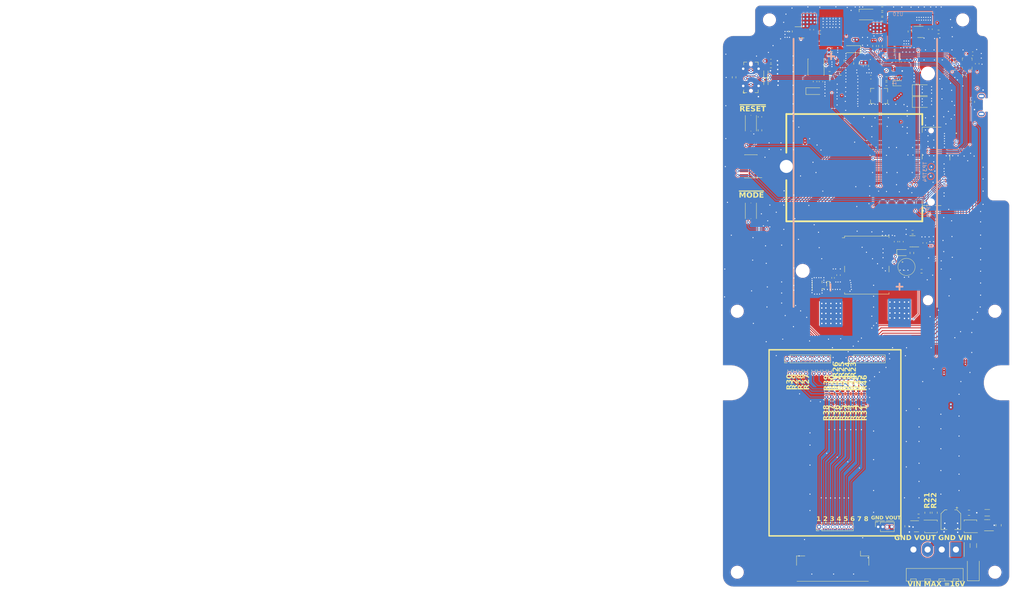
<source format=kicad_pcb>
(kicad_pcb (version 20221018) (generator pcbnew)
  (layers (0 "F.Cu" signal "top_SIG.Cu") (1 "In1.Cu" signal "In1_GND.Cu") (2 "In2.Cu" signal "In2_PWR.Cu") (31 "B.Cu" signal "bottom_SIG.Cu") (34 "B.Paste" user) (35 "F.Paste" user) (36 "B.SilkS" user "B.Silkscreen") (37 "F.SilkS" user "F.Silkscreen") (38 "B.Mask" user) (39 "F.Mask" user) (44 "Edge.Cuts" user))
  (net 0 "")
  (net 1 "Net-(U3-ANODE)")
  (net 2 "GND")
  (net 3 "Net-(U3-VCAP)")
  (net 4 "Net-(D8-K)")
  (net 5 "VSYS")
  (net 6 "Net-(U2-BST)")
  (net 7 "Net-(U2-SW)")
  (net 8 "/power management/VREF")
  (net 9 "GNDA")
  (net 10 "+3.3V")
  (net 11 "Net-(U4-FB)")
  (net 12 "PMID")
  (net 13 "Net-(U5-VDD)")
  (net 14 "Net-(U6-VDD)")
  (net 15 "Net-(U7-OUT)")
  (net 16 "Net-(D6-K)")
  (net 17 "VUSB")
  (net 18 "~{RESET}")
  (net 19 "Net-(D1-K)")
  (net 20 "Net-(D1-A)")
  (net 21 "Net-(D2-RK)")
  (net 22 "Net-(D2-GK)")
  (net 23 "Net-(D2-BK)")
  (net 24 "D-")
  (net 25 "D+")
  (net 26 "PWR_IN")
  (net 27 "Net-(D6-A)")
  (net 28 "Net-(D7-A2)")
  (net 29 "GNSS_TXD")
  (net 30 "Net-(U8-TXD{slash}SPI_MISO)")
  (net 31 "GNSS_RXD")
  (net 32 "Net-(U8-RXD{slash}SPI_MOSI)")
  (net 33 "Net-(J2-CC1)")
  (net 35 "Net-(J2-CC2)")
  (net 37 "Net-(J6-SWDIO{slash}TMS)")
  (net 38 "Net-(J6-SWCLK{slash}TCK)")
  (net 42 "Net-(U4-SW)")
  (net 43 "Net-(Q1-G)")
  (net 44 "Net-(Q2-S-Pad1)")
  (net 45 "Net-(Q2-G)")
  (net 46 "PWR_OUT")
  (net 47 "PWR_VOUT_CTL")
  (net 48 "DCDC_MODE")
  (net 49 "Net-(U2-ILIM)")
  (net 50 "Net-(U2-NTC)")
  (net 51 "Net-(U2-VNTC)")
  (net 52 "Net-(U2-DISC)")
  (net 53 "Net-(R9-Pad2)")
  (net 54 "Net-(U5-V-)")
  (net 55 "Net-(U6-V-)")
  (net 56 "Net-(U1A-RGB_RED)")
  (net 57 "Net-(U1A-RGB_GREEN)")
  (net 58 "Net-(U1A-RGB_BLUE)")
  (net 59 "EXT_I2C_SDA")
  (net 60 "EXT_I2C_SCL")
  (net 61 "EXT_UART_TXD")
  (net 62 "EXT_UART_RXD")
  (net 63 "EXT_SPI_CS")
  (net 64 "EXT_SPI_MOSI")
  (net 65 "EXT_SPI_MISO")
  (net 66 "EXT_SPI_SCLK")
  (net 67 "EXT_A0")
  (net 68 "EXT_A1")
  (net 69 "EXT_A2")
  (net 70 "EXT_A3")
  (net 71 "EXT_A4")
  (net 72 "EXT_A5")
  (net 73 "EXT_A6")
  (net 74 "EXT_A7")
  (net 75 "GNSS_PWR_EN")
  (net 76 "Net-(U9-SDO)")
  (net 77 "Net-(SW1-A)")
  (net 78 "Net-(U1A-MODEM_USB_P)")
  (net 79 "Net-(U1A-MODEM_USB_N)")
  (net 80 "Net-(U1A-D7)")
  (net 81 "Net-(U1A-MODEM_VBUS)")
  (net 86 "ACCEL_INT")
  (net 89 "PMIC_OTG")
  (net 91 "PMIC_INT")
  (net 93 "~{PMIC_CE}")
  (net 112 "Net-(U8-VCC_RF)")
  (net 124 "NEGATIVE_2")
  (net 125 "NEGATIVE_1")
  (net 126 "POSITIVE_1")
  (net 127 "Net-(J1-Pin_1)")
  (net 128 "Net-(J1-Pin_2)")
  (net 129 "Net-(J1-Pin_3)")
  (net 130 "Net-(J1-Pin_4)")
  (net 131 "Net-(J1-Pin_5)")
  (net 132 "Net-(J1-Pin_6)")
  (net 133 "Net-(J1-Pin_7)")
  (net 134 "Net-(J1-Pin_8)")
  (net 135 "EXT_UART_CTS")
  (net 136 "EXT_UART_RTS")
  (net 137 "Net-(L3-Pad2)")
  (footprint "Resistor_SMD:R_0603_1608Metric" (layer "F.Cu") (at 109.293 21.733001)
    (fp_text reference "R14" hide)
    (fp_text value "1K")
  )
  (footprint "Resistor_SMD:R_0603_1608Metric" (layer "F.Cu") (at 116.150032 166.489832 -90)
    (fp_text reference "R20" hide)
    (fp_text value "100K")
  )
  (footprint "Resistor_SMD:R_0603_1608Metric" (layer "F.Cu") (at 78.178 37.735001 180)
    (fp_text reference "R17" hide)
    (fp_text value "5.1K")
  )
  (footprint "Capacitor_SMD:C_0603_1608Metric" (layer "F.Cu") (at 121.18 87.240001 90)
    (fp_text reference "C17" hide)
    (fp_text value "22uF")
  )
  (footprint "Capacitor_SMD:C_0603_1608Metric" (layer "F.Cu") (at 111.482 39.005001 90)
    (fp_text reference "C8" hide)
    (fp_text value "10uF")
  )
  (footprint "Connector_PinHeader_1.27mm:PinHeader_1x10_P1.27mm_Vertical" (layer "F.Cu") (at 82.75 119.650001 90)
    (fp_text reference "J7" hide)
    (fp_text value "Conn_01x10")
  )
  (footprint "Resistor_SMD:R_0603_1608Metric" (layer "F.Cu") (at 99.72 129.429001 90)
    (fp_text reference "R43" hide)
    (fp_text value "0R")
  )
  (footprint "Resistor_SMD:R_0603_1608Metric" (layer "F.Cu") (at 99.72 131.129001 -90)
    (fp_text reference "R34" hide)
    (fp_text value "0R")
  )
  (footprint "Library:" (layer "F.Cu") (at 68.780032 106.339832)
    (fp_text reference "@HOLE9" hide)
    (fp_text value "")
  )
  (footprint "Resistor_SMD:R_0603_1608Metric" (layer "F.Cu") (at 83.385 122.951001 90)
    (fp_text reference "R30" hide)
    (fp_text value "0R")
  )
  (footprint "Resistor_SMD:R_0603_1608Metric" (layer "F.Cu") (at 67.891 40.910001 -90)
    (fp_text reference "R18" hide)
    (fp_text value "5.1K")
  )
  (footprint "Fuse:Fuse_1206_3216Metric" (layer "F.Cu") (at 134.744968 171.87017 90)
    (fp_text reference "F1" hide)
    (fp_text value "Fuse")
  )
  (footprint "Capacitor_SMD:C_1206_3216Metric" (layer "F.Cu") (at 138.63 162.703001 180)
    (fp_text reference "C1" hide)
    (fp_text value "2.2uF")
  )
  (footprint "Capacitor_SMD:C_0603_1608Metric" (layer "F.Cu") (at 112.625 34.252001)
    (fp_text reference "C26" hide)
    (fp_text value "22uF")
  )
  (footprint "Capacitor_SMD:C_0805_2012Metric" (layer "F.Cu") (at 133.545032 162.703001)
    (fp_text reference "C3" hide)
    (fp_text value "4.7uF")
  )
  (footprint "Resistor_SMD:R_0603_1608Metric" (layer "F.Cu") (at 110.469 42.742001)
    (fp_text reference "R6" hide)
    (fp_text value "TBD")
  )
  (footprint "Resistor_SMD:R_0603_1608Metric" (layer "F.Cu") (at 134.566 47.768001 90)
    (fp_text reference "R54" hide)
    (fp_text value "10K")
  )
  (footprint "Resistor_SMD:R_0603_1608Metric" (layer "F.Cu") (at 109.293 24.654001)
    (fp_text reference "R16" hide)
    (fp_text value "1K")
  )
  (footprint "particle_kicad_lib:SM3R370301U" (layer "F.Cu") (at 113.68 91.540001 180)
    (fp_text reference "C22" hide)
    (fp_text value "Super cap")
  )
  (footprint "Library:" (layer "F.Cu") (at 140.780032 106.339832)
    (fp_text reference "@HOLE6" hide)
    (fp_text value "")
  )
  (footprint "Capacitor_SMD:C_0603_1608Metric" (layer "F.Cu") (at 134.566 34.306001)
    (fp_text reference "C20" hide)
    (fp_text value "0.1uF")
  )
  (footprint "Resistor_SMD:R_0603_1608Metric" (layer "F.Cu") (at 95.22 131.129001 -90)
    (fp_text reference "R37" hide)
    (fp_text value "0R")
  )
  (footprint "Resistor_SMD:R_0603_1608Metric" (layer "F.Cu") (at 117.04 28.083001 90)
    (fp_text reference "R11" hide)
    (fp_text value "1K")
  )
  (footprint "Package_SON:Diodes_PowerDI3333-8" (layer "F.Cu") (at 133.950032 166.489832 180)
    (fp_text reference "Q1" hide)
    (fp_text value "DMN3008SFG")
  )
  (footprint "Library:" (layer "F.Cu") (at 140.780032 179.339832)
    (fp_text reference "@HOLE5" hide)
    (fp_text value "")
  )
  (footprint "Diode_SMD:D_SOD-523" (layer "F.Cu") (at 76.781 39.767001 90)
    (fp_text reference "D3" hide)
    (fp_text value "ESD5Zxx")
  )
  (footprint "Resistor_SMD:R_0603_1608Metric" (layer "F.Cu") (at 86.433 122.951001 90)
    (fp_text reference "R28" hide)
    (fp_text value "0R")
  )
  (footprint "Capacitor_SMD:C_0805_2012Metric" (layer "F.Cu") (at 141.800032 166.194832 -90)
    (fp_text reference "C2" hide)
    (fp_text value "10uF")
  )
  (footprint "Resistor_SMD:R_0603_1608Metric" (layer "F.Cu") (at 98.22 131.129001 -90)
    (fp_text reference "R35" hide)
    (fp_text value "0R")
  )
  (footprint "Inductor_SMD:L_0402_1005Metric" (layer "F.Cu") (at 120.08 92.940001 180)
    (fp_text reference "FB1" hide)
    (fp_text value "~")
  )
  (footprint "Resistor_SMD:R_0603_1608Metric" (layer "F.Cu") (at 120.28 95.140001 180)
    (fp_text reference "R53" hide)
    (fp_text value "10K")
  )
  (footprint "Resistor_SMD:R_0603_1608Metric" (layer "F.Cu") (at 107.134 32.147001 90)
    (fp_text reference "R3" hide)
    (fp_text value "TBD")
  )
  (footprint "Diode_SMD:D_SOD-323" (layer "F.Cu") (at 114.98 89.940001)
    (fp_text reference "D6" hide)
    (fp_text value "D")
  )
  (footprint "Resistor_SMD:R_0603_1608Metric" (layer "F.Cu") (at 102.72 131.129001 -90)
    (fp_text reference "R32" hide)
    (fp_text value "0R")
  )
  (footprint "Button_Switch_SMD:SW_Push_1P1T_NO_CK_KMR2" (layer "F.Cu") (at 72.59 78.248001 90)
    (fp_text reference "SW1" hide)
    (fp_text value "~{MODE}")
  )
  (footprint "Package_TO_SOT_SMD:SOT-23" (layer "F.Cu") (at 118.850032 166.489832)
    (fp_text reference "Q3" hide)
    (fp_text value "BSS138")
  )
  (footprint "Connector_Molex:Molex_CLIK-Mate_502443-0870_1x08-1MP_P2.00mm_Vertical" (layer "F.Cu") (at 95.45 177.340001 180)
    (fp_text reference "J3" hide)
    (fp_text value "Conn_01x08_Pin")
  )
  (footprint "Resistor_SMD:R_0603_1608Metric" (layer "F.Cu") (at 91.64 122.952001 90)
    (fp_text reference "R25" hide)
    (fp_text value "0R")
  )
  (footprint "Button_Switch_SMD:SW_Push_1P1T_NO_CK_KMR2" (layer "F.Cu") (at 72.59 53.737001 90)
    (fp_text reference "SW2" hide)
    (fp_text value "~{RESET}")
  )
  (footprint "Resistor_SMD:R_0603_1608Metric" (layer "F.Cu") (at 93.164 122.952001 90)
    (fp_text reference "R24" hide)
    (fp_text value "0R")
  )
  (footprint "Capacitor_SMD:C_0603_1608Metric" (layer "F.Cu") (at 90.527 42.088832 -90)
    (fp_text reference "C12" hide)
    (fp_text value "22pF")
  )
  (footprint "Resistor_SMD:R_0402_1005Metric" (layer "F.Cu") (at 95.5516 96.993201 90)
    (fp_text reference "R55" hide)
    (fp_text value "470")
  )
  (footprint "RF_GPS:ublox_NEO" (layer "F.Cu") (at 104.98 93.440001)
    (fp_text reference "U8" hide)
    (fp_text value "NEO-M8U")
  )
  (footprint "Resistor_SMD:R_0603_1608Metric" (layer "F.Cu") (at 75.13 55.732001 -90)
    (fp_text reference "R52" hide)
    (fp_text value "10K")
  )
  (footprint "Package_LGA:Bosch_LGA-14_3x2.5mm_P0.5mm" (layer "F.Cu") (at 133.042 37.100001 90)
    (fp_text reference "U9" hide)
    (fp_text value "BMI160")
  )
  (footprint "Connector_Coaxial:U.FL_Hirose_U.FL-R-SMT-1_Vertical" (layer "F.Cu") (at 91.58 99.240001 180)
    (fp_text reference "J5" hide)
    (fp_text value "Conn_Coaxial")
  )
  (footprint "Connector_PinSocket_1.27mm:PinSocket_1x04_P1.27mm_Vertical" (layer "F.Cu") (at 108.15 166.640001 90)
    (fp_text reference "J9" hide)
    (fp_text value "Conn_01x04_Pin")
  )
  (footprint "Diode_SMD:D_SOD-523" (layer "F.Cu") (at 76.781 42.307001 -90)
    (fp_text reference "D4" hide)
    (fp_text value "ESD5Zxx")
  )
  (footprint "Resistor_SMD:R_0603_1608Metric" (layer "F.Cu") (at 132.28 40.656001 90)
    (fp_text reference "R48" hide)
    (fp_text value "470")
  )
  (footprint "Resistor_SMD:R_0603_1608Metric" (layer "F.Cu") (at 101.22 129.429001 90)
    (fp_text reference "R44" hide)
    (fp_text value "0R")
  )
  (footprint "LED_SMD:LED_0603_1608Metric" (layer "F.Cu") (at 113.801 42.561001)
    (fp_text reference "D1" hide)
    (fp_text value "LED")
  )
  (footprint "Resistor_SMD:R_0603_1608Metric" (layer "F.Cu") (at 104.22 131.129001 -90)
    (fp_text reference "R31" hide)
    (fp_text value "0R")
  )
  (footprint "Package_TO_SOT_SMD:SOT-23-6" (layer "F.Cu") (at 86.687 28.337001)
    (fp_text reference "U5" hide)
    (fp_text value "DW06D")
  )
  (footprint "Connector_PinHeader_1.27mm:PinHeader_1x08_P1.27mm_Vertical" (layer "F.Cu") (at 91.64 166.640001 90)
    (fp_text reference "J1" hide)
    (fp_text value "Conn_01x08")
  )
  (footprint "Connector_Molex:Molex_KK-396_A-41792-0004_1x04_P3.96mm_Horizontal" (layer "F.Cu") (at 129.89 172.990001 180)
    (fp_text reference "J4" hide)
    (fp_text value "Conn_01x04_Pin")
  )
  (footprint "Resistor_SMD:R_0603_1608Metric" (layer "F.Cu") (at 125.041 28.210001)
    (fp_text reference "R13" hide)
    (fp_text value "100R")
  )
  (footprint "Resistor_SMD:R_0603_1608Metric" (layer "F.Cu") (at 108.785 32.147001 90)
    (fp_text reference "R8" hide)
    (fp_text value "TBD")
  )
  (footprint "Capacitor_Tantalum_SMD:CP_EIA-3528-12_Kemet-T" (layer "F.Cu") (at 120.1725 47.810001)
    (fp_text reference "C29" hide)
    (fp_text value "220uF")
  )
  (footprint "Capacitor_SMD:C_0603_1608Metric" (layer "F.Cu") (at 113.611 36.592001 90)
    (fp_text reference "C13" hide)
    (fp_text value "22uF")
  )
  (footprint "Resistor_SMD:R_0603_1608Metric" (layer "F.Cu") (at 98.22 129.429001 90)
    (fp_text reference "R42" hide)
    (fp_text value "0R")
  )
  (footprint "Resistor_SMD:R_0603_1608Metric" (layer "F.Cu") (at 95.226 33.198832)
    (fp_text reference "R2" hide)
    (fp_text value "DNP")
  )
  (footprint "Capacitor_SMD:C_0603_1608Metric" (layer "F.Cu") (at 122.755 27.448001 -90)
    (fp_text reference "C16" hide)
    (fp_text value "0.1uF")
  )
  (footprint "Resistor_SMD:R_0603_1608Metric" (layer "F.Cu") (at 109.293 23.257001)
    (fp_text reference "R15" hide)
    (fp_text value "1K")
  )
  (footprint "Capacitor_SMD:C_0603_1608Metric" (layer "F.Cu") (at 113.15 86.870001 90)
    (fp_text reference "C18" hide)
    (fp_text value "0.1uF")
  )
  (footprint "Resistor_SMD:R_0603_1608Metric" (layer "F.Cu") (at 94.591 39.802832)
    (fp_text reference "R4" hide)
    (fp_text value "100K")
  )
  (footprint "Resistor_SMD:R_0603_1608Metric" (layer "F.Cu") (at 119.450032 163.589832 180)
    (fp_text reference "R19" hide)
    (fp_text value "100K")
  )
  (footprint "Resistor_SMD:R_0603_1608Metric" (layer "F.Cu") (at 117.78 84.240001)
    (fp_text reference "R47" hide)
    (fp_text value "0R")
  )
  (footprint "Capacitor_SMD:C_0603_1608Metric" (layer "F.Cu") (at 78.178 36.338001)
    (fp_text reference "C24" hide)
    (fp_text value "10uF")
  )
  (footprint "Package_TO_SOT_SMD:SOT-23-6" (layer "F.Cu") (at 119.961 28.210001)
    (fp_text reference "U6" hide)
    (fp_text value "DW06D")
  )
  (footprint "Resistor_SMD:R_0603_1608Metric" (layer "F.Cu") (at 93.72 129.429001 90)
    (fp_text reference "R39" hide)
    (fp_text value "0R")
  )
  (footprint "Inductor_SMD:L_0402_1005Metric" (layer "F.Cu") (at 113.641 38.697001)
    (fp_text reference "FB3" hide)
    (fp_text value "~")
  )
  (footprint "Resistor_SMD:R_0603_1608Metric" (layer "F.Cu") (at 129.613 36.084001 180)
    (fp_text reference "R50" hide)
    (fp_text value "4.7K")
  )
  (footprint "Resistor_SMD:R_0603_1608Metric" (layer "F.Cu") (at 83.639 28.083001 90)
    (fp_text reference "R10" hide)
    (fp_text value "1K")
  )
  (footprint "Resistor_SMD:R_0603_1608Metric" (layer "F.Cu") (at 113.801 41.291001 180)
    (fp_text reference "R7" hide)
    (fp_text value "TBD")
  )
  (footprint "Inductor_SMD:L_Bourns-SRN4018" (layer "F.Cu") (at 108.404 46.117001)
    (fp_text reference "L2" hide)
    (fp_text value "1uH")
  )
  (footprint "Capacitor_SMD:C_0603_1608Metric" (layer "F.Cu") (at 135.836 37.100001 90)
    (fp_text reference "C21" hide)
    (fp_text value "0.1uF")
  )
  (footprint "Resistor_SMD:R_0603_1608Metric" (layer "F.Cu") (at 104.22 129.429001 90)
    (fp_text reference "R46" hide)
    (fp_text value "0R")
  )
  (footprint "Resistor_SMD:R_0603_1608Metric" (layer "F.Cu") (at 93.72 131.129001 -90)
    (fp_text reference "R38" hide)
    (fp_text value "0R")
  )
  (footprint "Resistor_SMD:R_0603_1608Metric" (layer "F.Cu") (at 95.22 129.429001 90)
    (fp_text reference "R40" hide)
    (fp_text value "0R")
  )
  (footprint "Library:" (layer "F.Cu") (at 77.780032 24.839832)
    (fp_text reference "@HOLE8" hide)
    (fp_text value "")
  )
  (footprint "Inductor_SMD:L_0402_1005Metric" (layer "F.Cu") (at 120.08 93.840001 180)
    (fp_text reference "FB2" hide)
    (fp_text value "~")
  )
  (footprint "Resistor_SMD:R_0805_2012Metric" (layer "F.Cu") (at 121.950032 162.689832 90)
    (fp_text reference "R21" hide)
    (fp_text value "DNP")
  )
  (footprint "Resistor_SMD:R_0603_1608Metric" (layer "F.Cu") (at 96.72 131.129001 -90)
    (fp_text reference "R36" hide)
    (fp_text value "0R")
  )
  (footprint "Capacitor_SMD:CP_Elec_5x5.8" (layer "F.Cu") (at 128.48 164.640001 -90)
    (fp_text reference "C4" hide)
    (fp_text value "47uF")
  )
  (footprint "Capacitor_Tantalum_SMD:CP_EIA-3528-12_Kemet-T" (layer "F.Cu") (at 120.1625 44.510001)
    (fp_text reference "C28" hide)
    (fp_text value "220uF")
  )
  (footprint "Diode_SMD:D_SMA" (layer "F.Cu") (at 134.744968 178.22017 90)
    (fp_text reference "D5" hide)
    (fp_text value "SMAJ28CA")
  )
  (footprint "Capacitor_SMD:C_0603_1608Metric" (layer "F.Cu") (at 115.135 36.592001 90)
    (fp_text reference "C14" hide)
    (fp_text value "0.1uF")
  )
  (footprint "particle_kicad_lib:WSON-6-EP" (layer "F.Cu") (at 94.251 37.912832)
    (fp_text reference "U4" hide)
    (fp_text value "TPS62291DRVR")
  )
  (footprint "Library:" (layer "F.Cu") (at 68.780032 179.339832)
    (fp_text reference "@HOLE4" hide)
    (fp_text value "")
  )
  (footprint "Capacitor_SMD:C_0603_1608Metric" (layer "F.Cu") (at 92.178 42.088832 -90)
    (fp_text reference "C11" hide)
    (fp_text value "22pF")
  )
  (footprint "Resistor_SMD:R_0805_2012Metric" (layer "F.Cu") (at 123.950032 162.689832 90)
    (fp_text reference "R22" hide)
    (fp_text value "0R")
  )
  (footprint "Capacitor_SMD:C_0603_1608Metric" (layer "F.Cu") (at 114.65 86.870001 90)
    (fp_text reference "C19" hide)
    (fp_text value "22uF")
  )
  (footprint "Capacitor_SMD:C_0805_2012Metric" (layer "F.Cu") (at 104.721 37.735001 -90)
    (fp_text reference "C10" hide)
    (fp_text value "10uF")
  )
  (footprint "Inductor_SMD:L_0402_1005Metric" (layer "F.Cu") (at 95.5516 98.822001 90)
    (fp_text reference "L3" hide)
    (fp_text value "10nH")
  )
  (footprint "Resistor_SMD:R_0603_1608Metric" (layer "F.Cu") (at 95.226 34.722832 180)
    (fp_text reference "R1" hide)
    (fp_text value "100K")
  )
  (footprint "Library:" (layer "F.Cu") (at 131.780032 24.839832)
    (fp_text reference "@HOLE7" hide)
    (fp_text value "")
  )
  (footprint "Package_TO_SOT_SMD:SOT-23-6" (layer "F.Cu") (at 138.625032 166.194832 180)
    (fp_text reference "U3" hide)
    (fp_text value "LM74700")
  )
  (footprint "Connector_USB:USB_C_Receptacle_G-Switch_GT-USB-7051x" (layer "F.Cu") (at 72.59 40.910001 90)
    (fp_text reference "J2" hide)
    (fp_text value "USB_C_Receptacle_USB2.0_16P")
  )
  (footprint "Capacitor_SMD:C_0603_1608Metric" (layer "F.Cu") (at 94.591 41.326832)
    (fp_text reference "C9" hide)
    (fp_text value "22pF")
  )
  (footprint "Resistor_SMD:R_0603_1608Metric" (layer "F.Cu") (at 96.72 129.429001 90)
    (fp_text reference "R41" hide)
    (fp_text value "0R")
  )
  (footprint "Resistor_SMD:R_0603_1608Metric" (layer "F.Cu") (at 97.639 39.802832)
    (fp_text reference "R5" hide)
    (fp_text value "100K")
  )
  (footprint "Capacitor_SMD:C_0603_1608Metric" (layer "F.Cu") (at 75.13 51.972001 90)
    (fp_text reference "C25" hide)
    (fp_text value "0.1uF")
  )
  (footprint "Capacitor_SMD:C_0603_1608Metric" (layer "F.Cu") (at 112.625 32.728001)
    (fp_text reference "C27" hide)
    (fp_text value "0.1uF")
  )
  (footprint "Capacitor_SMD:C_0603_1608Metric" (layer "F.Cu") (at 89.608 27.575001 -90)
    (fp_text reference "C15" hide)
    (fp_text value "0.1uF")
  )
  (footprint "Resistor_SMD:R_0603_1608Metric" (layer "F.Cu") (at 102.72 129.429001 90)
    (fp_text reference "R45" hide)
    (fp_text value "0R")
  )
  (footprint "Capacitor_Tantalum_SMD:CP_EIA-3216-10_Kemet-I" (layer "F.Cu") (at 90.27 44.770001)
    (fp_text reference "C30" hide)
    (fp_text value "220uF")
  )
  (footprint "Resistor_SMD:R_0603_1608Metric" (layer "F.Cu") (at 87.957 122.951001 90)
    (fp_text reference "R27" hide)
    (fp_text value "0R")
  )
  (footprint "Diode_SMD:D_SOD-923" (layer "F.Cu") (at 94.18 98.840001 -90)
    (fp_text reference "D7" hide)
    (fp_text value "ESD9B3.3ST5G")
  )
  (footprint "Resistor_SMD:R_0603_1608Metric" (layer "F.Cu") (at 90.116 122.952001 90)
    (fp_text reference "R26" hide)
    (fp_text value "0R")
  )
  (footprint "particle_kicad_lib:QFN-26" (layer "F.Cu") (at 106.58665 35.931003)
    (fp_text reference "U2" hide)
    (fp_text value "MP2733")
  )
  (footprint "Capacitor_SMD:C_0805_2012Metric" (layer "F.Cu") (at 102.054 37.046001 -90)
    (fp_text reference "C5" hide)
    (fp_text value "1uF")
  )
  (footprint "LED_SMD:LED_Cree-PLCC4_3.2x2.8mm_CCW" (layer "F.Cu") (at 104.780032 23.339832)
    (fp_text reference "D2" hide)
    (fp_text value "LED_RAGB")
  )
  (footprint "Resistor_SMD:R_0603_1608Metric" (layer "F.Cu") (at 110.469 41.291001)
    (fp_text reference "R9" hide)
    (fp_text value "TBD")
  )
  (footprint "particle_kicad_lib:Particle_MSOM" (layer "F.Cu") (at 124.489 66.183001 -90)
    (fp_text reference "U1" hide)
    (fp_text value "MSoM")
  )
  (footprint "Connector_PinHeader_1.27mm:PinHeader_1x08_P1.27mm_Vertical" (layer "F.Cu") (at 100.53 119.650001 90)
    (fp_text reference "J8" hide)
    (fp_text value "Conn_01x08")
  )
  (footprint "Capacitor_SMD:C_0603_1608Metric" (layer "F.Cu") (at 97.0756 96.231201 90)
    (fp_text reference "C23" hide)
    (fp_text value "0.1uF")
  )
  (footprint "Resistor_SMD:R_0603_1608Metric" (layer "F.Cu") (at 91.894 28.337001)
    (fp_text reference "R12" hide)
    (fp_text value "100R")
  )
  (footprint "Resistor_SMD:R_0603_1608Metric" (layer "F.Cu") (at 101.22 131.129001 -90)
    (fp_text reference "R33" hide)
    (fp_text value "0R")
  )
  (footprint "Package_TO_SOT_SMD:SOT-23-5" (layer "F.Cu") (at 117.75 86.770001 180)
    (fp_text reference "U7" hide)
    (fp_text value "LDLN025M18R")
  )
  (footprint "Resistor_SMD:R_0603_1608Metric" (layer "F.Cu") (at 94.688 122.952001 90)
    (fp_text reference "R23" hide)
    (fp_text value "0R")
  )
  (footprint "Resistor_SMD:R_0603_1608Metric" (layer "F.Cu") (at 129.613 38.370001 180)
    (fp_text reference "R51" hide)
    (fp_text value "4.7K")
  )
  (footprint "particle_kicad_lib:PTS847MM350LSMTR2LFS" (layer "F.Cu") (at 136.4342 49.807001 90)
    (fp_text reference "U11" hide)
    (fp_text value "~")
  )
  (footprint "Capacitor_SMD:C_0805_2012Metric" (layer "F.Cu") (at 97.893 36.246832 90)
    (fp_text reference "C6" hide)
    (fp_text value "1uF")
  )
  (footprint "Diode_SMD:D_SOD-123" (layer "F.Cu") (at 100.911 33.036001 180)
    (fp_text reference "D8" hide)
    (fp_text value "1N4448W")
  )
  (footprint "Capacitor_SMD:C_0603_1608Metric" (layer "F.Cu") (at 106.118 40.856001 180)
    (fp_text reference "C7" hide)
    (fp_text value "47nF")
  )
  (footprint "Inductor_SMD:L_Changjiang_FNR4020S" (layer "F.Cu") (at 90.781 38.024832 -90)
    (fp_text reference "L1" hide)
    (fp_text value "2.2uH")
  )
  (footprint "Connector_PinHeader_1.27mm:PinHeader_2x05_P1.27mm_Vertical_SMD" (layer "F.Cu") (at 72.59 65.802001 180)
    (fp_text reference "J6" hide)
    (fp_text value "Conn_ARM_JTAG_SWD_10")
  )
  (footprint "Resistor_SMD:R_0603_1608Metric" (layer "F.Cu") (at 84.909 122.951001 90)
    (fp_text reference "R29" hide)
    (fp_text value "0R")
  )
  (footprint "Resistor_SMD:R_0603_1608Metric" (layer "F.Cu") (at 117.58 90.040001 90)
    (fp_text reference "R49" hide)
    (fp_text value "470")
  )
  (footprint "Package_SON:Diodes_PowerDI3333-8" (layer "F.Cu") (at 122.920032 166.524832)
    (fp_text reference "Q2" hide)
    (fp_text value "DMP3013SFV")
  )
  (footprint "TestPoint:TestPoint_Pad_D1.5mm" (layer "B.Cu") (at 120.66 78.250001 90)
    (fp_text reference "TP10")
    (fp_text value "~")
  )
  (footprint "particle_kicad_lib:KEYSTONE_1134" (layer "B.Cu") (at 114.119 28.117001 -90)
    (fp_text reference "U10")
    (fp_text value "~")
  )
  (footprint "TestPoint:TestPoint_Pad_D1.5mm" (layer "B.Cu") (at 123.009 65.929001 90)
    (fp_text reference "TP3")
    (fp_text value "~")
  )
  (footprint "TestPoint:TestPoint_Pad_D1.5mm" (layer "B.Cu") (at 122.882 68.596001 90)
    (fp_text reference "TP4")
    (fp_text value "~")
  )
  (footprint "Resistor_SMD:R_0603_1608Metric" (layer "B.Cu") (at 114.11 41.730001 -90)
    (fp_text reference "TH1")
    (fp_text value "NTC")
  )
  (gr_line (start 110.436 164.989001) (end 112.468 164.989001) (stroke (width 0.15)) (layer "F.SilkS"))
  (gr_rect locked (start 77.67 117.110001) (end 114.5 169.180001) (stroke (width 0.4)) (fill none) (layer "F.SilkS"))
  (gr_line (start 107.388 164.989001) (end 109.928 164.989001) (stroke (width 0.15)) (layer "F.SilkS"))
  (gr_line (start 140.28 75.340001) (end 143.28 75.340001) (stroke (width 0.05)) (layer "Edge.Cuts"))
  (gr_line (start 67.78 29.340001) (end 72.28 29.340001) (stroke (width 0.05)) (layer "Edge.Cuts"))
  (gr_line (start 141.78 183.34) (end 67.78 183.34) (stroke (width 0.05)) (layer "Edge.Cuts"))
  (gr_arc (start 134.28 20.840001) (mid 135.34066 21.279341) (end 135.78 22.340001) (stroke (width 0.05)) (layer "Edge.Cuts"))
  (gr_arc (start 137.28 29.340001) (mid 138.34066 29.779341) (end 138.78 30.840001) (stroke (width 0.05)) (layer "Edge.Cuts"))
  (gr_arc (start 143.28 75.340001) (mid 144.34066 75.779341) (end 144.78 76.840001) (stroke (width 0.05)) (layer "Edge.Cuts"))
  (gr_arc (start 73.78 27.840001) (mid 73.34066 28.900661) (end 72.28 29.340001) (stroke (width 0.05)) (layer "Edge.Cuts"))
  (gr_line (start 64.780001 131.241214) (end 66.98 131.241214) (stroke (width 0.05)) (layer "Edge.Cuts"))
  (gr_arc (start 142.58 131.241214) (mid 137.68 126.341214) (end 142.58 121.441214) (stroke (width 0.05)) (layer "Edge.Cuts"))
  (gr_arc (start 67.78 183.34) (mid 65.65868 182.461321) (end 64.780001 180.340001) (stroke (width 0.05)) (layer "Edge.Cuts"))
  (gr_line (start 135.78 27.840001) (end 135.78 22.340001) (stroke (width 0.05)) (layer "Edge.Cuts"))
  (gr_line (start 66.98 121.441214) (end 64.780001 121.441214) (stroke (width 0.05)) (layer "Edge.Cuts"))
  (gr_line (start 144.78 76.840001) (end 144.78 121.441214) (stroke (width 0.05)) (layer "Edge.Cuts"))
  (gr_line (start 138.78 46.740001) (end 138.13 46.740001) (stroke (width 0.05)) (layer "Edge.Cuts"))
  (gr_line (start 64.780001 180.340001) (end 64.780001 131.241214) (stroke (width 0.05)) (layer "Edge.Cuts"))
  (gr_arc (start 64.780001 32.340002) (mid 65.65868 30.218681) (end 67.78 29.340001) (stroke (width 0.05)) (layer "Edge.Cuts"))
  (gr_line (start 64.780001 121.441214) (end 64.780001 32.340001) (stroke (width 0.05)) (layer "Edge.Cuts"))
  (gr_line (start 138.78 30.840001) (end 138.78 46.740001) (stroke (width 0.05)) (layer "Edge.Cuts"))
  (gr_arc (start 137.43 47.440003) (mid 137.476446 46.786448) (end 138.13 46.740001) (stroke (width 0.05)) (layer "Edge.Cuts"))
  (gr_arc (start 144.78 180.34) (mid 143.90132 182.46132) (end 141.78 183.34) (stroke (width 0.05)) (layer "Edge.Cuts"))
  (gr_arc (start 138.13 50.540001) (mid 137.476447 50.493554) (end 137.43 49.840001) (stroke (width 0.05)) (layer "Edge.Cuts"))
  (gr_line (start 142.58 131.241214) (end 144.78 131.241214) (stroke (width 0.05)) (layer "Edge.Cuts"))
  (gr_line (start 138.78 50.540001) (end 138.78 73.840001) (stroke (width 0.05)) (layer "Edge.Cuts"))
  (gr_line (start 73.78 22.340001) (end 73.78 27.840001) (stroke (width 0.05)) (layer "Edge.Cuts"))
  (gr_line (start 144.78 121.441214) (end 142.58 121.441214) (stroke (width 0.05)) (layer "Edge.Cuts"))
  (gr_line (start 134.28 20.840001) (end 75.28 20.840001) (stroke (width 0.05)) (layer "Edge.Cuts"))
  (gr_line (start 137.43 47.440001) (end 137.43 49.840001) (stroke (width 0.05)) (layer "Edge.Cuts"))
  (gr_line (start 144.78 131.241214) (end 144.78 180.340001) (stroke (width 0.05)) (layer "Edge.Cuts"))
  (gr_arc (start 137.28 29.340001) (mid 136.21934 28.900661) (end 135.78 27.840001) (stroke (width 0.05)) (layer "Edge.Cuts"))
  (gr_arc (start 140.28 75.340001) (mid 139.21934 74.900661) (end 138.78 73.840001) (stroke (width 0.05)) (layer "Edge.Cuts"))
  (gr_arc (start 66.979998 121.441214) (mid 71.879999 126.341213) (end 66.98 131.241214) (stroke (width 0.05)) (layer "Edge.Cuts"))
  (gr_line (start 138.13 50.540001) (end 138.78 50.540001) (stroke (width 0.05)) (layer "Edge.Cuts"))
  (gr_arc (start 73.78 22.340001) (mid 74.21934 21.279341) (end 75.28 20.840001) (stroke (width 0.05)) (layer "Edge.Cuts"))
  (gr_text "R36" (at 97.609 134.763001 90) (layer "F.SilkS") (effects (font (size 1.5 1.5) (thickness 0.3) bold) (justify bottom)))
  (gr_text "R33" (at 102.181 134.763001 90) (layer "F.SilkS") (effects (font (size 1.5 1.5) (thickness 0.3) bold) (justify bottom)))
  (gr_text "R22" (at 124.66 159.274001 90) (layer "F.SilkS") (effects (font (size 1.5 1.5) (thickness 0.3) bold) (justify bottom)))
  (gr_text "R35" (at 99.133 134.763001 90) (layer "F.SilkS") (effects (font (size 1.5 1.5) (thickness 0.3) bold) (justify bottom)))
  (gr_text "R30" (at 84.274 126.127001 90) (layer "F.SilkS") (effects (font (size 1.5 1.5) (thickness 0.3) bold) (justify bottom)))
  (gr_text "R29\n" (at 85.798 126.127001 90) (layer "F.SilkS") (effects (font (size 1.5 1.5) (thickness 0.3) bold) (justify bottom)))
  (gr_text "VIN MAX =16V\n" (at 124.406 183.505601) (layer "F.SilkS") (effects (font (size 1.4 1.4) (thickness 0.25) bold) (justify bottom)))
  (gr_text "1 2 3 4 5 6 7 8" (at 90.878 165.243001) (layer "F.SilkS") (effects (font (size 1.3 1.3) (thickness 0.2) bold) (justify left bottom)))
  (gr_text "R26" (at 97.228 122.698001 90) (layer "F.SilkS") (effects (font (size 1.5 1.5) (thickness 0.3) bold) (justify bottom)))
  (gr_text "R42" (at 99.133 126.381001 90) (layer "F.SilkS") (effects (font (size 1.5 1.5) (thickness 0.3) bold) (justify bottom)))
  (gr_text "R44" (at 102.181 126.381001 90) (layer "F.SilkS") (effects (font (size 1.5 1.5) (thickness 0.3) bold) (justify bottom)))
  (gr_text "~{RESET}" (at 73.098 50.689001) (layer "F.SilkS") (effects (font (size 1.5 1.5) (thickness 0.3) bold) (justify bottom)))
  (gr_text "R41" (at 97.609 126.381001 90) (layer "F.SilkS") (effects (font (size 1.5 1.5) (thickness 0.3) bold) (justify bottom)))
  (gr_text "R39\n" (at 94.688 126.381001 90) (layer "F.SilkS") (effects (font (size 1.5 1.5) (thickness 0.3) bold) (justify bottom)))
  (gr_text "R27" (at 89.1 126.127001 90) (layer "F.SilkS") (effects (font (size 1.5 1.5) (thickness 0.3) bold) (justify bottom)))
  (gr_text "R23\n" (at 102.181 122.698001 90) (layer "F.SilkS") (effects (font (size 1.5 1.5) (thickness 0.3) bold) (justify bottom)))
  (gr_text "R24\n" (at 100.53 122.698001 90) (layer "F.SilkS") (effects (font (size 1.5 1.5) (thickness 0.3) bold) (justify bottom)))
  (gr_text "R40" (at 96.212 126.381001 90) (layer "F.SilkS") (effects (font (size 1.5 1.5) (thickness 0.3) bold) (justify bottom)))
  (gr_text "R37\n" (at 96.085 134.763001 90) (layer "F.SilkS") (effects (font (size 1.5 1.5) (thickness 0.3) bold) (justify bottom)))
  (gr_text "GND VOUT GND VIN\n" (at 123.517 170.577001) (layer "F.SilkS") (effects (font (size 1.4 1.4) (thickness 0.25) bold) (justify bottom)))
  (gr_text "R32" (at 103.705 134.763001 90) (layer "F.SilkS") (effects (font (size 1.5 1.5) (thickness 0.3) bold) (justify bottom)))
  (gr_text "R28\n" (at 87.449 126.127001 90) (layer "F.SilkS") (effects (font (size 1.5 1.5) (thickness 0.3) bold) (justify bottom)))
  (gr_text "~{MODE}" (at 72.717 74.819001) (layer "F.SilkS") (effects (font (size 1.5 1.5) (thickness 0.3) bold) (justify bottom)))
  (gr_text "R25" (at 98.879 122.698001 90) (layer "F.SilkS") (effects (font (size 1.5 1.5) (thickness 0.3) bold) (justify bottom)))
  (gr_text "R45" (at 103.705 126.381001 90) (layer "F.SilkS") (effects (font (size 1.5 1.5) (thickness 0.3) bold) (justify bottom)))
  (gr_text "R38\n" (at 94.561 134.763001 90) (layer "F.SilkS") (effects (font (size 1.5 1.5) (thickness 0.3) bold) (justify bottom)))
  (gr_text "R31" (at 105.229 134.763001 90) (layer "F.SilkS") (effects (font (size 1.5 1.5) (thickness 0.3) bold) (justify bottom)))
  (gr_text "R21" (at 122.755 159.274001 90) (layer "F.SilkS") (effects (font (size 1.5 1.5) (thickness 0.3) bold) (justify bottom)))
  (gr_text "R46" (at 105.229 126.381001 90) (layer "F.SilkS") (effects (font (size 1.5 1.5) (thickness 0.3) bold) (justify bottom)))
  (gr_text "R34" (at 100.657 134.763001 90) (layer "F.SilkS") (effects (font (size 1.5 1.5) (thickness 0.3) bold) (justify bottom)))
  (gr_text "R43\n" (at 100.657 126.381001 90) (layer "F.SilkS") (effects (font (size 1.5 1.5) (thickness 0.3) bold) (justify bottom)))
  (gr_text "GND VOUT " (at 110.563 164.735001) (layer "F.SilkS") (effects (font (size 1 1) (thickness 0.25) bold) (justify bottom)))
  (segment (start 138.63 165.751001) (end 138.63 166.767001) (width 0.25) (layer "F.Cu") (net 1))
  (segment (start 135.580201 167.144832) (end 135.450032 167.275001) (width 0.25) (layer "F.Cu") (net 1))
  (segment (start 139.762532 165.244832) (end 139.762532 163.357332) (width 0.25) (layer "F.Cu") (net 1))
  (segment (start 134.744968 170.47017) (end 135.328 169.887138) (width 0.25) (layer "F.Cu") (net 1))
  (segment (start 135.328 169.887138) (end 135.328 169.688001) (width 0.25) (layer "F.Cu") (net 1))
  (segment (start 135.450032 169.565969) (end 135.450032 167.275001) (width 0.25) (layer "F.Cu") (net 1))
  (segment (start 139.762532 165.244832) (end 141.800032 165.244832) (width 0.25) (layer "F.Cu") (net 1))
  (segment (start 139.762532 163.040501) (end 140.100032 162.703001) (width 0.25) (layer "F.Cu") (net 1))
  (segment (start 139.762532 165.244832) (end 139.136169 165.244832) (width 0.25) (layer "F.Cu") (net 1))
  (segment (start 137.487532 167.144832) (end 135.580201 167.144832) (width 0.25) (layer "F.Cu") (net 1))
  (segment (start 135.328 169.688001) (end 135.450032 169.565969) (width 0.25) (layer "F.Cu") (net 1))
  (segment (start 135.450032 167.275001) (end 135.450032 166.164832) (width 0.25) (layer "F.Cu") (net 1))
  (segment (start 138.252169 167.144832) (end 137.487532 167.144832) (width 0.25) (layer "F.Cu") (net 1))
  (segment (start 139.136169 165.244832) (end 138.63 165.751001) (width 0.25) (layer "F.Cu") (net 1))
  (segment (start 138.63 166.767001) (end 138.252169 167.144832) (width 0.25) (layer "F.Cu") (net 1))
  (segment (start 106.88 38.587177) (end 106.88 38.952825) (width 0.3) (layer "F.Cu") (net 2))
  (segment (start 76.781 39.067001) (end 78.051 39.067001) (width 0.25) (layer "F.Cu") (net 2))
  (segment (start 135.9 41.481001) (end 137.233 40.148001) (width 0.2) (layer "F.Cu") (net 2))
  (segment (start 101.299 37.996001) (end 102.465 37.996001) (width 0.2) (layer "F.Cu") (net 2))
  (segment (start 73.35 38.160001) (end 74.39 38.160001) (width 0.25) (layer "F.Cu") (net 2))
  (segment (start 84.21 28.337001) (end 83.639 28.908001) (width 0.5) (layer "F.Cu") (net 2))
  (segment (start 115.458 99.007001) (end 114.025 100.440001) (width 0.2) (layer "F.Cu") (net 2))
  (segment (start 139.762532 166.194832) (end 140.599169 166.194832) (width 0.25) (layer "F.Cu") (net 2))
  (segment (start 113.4 29.945001) (end 113.4 34.252001) (width 0.5) (layer "F.Cu") (net 2))
  (segment (start 106.58665 38.171003) (end 106.58665 37.921003) (width 0.2) (layer "F.Cu") (net 2))
  (segment (start 117.912532 172.892533) (end 118.01 172.990001) (width 0.2) (layer "F.Cu") (net 2))
  (segment (start 71.83 43.690001) (end 71.941 43.690001) (width 0.25) (layer "F.Cu") (net 2))
  (segment (start 73.88 51.197001) (end 73.39 51.687001) (width 0.5) (layer "F.Cu") (net 2))
  (segment (start 89.94 100.678001) (end 89.94 97.920001) (width 0.25) (layer "F.Cu") (net 2))
  (segment (start 135.194 49.807001) (end 135.074 49.927001) (width 0.25) (layer "F.Cu") (net 2))
  (segment (start 70.82 43.690001) (end 70.44 43.310001) (width 0.25) (layer "F.Cu") (net 2))
  (segment (start 73.35 43.690001) (end 74.36 43.690001) (width 0.25) (layer "F.Cu") (net 2))
  (segment (start 90.007 100.745001) (end 89.94 100.678001) (width 0.25) (layer "F.Cu") (net 2))
  (segment (start 126.692 58.563001) (end 126.565 58.690001) (width 0.2) (layer "F.Cu") (net 2))
  (segment (start 97.136831 33.198832) (end 97.355 33.417001) (width 0.2) (layer "F.Cu") (net 2))
  (segment (start 89.94 97.920001) (end 90.065 97.795001) (width 0.25) (layer "F.Cu") (net 2))
  (segment (start 126.565 60.976001) (end 126.565 65.421001) (width 0.2) (layer "F.Cu") (net 2))
  (segment (start 74.36 43.690001) (end 74.74 43.310001) (width 0.25) (layer "F.Cu") (net 2))
  (segment (start 93.72 132.271001) (end 93.72 131.954001) (width 0.25) (layer "F.Cu") (net 2))
  (segment (start 118.8875 86.770001) (end 115.325 86.770001) (width 0.25) (layer "F.Cu") (net 2))
  (segment (start 128.224 56.563001) (end 128.224 58.463001) (width 0.5) (layer "F.Cu") (net 2))
  (segment (start 114.446 38.697001) (end 114.881 39.132001) (width 0.2) (layer "F.Cu") (net 2))
  (segment (start 115.62 84.240001) (end 116.955 84.240001) (width 0.25) (layer "F.Cu") (net 2))
  (segment (start 78.624 39.067001) (end 79.003 38.688001) (width 0.25) (layer "F.Cu") (net 2))
  (segment (start 71.83 38.160001) (end 70.79 38.160001) (width 0.25) (layer "F.Cu") (net 2))
  (segment (start 114.126 38.697001) (end 114.446 38.697001) (width 0.2) (layer "F.Cu") (net 2))
  (segment (start 127.167 68.563001) (end 126.565 67.961001) (width 0.2) (layer "F.Cu") (net 2))
  (segment (start 126.565 60.976001) (end 126.565 60.087001) (width 0.2) (layer "F.Cu") (net 2))
  (segment (start 137.233 36.973001) (end 136.585 36.325001) (width 0.2) (layer "F.Cu") (net 2))
  (segment (start 123.451 70.313001) (end 123.517 70.247001) (width 0.2) (layer "F.Cu") (net 2))
  (segment (start 135.582 46.752001) (end 135.582 45.355001) (width 0.25) (layer "F.Cu") (net 2))
  (segment (start 125.93 176.927001) (end 129.105 180.102001) (width 0.25) (layer "F.Cu") (net 2))
  (segment (start 98.98 98.240001) (end 98.17 98.240001) (width 0.25) (layer "F.Cu") (net 2))
  (segment (start 106.58665 37.921003) (end 106.78665 37.721003) (width 0.2) (layer "F.Cu") (net 2))
  (segment (start 114.65 86.095001) (end 113.15 86.095001) (width 0.25) (layer "F.Cu") (net 2))
  (segment (start 79.003 38.688001) (end 79.003 37.735001) (width 0.25) (layer "F.Cu") (net 2))
  (segment (start 126.819 61.611001) (end 126.565 61.357001) (width 0.2) (layer "F.Cu") (net 2))
  (segment (start 136.471 47.507001) (end 136.337 47.507001) (width 0.25) (layer "F.Cu") (net 2))
  (segment (start 115.458 95.756401) (end 115.458 99.007001) (width 0.2) (layer "F.Cu") (net 2))
  (segment (start 128.48 166.840001) (end 125.93 169.390001) (width 0.5) (layer "F.Cu") (net 2))
  (segment (start 130.343 56.563001) (end 132.28 54.626001) (width 0.5) (layer "F.Cu") (net 2))
  (segment (start 90.527 42.863832) (end 92.178 42.863832) (width 0.2) (layer "F.Cu") (net 2))
  (segment (start 97.355 34.758832) (end 97.893 35.296832) (width 0.2) (layer "F.Cu") (net 2))
  (segment (start 95.704 32.274001) (end 82.886 32.274001) (width 0.2) (layer "F.Cu") (net 2))
  (segment (start 117.912532 167.439832) (end 117.912532 166.702533) (width 0.2) (layer "F.Cu") (net 2))
  (segment (start 95.876 36.612832) (end 95.226 37.262832) (width 0.2) (layer "F.Cu") (net 2))
  (segment (start 82.886 32.274001) (end 79.003 36.157001) (width 0.2) (layer "F.Cu") (net 2))
  (segment (start 77.416 70.755001) (end 77.416 67.707001) (width 0.2) (layer "F.Cu") (net 2))
  (segment (start 134.0545 36.600001) (end 134.0545 37.100001) (width 0.2) (layer "F.Cu") (net 2))
  (segment (start 118.01 172.990001) (end 118.01 176.246001) (width 0.2) (layer "F.Cu") (net 2))
  (segment (start 94.18 98.314001) (end 94.18 98.187001) (width 0.25) (layer "F.Cu") (net 2))
  (segment (start 96.72 131.954001) (end 96.72 132.223001) (width 0.25) (layer "F.Cu") (net 2))
  (segment (start 73.352 56.785001) (end 73.39 56.747001) (width 0.2) (layer "F.Cu") (net 2))
  (segment (start 110.98 86.440001) (end 110.98 85.197001) (width 0.25) (layer "F.Cu") (net 2))
  (segment (start 99.72 131.954001) (end 99.72 132.302001) (width 0.25) (layer "F.Cu") (net 2))
  (segment (start 108.15 166.640001) (end 109.42 166.640001) (width 0.25) (layer "F.Cu") (net 2))
  (segment (start 135.341 35.830001) (end 135.836 36.325001) (width 0.2) (layer "F.Cu") (net 2))
  (segment (start 115.325 86.770001) (end 114.65 86.095001) (width 0.25) (layer "F.Cu") (net 2))
  (segment (start 115 33.840001) (end 114.588 34.252001) (width 0.5) (layer "F.Cu") (net 2))
  (segment (start 97.893 35.296832) (end 98.853831 35.296832) (width 0.2) (layer "F.Cu") (net 2))
  (segment (start 71.83 43.690001) (end 70.82 43.690001) (width 0.25) (layer "F.Cu") (net 2))
  (segment (start 73.39 55.787001) (end 73.39 56.747001) (width 0.2) (layer "F.Cu") (net 2))
  (segment (start 79.003 36.157001) (end 79.003 37.735001) (width 0.2) (layer "F.Cu") (net 2))
  (segment (start 106.88 38.207177) (end 106.88 38.572825) (width 0.3) (layer "F.Cu") (net 2))
  (segment (start 120.674 70.313001) (end 123.451 70.313001) (width 0.2) (layer "F.Cu") (net 2))
  (segment (start 121.984169 180.22017) (end 134.744968 180.22017) (width 0.2) (layer "F.Cu") (net 2))
  (segment (start 79.003 42.625001) (end 79.003 37.735001) (width 0.25) (layer "F.Cu") (net 2))
  (segment (start 114.025 100.440001) (end 110.98 100.440001) (width 0.2) (layer "F.Cu") (net 2))
  (segment (start 71.83 38.160001) (end 73.35 38.160001) (width 0.25) (layer "F.Cu") (net 2))
  (segment (start 126.589 60.063001) (end 128.224 60.063001) (width 0.2) (layer "F.Cu") (net 2))
  (segment (start 135.561 36.600001) (end 135.836 36.325001) (width 0.2) (layer "F.Cu") (net 2))
  (segment (start 76.781 43.007001) (end 75.043 43.007001) (width 0.25) (layer "F.Cu") (net 2))
  (segment (start 114.65 86.095001) (end 114.65 85.210001) (width 0.25) (layer "F.Cu") (net 2))
  (segment (start 77.416 67.707001) (end 76.781 67.072001) (width 0.2) (layer "F.Cu") (net 2))
  (segment (start 94.18 98.529001) (end 94.18 98.314001) (width 0.25) (layer "F.Cu") (net 2))
  (segment (start 92.178 42.863832) (end 97.052169 42.863832) (width 0.2) (layer "F.Cu") (net 2))
  (segment (start 136.471 49.807001) (end 135.194 49.807001) (width 0.25) (layer "F.Cu") (net 2))
  (segment (start 128.224 56.563001) (end 130.343 56.563001) (width 0.5) (layer "F.Cu") (net 2))
  (segment (start 79.919 63.262001) (end 82.489 65.832001) (width 0.25) (layer "F.Cu") (net 2))
  (segment (start 100.911 37.608001) (end 101.299 37.996001) (width 0.2) (layer "F.Cu") (net 2))
  (segment (start 73.39 47.603001) (end 74.74 46.253001) (width 0.5) (layer "F.Cu") (net 2))
  (segment (start 135.582 45.355001) (end 136.471 44.466001) (width 0.25) (layer "F.Cu") (net 2))
  (segment (start 76.781 67.072001) (end 74.54 67.072001) (width 0.2) (layer "F.Cu") (net 2))
  (segment (start 96.051 33.198832) (end 97.136831 33.198832) (width 0.2) (layer "F.Cu") (net 2))
  (segment (start 93.661 97.795001) (end 94.18 98.314001) (width 0.25) (layer "F.Cu") (net 2))
  (segment (start 96.577 36.612832) (end 97.893 35.296832) (width 0.2) (layer "F.Cu") (net 2))
  (segment (start 137.233 40.148001) (end 137.233 36.973001) (width 0.2) (layer "F.Cu") (net 2))
  (segment (start 74.39 38.160001) (end 74.74 38.510001) (width 0.25) (layer "F.Cu") (net 2))
  (segment (start 111.198 84.979001) (end 111.1345 85.042501) (width 0.25) (layer "F.Cu") (net 2))
  (segment (start 111.325 86.095001) (end 110.98 86.440001) (width 0.25) (layer "F.Cu") (net 2))
  (segment (start 78.94 37.672001) (end 79.003 37.735001) (width 0.2) (layer "F.Cu") (net 2))
  (segment (start 126.565 65.421001) (end 127.207 66.063001) (width 0.2) (layer "F.Cu") (net 2))
  (segment (start 74.54 63.262001) (end 79.919 63.262001) (width 0.25) (layer "F.Cu") (net 2))
  (segment (start 129.105 180.102001) (end 134.626799 180.102001) (width 0.25) (layer "F.Cu") (net 2))
  (segment (start 83.639 28.908001) (end 81.036 28.908001) (width 0.2) (layer "F.Cu") (net 2))
  (segment (start 78.621 43.007001) (end 79.003 42.625001) (width 0.25) (layer "F.Cu") (net 2))
  (segment (start 91.165 100.745001) (end 90.007 100.745001) (width 0.25) (layer "F.Cu") (net 2))
  (segment (start 128.224 58.563001) (end 126.692 58.563001) (width 0.2) (layer "F.Cu") (net 2))
  (segment (start 110.98 86.440001) (end 109.356 86.440001) (width 0.25) (layer "F.Cu") (net 2))
  (segment (start 73.39 76.198001) (end 73.39 74.781001) (width 0.2) (layer "F.Cu") (net 2))
  (segment (start 106.88665 38.471003) (end 106.58665 38.171003) (width 0.2) (layer "F.Cu") (net 2))
  (segment (start 118.8235 28.210001) (end 117.738 28.210001) (width 0.5) (layer "F.Cu") (net 2))
  (segment (start 96.051 32.621001) (end 95.704 32.274001) (width 0.2) (layer "F.Cu") (net 2))
  (segment (start 74.74 46.253001) (end 74.74 43.310001) (width 0.5) (layer "F.Cu") (net 2))
  (segment (start 106.072652 38.685001) (end 106.58665 38.171003) (width 0.2) (layer "F.Cu") (net 2))
  (segment (start 106.88665 38.696003) (end 106.88665 38.471003) (width 0.2) (layer "F.Cu") (net 2))
  (segment (start 97.355 33.417001) (end 97.355 34.758832) (width 0.2) (layer "F.Cu") (net 2))
  (segment (start 113.611 35.817001) (end 115.135 35.817001) (width 0.5) (layer "F.Cu") (net 2))
  (segment (start 134.626799 180.102001) (end 134.744968 180.22017) (width 0.25) (layer "F.Cu") (net 2))
  (segment (start 75.043 43.007001) (end 74.74 43.310001) (width 0.25) (layer "F.Cu") (net 2))
  (segment (start 91.165 97.795001) (end 93.661 97.795001) (width 0.25) (layer "F.Cu") (net 2))
  (segment (start 98.853831 35.296832) (end 99.895 36.338001) (width 0.2) (layer "F.Cu") (net 2))
  (segment (start 78.051 39.067001) (end 78.624 39.067001) (width 0.25) (layer "F.Cu") (net 2))
  (segment (start 70.44 38.510001) (end 69.466 38.510001) (width 0.25) (layer "F.Cu") (net 2))
  (segment (start 118.8875 86.770001) (end 120.875 86.770001) (width 0.25) (layer "F.Cu") (net 2))
  (segment (start 85.5495 28.337001) (end 84.21 28.337001) (width 0.5) (layer "F.Cu") (net 2))
  (segment (start 105.61 38.685001) (end 106.072652 38.685001) (width 0.2) (layer "F.Cu") (net 2))
  (segment (start 98.464 41.452001) (end 98.464 39.802832) (width 0.2) (layer "F.Cu") (net 2))
  (segment (start 74.54 65.802001) (end 82.459 65.802001) (width 0.25) (layer "F.Cu") (net 2))
  (segment (start 73.39 51.687001) (end 73.39 47.603001) (width 0.5) (layer "F.Cu") (net 2))
  (segment (start 114.437 28.908001) (end 113.4 29.945001) (width 0.5) (layer "F.Cu") (net 2))
  (segment (start 90.065 97.795001) (end 91.165 97.795001) (width 0.25) (layer "F.Cu") (net 2))
  (segment (start 134.0545 36.600001) (end 135.561 36.600001) (width 0.2) (layer "F.Cu") (net 2))
  (segment (start 125.93 169.390001) (end 125.93 172.990001) (width 0.5) (layer "F.Cu") (net 2))
  (segment (start 70.79 38.160001) (end 70.44 38.510001) (width 0.25) (layer "F.Cu") (net 2))
  (segment (start 100.396 36.338001) (end 102.054 37.996001) (width 0.2) (layer "F.Cu") (net 2))
  (segment (start 82.459 65.802001) (end 82.489 65.832001) (width 0.25) (layer "F.Cu") (net 2))
  (segment (start 106.672824 38.170001) (end 106.307176 38.170001) (width 0.3) (layer "F.Cu") (net 2))
  (segment (start 69.466 38.510001) (end 67.891 40.085001) (width 0.25) (layer "F.Cu") (net 2))
  (segment (start 99.895 36.338001) (end 100.396 36.338001) (width 0.2) (layer "F.Cu") (net 2))
  (segment (start 113.15 86.095001) (end 111.325 86.095001) (width 0.25) (layer "F.Cu") (net 2))
  (segment (start 108.023 87.773001) (end 108.023 100.059001) (width 0.25) (layer "F.Cu") (net 2))
  (segment (start 114.588 34.252001) (end 113.4 34.252001) (width 0.5) (layer "F.Cu") (net 2))
  (segment (start 74.54 65.802001) (end 74.54 67.072001) (width 0.25) (layer "F.Cu") (net 2))
  (segment (start 108.023 100.059001) (end 108.404 100.440001) (width 0.25) (layer "F.Cu") (net 2))
  (segment (start 140.662 166.132001) (end 140.599169 166.194832) (width 0.25) (layer "F.Cu") (net 2))
  (segment (start 128.224 68.563001) (end 127.167 68.563001) (width 0.2) (layer "F.Cu") (net 2))
  (segment (start 113.4 34.252001) (end 113.4 35.606001) (width 0.5) (layer "F.Cu") (net 2))
  (segment (start 117.912532 166.702533) (end 117.9 166.690001) (width 0.2) (layer "F.Cu") (net 2))
  (segment (start 117.912532 167.439832) (end 116.275032 167.439832) (width 0.2) (layer "F.Cu") (net 2))
  (segment (start 135.341 34.306001) (end 135.341 35.830001) (width 0.2) (layer "F.Cu") (net 2))
  (segment (start 110.98 100.440001) (end 108.404 100.440001) (width 0.2) (layer "F.Cu") (net 2))
  (segment (start 78.953 36.338001) (end 78.953 37.685001) (width 0.25) (layer "F.Cu") (net 2))
  (segment (start 73.39 80.298001) (end 73.39 76.198001) (width 0.2) (layer "F.Cu") (net 2))
  (segment (start 136.471 44.466001) (end 137.487 44.466001) (width 0.25) (layer "F.Cu") (net 2))
  (segment (start 114.65 85.210001) (end 115.62 84.240001) (width 0.25) (layer "F.Cu") (net 2))
  (segment (start 127.207 66.063001) (end 128.224 66.063001) (width 0.2) (layer "F.Cu") (net 2))
  (segment (start 117.738 28.210001) (end 117.04 28.908001) (width 0.5) (layer "F.Cu") (net 2))
  (segment (start 128.224 61.563001) (end 126.867 61.563001) (width 0.2) (layer "F.Cu") (net 2))
  (segment (start 71.941 43.690001) (end 71.955 43.704001) (width 0.25) (layer "F.Cu") (net 2))
  (segment (start 73.39 74.781001) (end 77.416 70.755001) (width 0.2) (layer "F.Cu") (net 2))
  (segment (start 117.04 28.908001) (end 114.437 28.908001) (width 0.5) (layer "F.Cu") (net 2))
  (segment (start 109.356 86.440001) (end 108.023 87.773001) (width 0.25) (layer "F.Cu") (net 2))
  (segment (start 118.01 176.246001) (end 121.984169 180.22017) (width 0.2) (layer "F.Cu") (net 2))
  (segment (start 126.867 61.563001) (end 126.819 61.611001) (width 0.2) (layer "F.Cu") (net 2))
  (segment (start 126.565 60.087001) (end 126.589 60.063001) (width 0.2) (layer "F.Cu") (net 2))
  (segment (start 110.98 85.197001) (end 111.1345 85.042501) (width 0.25) (layer "F.Cu") (net 2))
  (segment (start 98.716169 39.802832) (end 98.464 39.802832) (width 0.2) (layer "F.Cu") (net 2))
  (segment (start 71.969 43.690001) (end 73.35 43.690001) (width 0.25) (layer "F.Cu") (net 2))
  (segment (start 126.565 67.961001) (end 126.565 65.421001) (width 0.2) (layer "F.Cu") (net 2))
  (segment (start 96.051 33.198832) (end 96.051 32.621001) (width 0.2) (layer "F.Cu") (net 2))
  (segment (start 96.201 36.612832) (end 95.876 36.612832) (width 0.2) (layer "F.Cu") (net 2))
  (segment (start 116.275032 167.439832) (end 116.150032 167.314832) (width 0.2) (layer "F.Cu") (net 2))
  (segment (start 126.565 58.690001) (end 126.565 60.087001) (width 0.2) (layer "F.Cu") (net 2))
  (segment (start 102.72 131.954001) (end 102.72 132.127001) (width 0.25) (layer "F.Cu") (net 2))
  (segment (start 136.337 47.507001) (end 135.582 46.752001) (width 0.25) (layer "F.Cu") (net 2))
  (segment (start 96.201 36.612832) (end 96.577 36.612832) (width 0.2) (layer "F.Cu") (net 2))
  (segment (start 75.13 51.197001) (end 73.88 51.197001) (width 0.5) (layer "F.Cu") (net 2))
  (segment (start 81.036 28.908001) (end 78.94 31.004001) (width 0.2) (layer "F.Cu") (net 2))
  (segment (start 71.955 43.704001) (end 71.969 43.690001) (width 0.25) (layer "F.Cu") (net 2))
  (segment (start 97.052169 42.863832) (end 98.464 41.452001) (width 0.2) (layer "F.Cu") (net 2))
  (segment (start 78.953 37.685001) (end 79.003 37.735001) (width 0.25) (layer "F.Cu") (net 2))
  (segment (start 125.93 172.990001) (end 125.93 176.927001) (width 0.25) (layer "F.Cu") (net 2))
  (segment (start 120.875 86.770001) (end 121.18 86.465001) (width 0.25) (layer "F.Cu") (net 2))
  (segment (start 76.781 43.007001) (end 78.621 43.007001) (width 0.25) (layer "F.Cu") (net 2))
  (segment (start 126.565 61.357001) (end 126.565 60.976001) (width 0.2) (layer "F.Cu") (net 2))
  (segment (start 136.585 36.325001) (end 135.836 36.325001) (width 0.2) (layer "F.Cu") (net 2))
  (segment (start 132.28 41.481001) (end 135.9 41.481001) (width 0.2) (layer "F.Cu") (net 2))
  (segment (start 113.4 35.606001) (end 113.611 35.817001) (width 0.5) (layer "F.Cu") (net 2))
  (segment (start 137.150032 162.703001) (end 134.495032 162.703001) (width 0.25) (layer "F.Cu") (net 2))
  (segment (start 132.28 54.626001) (end 132.28 41.481001) (width 0.5) (layer "F.Cu") (net 2))
  (via (at 102.4604 45.054401) (size 0.5) (drill 0.3) (layers "F.Cu" "B.Cu") (net 2))
  (via (at 115.98 84.840001) (size 0.5) (drill 0.3) (layers "F.Cu" "B.Cu") (net 2))
  (via (at 81.18 98.140001) (size 0.5) (drill 0.3) (layers "F.Cu" "B.Cu") (net 2))
  (via (at 98.6504 165.471601) (size 0.5) (drill 0.3) (layers "F.Cu" "B.Cu") (net 2))
  (via (at 125.676 139.208001) (size 0.5) (drill 0.3) (layers "F.Cu" "B.Cu") (net 2))
  (via (at 84.58 73.840001) (size 0.5) (drill 0.3) (layers "F.Cu" "B.Cu") (net 2))
  (via (at 122.98 116.540001) (size 0.5) (drill 0.3) (layers "F.Cu" "B.Cu") (net 2))
  (via (at 110.48 72.840001) (size 0.5) (drill 0.3) (layers "F.Cu" "B.Cu") (net 2))
  (via (at 77.18 99.540001) (size 0.5) (drill 0.3) (layers "F.Cu" "B.Cu") (net 2))
  (via (at 97.4312 139.462001) (size 0.5) (drill 0.3) (layers "F.Cu" "B.Cu") (net 2))
  (via (at 95.704 179.848001) (size 0.5) (drill 0.3) (layers "F.Cu" "B.Cu") (net 2))
  (via (at 92.2496 158.512001) (size 0.5) (drill 0.3) (layers "F.Cu" "B.Cu") (net 2))
  (via (at 126.58 65.140001) (size 0.5) (drill 0.3) (layers "F.Cu" "B.Cu") (net 2))
  (via (at 116.28 54.940001) (size 0.5) (drill 0.3) (layers "F.Cu" "B.Cu") (net 2))
  (via (at 86.052 174.768001) (size 0.5) (drill 0.3) (layers "F.Cu" "B.Cu") (net 2))
  (via (at 134.98 62.940001) (size 0.5) (drill 0.3) (layers "F.Cu" "B.Cu") (net 2))
  (via (at 91.98 131.640001) (size 0.5) (drill 0.3) (layers "F.Cu" "B.Cu") (net 2))
  (via (at 107.58 60.440001) (size 0.5) (drill 0.3) (layers "F.Cu" "B.Cu") (net 2))
  (via (at 105.68 48.440001) (size 0.5) (drill 0.3) (layers "F.Cu" "B.Cu") (net 2))
  (via (at 123.68 62.840001) (size 0.5) (drill 0.3) (layers "F.Cu" "B.Cu") (net 2))
  (via (at 84.48 110.640001) (size 0.5) (drill 0.3) (layers "F.Cu" "B.Cu") (net 2))
  (via (at 96.6692 45.142401) (size 0.5) (drill 0.3) (layers "F.Cu" "B.Cu") (net 2))
  (via (at 127.18 62.840001) (size 0.5) (drill 0.3) (layers "F.Cu" "B.Cu") (net 2))
  (via (at 136.98 35.540001) (size 0.5) (drill 0.3) (layers "F.Cu" "B.Cu") (net 2))
  (via (at 109.5216 89.982801) (size 0.5) (drill 0.3) (layers "F.Cu" "B.Cu") (net 2))
  (via (at 128.78 26.940001) (size 0.5) (drill 0.3) (layers "F.Cu" "B.Cu") (net 2))
  (via (at 99.133 42.180001) (size 0.5) (drill 0.3) (layers "F.Cu" "B.Cu") (net 2))
  (via (at 99.08 43.740001) (size 0.5) (drill 0.3) (layers "F.Cu" "B.Cu") (net 2))
  (via (at 99.133 34.306001) (size 0.5) (drill 0.3) (layers "F.Cu" "B.Cu") (net 2))
  (via (at 81.747487 25.523918) (size 0.5) (drill 0.3) (layers "F.Cu" "B.Cu") (net 2))
  (via (at 116.91 166.560001) (size 0.8) (drill 0.4) (layers "F.Cu" "B.Cu") (net 2))
  (via (at 123.68 64.540001) (size 0.5) (drill 0.3) (layers "F.Cu" "B.Cu") (net 2))
  (via (at 87.576 170.196001) (size 0.5) (drill 0.3) (layers "F.Cu" "B.Cu") (net 2))
  (via (at 102.4604 40.554401) (size 0.5) (drill 0.3) (layers "F.Cu" "B.Cu") (net 2))
  (via (at 109.38 84.040001) (size 0.5) (drill 0.3) (layers "F.Cu" "B.Cu") (net 2))
  (via (at 94.434 133.975601) (size 0.5) (drill 0.3) (layers "F.Cu" "B.Cu") (net 2))
  (via (at 77.88 82.740001) (size 0.5) (drill 0.3) (layers "F.Cu" "B.Cu") (net 2))
  (via (at 101.201922 116.09603) (size 0.5) (drill 0.3) (layers "F.Cu" "B.Cu") (net 2))
  (via (at 123.644 54.372001) (size 0.5) (drill 0.3) (layers "F.Cu" "B.Cu") (net 2))
  (via (at 93.28 42.840001) (size 0.5) (drill 0.3) (layers "F.Cu" "B.Cu") (net 2))
  (via (at 111.18 60.540001) (size 0.5) (drill 0.3) (layers "F.Cu" "B.Cu") (net 2))
  (via (at 119.58 153.940001) (size 0.5) (drill 0.3) (layers "F.Cu" "B.Cu") (net 2))
  (via (at 96.847 33.290001) (size 0.5) (drill 0.3) (layers "F.Cu" "B.Cu") (net 2))
  (via (at 73.39 56.747001) (size 0.5) (drill 0.3) (layers "F.Cu" "B.Cu") (net 2))
  (via (at 122.08 60.240001) (size 0.5) (drill 0.3) (layers "F.Cu" "B.Cu") (net 2))
  (via (at 125.38 29.840001) (size 0.5) (drill 0.3) (layers "F.Cu" "B.Cu") (net 2))
  (via (at 110.18 95.040001) (size 0.5) (drill 0.3) (layers "F.Cu" "B.Cu") (net 2))
  (via (at 103.4764 133.874001) (size 0.5) (drill 0.3) (layers "F.Cu" "B.Cu") (net 2))
  (via (at 98.244 120.539001) (size 0.5) (drill 0.3) (layers "F.Cu" "B.Cu") (net 2))
  (via (at 106.28 48.440001) (size 0.5) (drill 0.3) (layers "F.Cu" "B.Cu") (net 2))
  (via (at 126.68 57.340001) (size 0.5) (drill 0.3) (layers "F.Cu" "B.Cu") (net 2))
  (via (at 108.508819 123.377327) (size 0.5) (drill 0.3) (layers "F.Cu" "B.Cu") (net 2))
  (via (at 96.1104 158.562801) (size 0.5) (drill 0.3) (layers "F.Cu" "B.Cu") (net 2))
  (via (at 95.6024 94.504001) (size 0.5) (drill 0.3) (layers "F.Cu" "B.Cu") (net 2))
  (via (at 134.312 112.284001) (size 0.5) (drill 0.3) (layers "F.Cu" "B.Cu") (net 2))
  (via (at 128.38 42.540001) (size 0.5) (drill 0.3) (layers "F.Cu" "B.Cu") (net 2))
  (via (at 118.18 40.440001) (size 0.5) (drill 0.3) (layers "F.Cu" "B.Cu") (net 2))
  (via (at 80.17 43.120001) (size 0.8) (drill 0.4) (layers "F.Cu" "B.Cu") (net 2))
  (via (at 81.48 114.140001) (size 0.5) (drill 0.3) (layers "F.Cu" "B.Cu") (net 2))
  (via (at 107.138696 124.627264) (size 0.5) (drill 0.3) (layers "F.Cu" "B.Cu") (net 2))
  (via (at 88.98 114.640001) (size 0.5) (drill 0.3) (layers "F.Cu" "B.Cu") (net 2))
  (via (at 103.48 113.840001) (size 0.5) (drill 0.3) (layers "F.Cu" "B.Cu") (net 2))
  (via (at 137.48 69.340001) (size 0.5) (drill 0.3) (layers "F.Cu" "B.Cu") (net 2))
  (via (at 115.77 118.786401) (size 0.5) (drill 0.3) (layers "F.Cu" "B.Cu") (net 2))
  (via (at 111.369251 119.651554) (size 0.5) (drill 0.3) (layers "F.Cu" "B.Cu") (net 2))
  (via (at 91.8432 21.301201) (size 0.5) (drill 0.3) (layers "F.Cu" "B.Cu") (net 2))
  (via (at 96.72 42.815001) (size 0.5) (drill 0.3) (layers "F.Cu" "B.Cu") (net 2))
  (via (at 102.4604 44.054401) (size 0.5) (drill 0.3) (layers "F.Cu" "B.Cu") (net 2))
  (via (at 81.88 72.640001) (size 0.5) (drill 0.3) (layers "F.Cu" "B.Cu") (net 2))
  (via (at 127.98 102.040001) (size 0.5) (drill 0.3) (layers "F.Cu" "B.Cu") (net 2))
  (via (at 102.487876 48.991781) (size 0.5) (drill 0.3) (layers "F.Cu" "B.Cu") (net 2))
  (via (at 100.4284 133.823201) (size 0.5) (drill 0.3) (layers "F.Cu" "B.Cu") (net 2))
  (via (at 123.517 70.247001) (size 0.5) (drill 0.3) (layers "F.Cu" "B.Cu") (net 2))
  (via (at 92.98 98.240001) (size 0.5) (drill 0.3) (layers "F.Cu" "B.Cu") (net 2))
  (via (at 108.28 72.740001) (size 0.5) (drill 0.3) (layers "F.Cu" "B.Cu") (net 2))
  (via (at 131.88 33.240001) (size 0.5) (drill 0.3) (layers "F.Cu" "B.Cu") (net 2))
  (via (at 125.676 135.144001) (size 0.5) (drill 0.3) (layers "F.Cu" "B.Cu") (net 2))
  (via (at 118.18 42.140001) (size 0.5) (drill 0.3) (layers "F.Cu" "B.Cu") (net 2))
  (via (at 109.5216 88.916001) (size 0.5) (drill 0.3) (layers "F.Cu" "B.Cu") (net 2))
  (via (at 93.7736 146.066001) (size 0.5) (drill 0.3) (layers "F.Cu" "B.Cu") (net 2))
  (via (at 73.08 92.040001) (size 0.5) (drill 0.3) (layers "F.Cu" "B.Cu") (net 2))
  (via (at 81.78 83.440001) (size 0.5) (drill 0.3) (layers "F.Cu" "B.Cu") (net 2))
  (via (at 76.527 63.262001) (size 0.5) (drill 0.3) (layers "F.Cu" "B.Cu") (net 2))
  (via (at 128.68 44.540001) (size 0.5) (drill 0.3) (layers "F.Cu" "B.Cu") (net 2))
  (via (at 117.18 35.840001) (size 0.5) (drill 0.3) (layers "F.Cu" "B.Cu") (net 2))
  (via (at 100.322351 97.709406) (size 0.5) (drill 0.3) (layers "F.Cu" "B.Cu") (net 2))
  (via (at 112.18 116.540001) (size 0.5) (drill 0.3) (layers "F.Cu" "B.Cu") (net 2))
  (via (at 120.98 36.040001) (size 0.5) (drill 0.3) (layers "F.Cu" "B.Cu") (net 2))
  (via (at 94.434 131.080001) (size 0.5) (drill 0.3) (layers "F.Cu" "B.Cu") (net 2))
  (via (at 81.18 101.240001) (size 0.5) (drill 0.3) (layers "F.Cu" "B.Cu") (net 2))
  (via (at 126.68 58.740001) (size 0.5) (drill 0.3) (layers "F.Cu" "B.Cu") (net 2))
  (via (at 128.88 91.240001) (size 0.5) (drill 0.3) (layers "F.Cu" "B.Cu") (net 2))
  (via (at 136.98 34.240001) (size 0.5) (drill 0.3) (layers "F.Cu" "B.Cu") (net 2))
  (via (at 105.61 39.640001) (size 0.5) (drill 0.3) (layers "F.Cu" "B.Cu") (net 2))
  (via (at 135.68 33.140001) (size 0.5) (drill 0.3) (layers "F.Cu" "B.Cu") (net 2))
  (via (at 93.28 43.540001) (size 0.5) (drill 0.3) (layers "F.Cu" "B.Cu") (net 2))
  (via (at 100.68 100.240001) (size 0.5) (drill 0.3) (layers "F.Cu" "B.Cu") (net 2))
  (via (at 128.58 52.540001) (size 0.5) (drill 0.3) (layers "F.Cu" "B.Cu") (net 2))
  (via (at 111.08 48.440001) (size 0.5) (drill 0.3) (layers "F.Cu" "B.Cu") (net 2))
  (via (at 125.676 150.892001) (size 0.5) (drill 0.3) (layers "F.Cu" "B.Cu") (net 2))
  (via (at 123.98 67.140001) (size 0.5) (drill 0.3) (layers "F.Cu" "B.Cu") (net 2))
  (via (at 106.88 162.576001) (size 0.5) (drill 0.3) (layers "F.Cu" "B.Cu") (net 2))
  (via (at 137.48 72.740001) (size 0.5) (drill 0.3) (layers "F.Cu" "B.Cu") (net 2))
  (via (at 93.5196 165.420801) (size 0.5) (drill 0.3) (layers "F.Cu" "B.Cu") (net 2))
  (via (at 116.58 72.040001) (size 0.5) (drill 0.3) (layers "F.Cu" "B.Cu") (net 2))
  (via (at 128.08 62.840001) (size 0.5) (drill 0.3) (layers "F.Cu" "B.Cu") (net 2))
  (via (at 123.88 36.040001) (size 0.5) (drill 0.3) (layers "F.Cu" "B.Cu") (net 2))
  (via (at 106.88 110.340001) (size 0.5) (drill 0.3) (layers "F.Cu" "B.Cu") (net 2))
  (via (at 97.5836 98.140001) (size 0.5) (drill 0.3) (layers "F.Cu" "B.Cu") (net 2))
  (via (at 82.115 28.908001) (size 0.5) (drill 0.3) (layers "F.Cu" "B.Cu") (net 2))
  (via (at 77.08 105.140001) (size 0.5) (drill 0.3) (layers "F.Cu" "B.Cu") (net 2))
  (via (at 89.68 97.740001) (size 0.5) (drill 0.3) (layers "F.Cu" "B.Cu") (net 2))
  (via (at 101.927 131.207001) (size 0.5) (drill 0.3) (layers "F.Cu" "B.Cu") (net 2))
  (via (at 123.644 86.884001) (size 0.5) (drill 0.3) (layers "F.Cu" "B.Cu") (net 2))
  (via (at 113.28 70.940001) (size 0.5) (drill 0.3) (layers "F.Cu" "B.Cu") (net 2))
  (via (at 104.975 39.640001) (size 0.5) (drill 0.3) (layers "F.Cu" "B.Cu") (net 2))
  (via (at 135.074 49.927001) (size 0.8) (drill 0.4) (layers "F.Cu" "B.Cu") (net 2))
  (via (at 80.08 38.710001) (size 0.8) (drill 0.4) (layers "F.Cu" "B.Cu") (net 2))
  (via (at 66.038948 75.877714) (size 0.5) (drill 0.3) (layers "F.Cu" "B.Cu") (net 2))
  (via (at 115.38 48.540001) (size 0.5) (drill 0.3) (layers "F.Cu" "B.Cu") (net 2))
  (via (at 116.28 51.740001) (size 0.5) (drill 0.3) (layers "F.Cu" "B.Cu") (net 2))
  (via (at 92.3004 165.471601) (size 0.5) (drill 0.3) (layers "F.Cu" "B.Cu") (net 2))
  (via (at 116.98 33.840001) (size 0.5) (drill 0.3) (layers "F.Cu" "B.Cu") (net 2))
  (via (at 84.08 21.540001) (size 0.5) (drill 0.3) (layers "F.Cu" "B.Cu") (net 2))
  (via (at 110.9948 52.187601) (size 0.5) (drill 0.3) (layers "F.Cu" "B.Cu") (net 2))
  (via (at 73.28 109.740001) (size 0.5) (drill 0.3) (layers "F.Cu" "B.Cu") (net 2))
  (via (at 65.68 40.940001) (size 0.5) (drill 0.3) (layers "F.Cu" "B.Cu") (net 2))
  (via (at 84.38 43.140001) (size 0.5) (drill 0.3) (layers "F.Cu" "B.Cu") (net 2))
  (via (at 77.68 61.040001) (size 0.5) (drill 0.3) (layers "F.Cu" "B.Cu") (net 2))
  (via (at 76.88 92.940001) (size 0.5) (drill 0.3) (layers "F.Cu" "B.Cu") (net 2))
  (via (at 126.68 60.440001) (size 0.5) (drill 0.3) (layers "F.Cu" "B.Cu") (net 2))
  (via (at 102.18 77.040001) (size 0.5) (drill 0.3) (layers "F.Cu" "B.Cu") (net 2))
  (via (at 111.1345 85.042501) (size 0.5) (drill 0.3) (layers "F.Cu" "B.Cu") (net 2))
  (via (at 96.6692 46.942401) (size 0.5) (drill 0.3) (layers "F.Cu" "B.Cu") (net 2))
  (via (at 105.78 130.440001) (size 0.5) (drill 0.3) (layers "F.Cu" "B.Cu") (net 2))
  (via (at 89.1 143.780001) (size 0.5) (drill 0.3) (layers "F.Cu" "B.Cu") (net 2))
  (via (at 119.58 148.860001) (size 0.5) (drill 0.3) (layers "F.Cu" "B.Cu") (net 2))
  (via (at 123.08 46.840001) (size 0.5) (drill 0.3) (layers "F.Cu" "B.Cu") (net 2))
  (via (at 126.58 66.440001) (size 0.5) (drill 0.3) (layers "F.Cu" "B.Cu") (net 2))
  (via (at 114.38 35.840001) (size 0.5) (drill 0.3) (layers "F.Cu" "B.Cu") (net 2))
  (via (at 84.58 99.140001) (size 0.5) (drill 0.3) (layers "F.Cu" "B.Cu") (net 2))
  (via (at 100.58 99.540001) (size 0.5) (drill 0.3) (layers "F.Cu" "B.Cu") (net 2))
  (via (at 99.08 44.940001) (size 0.5) (drill 0.3) (layers "F.Cu" "B.Cu") (net 2))
  (via (at 97.482 133.823201) (size 0.5) (drill 0.3) (layers "F.Cu" "B.Cu") (net 2))
  (via (at 100.48 98.340001) (size 0.5) (drill 0.3) (layers "F.Cu" "B.Cu") (net 2))
  (via (at 128.367515 97.320367) (size 0.5) (drill 0.3) (layers "F.Cu" "B.Cu") (net 2))
  (via (at 106.88 139.843001) (size 0.5) (drill 0.3) (layers "F.Cu" "B.Cu") (net 2))
  (via (at 103.4764 139.462001) (size 0.5) (drill 0.3) (layers "F.Cu" "B.Cu") (net 2))
  (via (at 136.78 88.740001) (size 0.5) (drill 0.3) (layers "F.Cu" "B.Cu") (net 2))
  (via (at 65.444026 65.872209) (size 0.5) (drill 0.3) (layers "F.Cu" "B.Cu") (net 2))
  (via (at 121.28 85.540001) (size 0.5) (drill 0.3) (layers "F.Cu" "B.Cu") (net 2))
  (via (at 128.68 81.040001) (size 0.5) (drill 0.3) (layers "F.Cu" "B.Cu") (net 2))
  (via (at 98.6504 158.562801) (size 0.5) (drill 0.3) (layers "F.Cu" "B.Cu") (net 2))
  (via (at 116.024 134.128001) (size 0.5) (drill 0.3) (layers "F.Cu" "B.Cu") (net 2))
  (via (at 65.281775 94.536627) (size 0.5) (drill 0.3) (layers "F.Cu" "B.Cu") (net 2))
  (via (at 101.58 59.040001) (size 0.5) (drill 0.3) (layers "F.Cu" "B.Cu") (net 2))
  (via (at 99.006 131.080001) (size 0.5) (drill 0.3) (layers "F.Cu" "B.Cu") (net 2))
  (via (at 98.98 47.640001) (size 0.5) (drill 0.3) (layers "F.Cu" "B.Cu") (net 2))
  (via (at 89.68 98.990004) (size 0.5) (drill 0.3) (layers "F.Cu" "B.Cu") (net 2))
  (via (at 88.18 108.040001) (size 0.5) (drill 0.3) (layers "F.Cu" "B.Cu") (net 2))
  (via (at 120.48 46.940001) (size 0.5) (drill 0.3) (layers "F.Cu" "B.Cu") (net 2))
  (via (at 116.024 149.876001) (size 0.5) (drill 0.3) (layers "F.Cu" "B.Cu") (net 2))
  (via (at 107.98 48.440001) (size 0.5) (drill 0.3) (layers "F.Cu" "B.Cu") (net 2))
  (via (at 133.98 62.140001) (size 0.5) (drill 0.3) (layers "F.Cu" "B.Cu") (net 2))
  (via (at 65.58 48.840001) (size 0.5) (drill 0.3) (layers "F.Cu" "B.Cu") (net 2))
  (via (at 130.756 146.828001) (size 0.5) (drill 0.3) (layers "F.Cu" "B.Cu") (net 2))
  (via (at 88.999381 58.06882) (size 0.5) (drill 0.3) (layers "F.Cu" "B.Cu") (net 2))
  (via (at 95.38 116.540001) (size 0.5) (drill 0.3) (layers "F.Cu" "B.Cu") (net 2))
  (via (at 82.38 23.240001) (size 0.5) (drill 0.3) (layers "F.Cu" "B.Cu") (net 2))
  (via (at 99.9204 165.471601) (size 0.5) (drill 0.3) (layers "F.Cu" "B.Cu") (net 2))
  (via (at 94.7896 165.471601) (size 0.5) (drill 0.3) (layers "F.Cu" "B.Cu") (net 2))
  (via (at 122.38 85.540001) (size 0.5) (drill 0.3) (layers "F.Cu" "B.Cu") (net 2))
  (via (at 102.054 133.823201) (size 0.5) (drill 0.3) (layers "F.Cu" "B.Cu") (net 2))
  (via (at 89.68 101.140001) (size 0.5) (drill 0.3) (layers "F.Cu" "B.Cu") (net 2))
  (via (at 76.870944 114.850121) (size 0.5) (drill 0.3) (layers "F.Cu" "B.Cu") (net 2))
  (via (at 115.98 33.840001) (size 0.5) (drill 0.3) (layers "F.Cu" "B.Cu") (net 2))
  (via (at 84.58 100.440001) (size 0.5) (drill 0.3) (layers "F.Cu" "B.Cu") (net 2))
  (via (at 137.487 44.466001) (size 0.8) (drill 0.4) (layers "F.Cu" "B.Cu") (net 2))
  (via (at 130.756 129.556001) (size 0.5) (drill 0.3) (layers "F.Cu" "B.Cu") (net 2))
  (via (at 106.38 111.040001) (size 0.5) (drill 0.3) (layers "F.Cu" "B.Cu") (net 2))
  (via (at 92.98 97.640001) (size 0.5) (drill 0.3) (layers "F.Cu" "B.Cu") (net 2))
  (via (at 125.676 144.796001) (size 0.5) (drill 0.3) (layers "F.Cu" "B.Cu") (net 2))
  (via (at 120.68 62.640001) (size 0.5) (drill 0.3) (layers "F.Cu" "B.Cu") (net 2))
  (via (at 106.38 57.540001) (size 0.5) (drill 0.3) (layers "F.Cu" "B.Cu") (net 2))
  (via (at 134.58 108.640001) (size 0.5) (drill 0.3) (layers "F.Cu" "B.Cu") (net 2))
  (via (at 88.501953 21.22125) (size 0.5) (drill 0.3) (layers "F.Cu" "B.Cu") (net 2))
  (via (at 104.88 89.840001) (size 0.5) (drill 0.3) (layers "F.Cu" "B.Cu") (net 2))
  (via (at 106.88 105.172001) (size 0.5) (drill 0.3) (layers "F.Cu" "B.Cu") (net 2))
  (via (at 101.9524 139.462001) (size 0.5) (drill 0.3) (layers "F.Cu" "B.Cu") (net 2))
  (via (at 99.133 40.529001) (size 0.5) (drill 0.3) (layers "F.Cu" "B.Cu") (net 2))
  (via (at 92.68 72.740001) (size 0.5) (drill 0.3) (layers "F.Cu" "B.Cu") (net 2))
  (via (at 106.58 67.540001) (size 0.5) (drill 0.3) (layers "F.Cu" "B.Cu") (net 2))
  (via (at 84.38 37.540001) (size 0.5) (drill 0.3) (layers "F.Cu" "B.Cu") (net 2))
  (via (at 121.88 97.540001) (size 0.5) (drill 0.3) (layers "F.Cu" "B.Cu") (net 2))
  (via (at 120.48 47.740001) (size 0.5) (drill 0.3) (layers "F.Cu" "B.Cu") (net 2))
  (via (at 94.434 139.462001) (size 0.5) (drill 0.3) (layers "F.Cu" "B.Cu") (net 2))
  (via (at 120.48 44.240001) (size 0.5) (drill 0.3) (layers "F.Cu" "B.Cu") (net 2))
  (via (at 102.9176 150.180801) (size 0.5) (drill 0.3) (layers "F.Cu" "B.Cu") (net 2))
  (via (at 110.68 54.640001) (size 0.5) (drill 0.3) (layers "F.Cu" "B.Cu") (net 2))
  (via (at 91.58 96.940001) (size 0.5) (drill 0.3) (layers "F.Cu" "B.Cu") (net 2))
  (via (at 109.38 94.240001) (size 0.5) (drill 0.3) (layers "F.Cu" "B.Cu") (net 2))
  (via (at 95.48 100.240001) (size 0.5) (drill 0.3) (layers "F.Cu" "B.Cu") (net 2))
  (via (at 134.312 117.872001) (size 0.5) (drill 0.3) (layers "F.Cu" "B.Cu") (net 2))
  (via (at 130.4 167.120001) (size 0.8) (drill 0.4) (layers "F.Cu" "B.Cu") (net 2))
  (via (at 99.08 50.140001) (size 0.5) (drill 0.3) (layers "F.Cu" "B.Cu") (net 2))
  (via (at 120.596 126.000001) (size 0.5) (drill 0.3) (layers "F.Cu" "B.Cu") (net 2))
  (via (at 99.133 35.576001) (size 0.5) (drill 0.3) (layers "F.Cu" "B.Cu") (net 2))
  (via (at 91.08 101.540001) (size 0.5) (drill 0.3) (layers "F.Cu" "B.Cu") (net 2))
  (via (at 135.709 162.703001) (size 0.8) (drill 0.4) (layers "F.Cu" "B.Cu") (net 2))
  (via (at 130.756 156.480001) (size 0.5) (drill 0.3) (layers "F.Cu" "B.Cu") (net 2))
  (via (at 122.628 86.884001) (size 0.5) (drill 0.3) (layers "F.Cu" "B.Cu") (net 2))
  (via (at 112.78 85.240001) (size 0.5) (drill 0.3) (layers "F.Cu" "B.Cu") (net 2))
  (via (at 72.78 100.640001) (size 0.5) (drill 0.3) (layers "F.Cu" "B.Cu") (net 2))
  (via (at 130.756 141.240001) (size 0.5) (drill 0.3) (layers "F.Cu" "B.Cu") (net 2))
  (via (at 97.68 114.040001) (size 0.5) (drill 0.3) (layers "F.Cu" "B.Cu") (net 2))
  (via (at 123.932856 30.066958) (size 0.5) (drill 0.3) (layers "F.Cu" "B.Cu") (net 2))
  (via (at 92.18 61.240001) (size 0.5) (drill 0.3) (layers "F.Cu" "B.Cu") (net 2))
  (via (at 88.78 76.740001) (size 0.5) (drill 0.3) (layers "F.Cu" "B.Cu") (net 2))
  (via (at 115.516 158.512001) (size 0.5) (drill 0.3) (layers "F.Cu" "B.Cu") (net 2))
  (via (at 105.61 38.685001) (size 0.5) (drill 0.3) (layers "F.Cu" "B.Cu") (net 2))
  (via (at 126.68 59.440001) (size 0.5) (drill 0.3) (layers "F.Cu" "B.Cu") (net 2))
  (via (at 125.787575 94.532425) (size 0.5) (drill 0.3) (layers "F.Cu" "B.Cu") (net 2))
  (via (at 123.08 47.540001) (size 0.5) (drill 0.3) (layers "F.Cu" "B.Cu") (net 2))
  (via (at 126.48 89.640001) (size 0.5) (drill 0.3) (layers "F.Cu" "B.Cu") (net 2))
  (via (at 80.05 37.430001) (size 0.8) (drill 0.4) (layers "F.Cu" "B.Cu") (net 2))
  (via (at 125.98 46.940001) (size 0.5) (drill 0.3) (layers "F.Cu" "B.Cu") (net 2))
  (via (at 96.6692 46.142401) (size 0.5) (drill 0.3) (layers "F.Cu" "B.Cu") (net 2))
  (via (at 77.88 76.640001) (size 0.5) (drill 0.3) (layers "F.Cu" "B.Cu") (net 2))
  (via (at 119.58 142.764001) (size 0.5) (drill 0.3) (layers "F.Cu" "B.Cu") (net 2))
  (via (at 93.28 46.140001) (size 0.5) (drill 0.3) (layers "F.Cu" "B.Cu") (net 2))
  (via (at 107.28 48.440001) (size 0.5) (drill 0.3) (layers "F.Cu" "B.Cu") (net 2))
  (via (at 116.48 62.640001) (size 0.5) (drill 0.3) (layers "F.Cu" "B.Cu") (net 2))
  (via (at 124.98 106.040001) (size 0.5) (drill 0.3) (layers "F.Cu" "B.Cu") (net 2))
  (via (at 104.18 52.140001) (size 0.5) (drill 0.3) (layers "F.Cu" "B.Cu") (net 2))
  (via (at 117.78 60.540001) (size 0.5) (drill 0.3) (layers "F.Cu" "B.Cu") (net 2))
  (via (at 95.226 37.262832) (size 0.5) (drill 0.3) (layers "F.Cu" "B.Cu") (net 2))
  (via (at 137.48 76.440001) (size 0.5) (drill 0.3) (layers "F.Cu" "B.Cu") (net 2))
  (via (at 123.08 44.440001) (size 0.5) (drill 0.3) (layers "F.Cu" "B.Cu") (net 2))
  (via (at 123.08 43.540001) (size 0.5) (drill 0.3) (layers "F.Cu" "B.Cu") (net 2))
  (via (at 113.48 67.540001) (size 0.5) (drill 0.3) (layers "F.Cu" "B.Cu") (net 2))
  (via (at 123.58 85.440001) (size 0.5) (drill 0.3) (layers "F.Cu" "B.Cu") (net 2))
  (via (at 106.98 29.340001) (size 0.5) (drill 0.3) (layers "F.Cu" "B.Cu") (net 2))
  (via (at 105.68 128.040001) (size 0.5) (drill 0.3) (layers "F.Cu" "B.Cu") (net 2))
  (via (at 130.756 151.908001) (size 0.5) (drill 0.3) (layers "F.Cu" "B.Cu") (net 2))
  (via (at 99.78 117.640001) (size 0.5) (drill 0.3) (layers "F.Cu" "B.Cu") (net 2))
  (via (at 126.58 67.240001) (size 0.5) (drill 0.3) (layers "F.Cu" "B.Cu") (net 2))
  (via (at 82.115 29.734001) (size 0.5) (drill 0.3) (layers "F.Cu" "B.Cu") (net 2))
  (via (at 84.58 97.040001) (size 0.5) (drill 0.3) (layers "F.Cu" "B.Cu") (net 2))
  (via (at 105.356 175.276001) (size 0.5) (drill 0.3) (layers "F.Cu" "B.Cu") (net 2))
  (via (at 129.58 40.940001) (size 0.5) (drill 0.3) (layers "F.Cu" "B.Cu") (net 2))
  (via (at 117.3448 21.301201) (size 0.5) (drill 0.3) (layers "F.Cu" "B.Cu") (net 2))
  (via (at 129.48 48.740001) (size 0.5) (drill 0.3) (layers "F.Cu" "B.Cu") (net 2))
  (via (at 97.48 100.240001) (size 0.5) (drill 0.3) (layers "F.Cu" "B.Cu") (net 2))
  (via (at 125.78 92.240001) (size 0.5) (drill 0.3) (layers "F.Cu" "B.Cu") (net 2))
  (via (at 80 36.270001) (size 0.8) (drill 0.4) (layers "F.Cu" "B.Cu") (net 2))
  (via (at 126.692 67.961001) (size 0.5) (drill 0.3) (layers "F.Cu" "B.Cu") (net 2))
  (via (at 96.68 48.640001) (size 0.5) (drill 0.3) (layers "F.Cu" "B.Cu") (net 2))
  (via (at 102.181 39.640001) (size 0.5) (drill 0.3) (layers "F.Cu" "B.Cu") (net 2))
  (via (at 116.08 116.540001) (size 0.5) (drill 0.3) (layers "F.Cu" "B.Cu") (net 2))
  (via (at 102.4604 46.954401) (size 0.5) (drill 0.3) (layers "F.Cu" "B.Cu") (net 2))
  (via (at 106.88 99.076001) (size 0.5) (drill 0.3) (layers "F.Cu" "B.Cu") (net 2))
  (via (at 113.28 60.540001) (size 0.5) (drill 0.3) (layers "F.Cu" "B.Cu") (net 2))
  (via (at 115.28 32.640001) (size 0.5) (drill 0.3) (layers "F.Cu" "B.Cu") (net 2))
  (via (at 130.48 62.840001) (size 0.5) (drill 0.3) (layers "F.Cu" "B.Cu") (net 2))
  (via (at 85.970688 54.847829) (size 0.5) (drill 0.3) (layers "F.Cu" "B.Cu") (net 2))
  (via (at 133.804 123.460001) (size 0.5) (drill 0.3) (layers "F.Cu" "B.Cu") (net 2))
  (via (at 92.48 100.540001) (size 0.5) (drill 0.3) (layers "F.Cu" "B.Cu") (net 2))
  (via (at 123.78 33.240001) (size 0.5) (drill 0.3) (layers "F.Cu" "B.Cu") (net 2))
  (via (at 99.8696 158.562801) (size 0.5) (drill 0.3) (layers "F.Cu" "B.Cu") (net 2))
  (via (at 65.58 58.040001) (size 0.5) (drill 0.3) (layers "F.Cu" "B.Cu") (net 2))
  (via (at 136.78 91.940001) (size 0.5) (drill 0.3) (layers "F.Cu" "B.Cu") (net 2))
  (via (at 125.676 157.496001) (size 0.5) (drill 0.3) (layers "F.Cu" "B.Cu") (net 2))
  (via (at 125.98 44.140001) (size 0.5) (drill 0.3) (layers "F.Cu" "B.Cu") (net 2))
  (via (at 115.98 83.440001) (size 0.5) (drill 0.3) (layers "F.Cu" "B.Cu") (net 2))
  (via (at 109.28 29.240001) (size 0.5) (drill 0.3) (layers "F.Cu" "B.Cu") (net 2))
  (via (at 84.38 39.340001) (size 0.5) (drill 0.3) (layers "F.Cu" "B.Cu") (net 2))
  (via (at 131.18 112.040001) (size 0.5) (drill 0.3) (layers "F.Cu" "B.Cu") (net 2))
  (via (at 96.0088 139.462001) (size 0.5) (drill 0.3) (layers "F.Cu" "B.Cu") (net 2))
  (via (at 105.78 125.740001) (size 0.5) (drill 0.3) (layers "F.Cu" "B.Cu") (net 2))
  (via (at 126.08 36.040001) (size 0.5) (drill 0.3) (layers "F.Cu" "B.Cu") (net 2))
  (via (at 137.18 37.240001) (size 0.5) (drill 0.3) (layers "F.Cu" "B.Cu") (net 2))
  (via (at 110.58 67.540001) (size 0.5) (drill 0.3) (layers "F.Cu" "B.Cu") (net 2))
  (via (at 124.3552 21.250401) (size 0.5) (drill 0.3) (layers "F.Cu" "B.Cu") (net 2))
  (via (at 136.78 78.440001) (size 0.5) (drill 0.3) (layers "F.Cu" "B.Cu") (net 2))
  (via (at 82.115 28.083001) (size 0.5) (drill 0.3) (layers "F.Cu" "B.Cu") (net 2))
  (via (at 110.48 62.740001) (size 0.5) (drill 0.3) (layers "F.Cu" "B.Cu") (net 2))
  (via (at 101.9016 71.491601) (size 0.5) (drill 0.3) (layers "F.Cu" "B.Cu") (net 2))
  (via (at 80.98 61.140001) (size 0.5) (drill 0.3) (layers "F.Cu" "B.Cu") (net 2))
  (via (at 115.48 96.840001) (size 0.5) (drill 0.3) (layers "F.Cu" "B.Cu") (net 2))
  (via (at 130.35 165.630001) (size 0.8) (drill 0.4) (layers "F.Cu" "B.Cu") (net 2))
  (via (at 86.4584 68.494401) (size 0.5) (drill 0.3) (layers "F.Cu" "B.Cu") (net 2))
  (via (at 65.58 34.440001) (size 0.5) (drill 0.3) (layers "F.Cu" "B.Cu") (net 2))
  (via (at 140.599169 166.194832) (size 0.8) (drill 0.4) (layers "F.Cu" "B.Cu") (net 2))
  (via (at 130.304842 41.628952) (size 0.5) (drill 0.3) (layers "F.Cu" "B.Cu") (net 2))
  (via (at 93.629093 98.274382) (size 0.5) (drill 0.3) (layers "F.Cu" "B.Cu") (net 2))
  (via (at 136.78 85.040001) (size 0.5) (drill 0.3) (layers "F.Cu" "B.Cu") (net 2))
  (via (at 123.08 45.340001) (size 0.5) (drill 0.3) (layers "F.Cu" "B.Cu") (net 2))
  (via (at 91.48 84.240001) (size 0.5) (drill 0.3) (layers "F.Cu" "B.Cu") (net 2))
  (via (at 89.68 98.340001) (size 0.5) (drill 0.3) (layers "F.Cu" "B.Cu") (net 2))
  (via (at 84.48 59.240001) (size 0.5) (drill 0.3) (layers "F.Cu" "B.Cu") (net 2))
  (via (at 116.68 96.740001) (size 0.5) (drill 0.3) (layers "F.Cu" "B.Cu") (net 2))
  (via (at 101.292 179.848001) (size 0.5) (drill 0.3) (layers "F.Cu" "B.Cu") (net 2))
  (via (at 125.98 33.240001) (size 0.5) (drill 0.3) (layers "F.Cu" "B.Cu") (net 2))
  (via (at 78.78 32.040001) (size 0.5) (drill 0.3) (layers "F.Cu" "B.Cu") (net 2))
  (via (at 118.18 41.240001) (size 0.5) (drill 0.3) (layers "F.Cu" "B.Cu") (net 2))
  (via (at 90.28 82.140001) (size 0.5) (drill 0.3) (layers "F.Cu" "B.Cu") (net 2))
  (via (at 90.88 96.940001) (size 0.5) (drill 0.3) (layers "F.Cu" "B.Cu") (net 2))
  (via (at 65.227691 102.324695) (size 0.5) (drill 0.3) (layers "F.Cu" "B.Cu") (net 2))
  (via (at 89.68 100.440001) (size 0.5) (drill 0.3) (layers "F.Cu" "B.Cu") (net 2))
  (via (at 93.5704 158.562801) (size 0.5) (drill 0.3) (layers "F.Cu" "B.Cu") (net 2))
  (via (at 95.958 131.080001) (size 0.5) (drill 0.3) (layers "F.Cu" "B.Cu") (net 2))
  (via (at 99.07902 36.223758) (size 0.5) (drill 0.3) (layers "F.Cu" "B.Cu") (net 2))
  (via (at 135.88 106.640001) (size 0.5) (drill 0.3) (layers "F.Cu" "B.Cu") (net 2))
  (via (at 115 33.840001) (size 0.5) (drill 0.3) (layers "F.Cu" "B.Cu") (net 2))
  (via (at 99.133 34.941001) (size 0.5) (drill 0.3) (layers "F.Cu" "B.Cu") (net 2))
  (via (at 122.08 58.840001) (size 0.5) (drill 0.3) (layers "F.Cu" "B.Cu") (net 2))
  (via (at 85.88 86.240001) (size 0.5) (drill 0.3) (layers "F.Cu" "B.Cu") (net 2))
  (via (at 81.18 104.040001) (size 0.5) (drill 0.3) (layers "F.Cu" "B.Cu") (net 2))
  (via (at 102.4604 41.454401) (size 0.5) (drill 0.3) (layers "F.Cu" "B.Cu") (net 2))
  (via (at 91.78 101.540001) (size 0.5) (drill 0.3) (layers "F.Cu" "B.Cu") (net 2))
  (via (at 112.1124 85.106001) (size 0.5) (drill 0.3) (layers "F.Cu" "B.Cu") (net 2))
  (via (at 118.18 39.640001) (size 0.5) (drill 0.3) (layers "F.Cu" "B.Cu") (net 2))
  (via (at 78.051 39.067001) (size 0.8) (drill 0.4) (layers "F.Cu" "B.Cu") (net 2))
  (via (at 95.23 36.640001) (size 0.5) (drill 0.3) (layers "F.Cu" "B.Cu") (net 2))
  (via (at 127.88 77.840001) (size 0.5) (drill 0.3) (layers "F.Cu" "B.Cu") (net 2))
  (via (at 125.38 41.340001) (size 0.5) (drill 0.3) (layers "F.Cu" "B.Cu") (net 2))
  (via (at 96.2628 94.504001) (size 0.5) (drill 0.3) (layers "F.Cu" "B.Cu") (net 2))
  (via (at 129.58 113.740001) (size 0.5) (drill 0.3) (layers "F.Cu" "B.Cu") (net 2))
  (via (at 105.78 71.340001) (size 0.5) (drill 0.3) (layers "F.Cu" "B.Cu") (net 2))
  (via (at 86.48 106.240001) (size 0.5) (drill 0.3) (layers "F.Cu" "B.Cu") (net 2))
  (via (at 126.68 56.640001) (size 0.5) (drill 0.3) (layers "F.Cu" "B.Cu") (net 2))
  (via (at 117.563333 73.178424) (size 0.5) (drill 0.3) (layers "F.Cu" "B.Cu") (net 2))
  (via (at 126.68 58.040001) (size 0.5) (drill 0.3) (layers "F.Cu" "B.Cu") (net 2))
  (via (at 117.88 62.640001) (size 0.5) (drill 0.3) (layers "F.Cu" "B.Cu") (net 2))
  (via (at 106.38 54.640001) (size 0.5) (drill 0.3) (layers "F.Cu" "B.Cu") (net 2))
  (via (at 127.08 53.940001) (size 0.5) (drill 0.3) (layers "F.Cu" "B.Cu") (net 2))
  (via (at 94.78 100.240001) (size 0.5) (drill 0.3) (layers "F.Cu" "B.Cu") (net 2))
  (via (at 130.756 135.652001) (size 0.5) (drill 0.3) (layers "F.Cu" "B.Cu") (net 2))
  (via (at 96.6692 44.342401) (size 0.5) (drill 0.3) (layers "F.Cu" "B.Cu") (net 2))
  (via (at 105.18 29.740001) (size 0.5) (drill 0.3) (layers "F.Cu" "B.Cu") (net 2))
  (via (at 95.577 119.269001) (size 0.5) (drill 0.3) (layers "F.Cu" "B.Cu") (net 2))
  (via (at 89.93857 64.664503) (size 0.5) (drill 0.3) (layers "F.Cu" "B.Cu") (net 2))
  (via (at 119.58 158.512001) (size 0.5) (drill 0.3) (layers "F.Cu" "B.Cu") (net 2))
  (via (at 99.133 41.418001) (size 0.5) (drill 0.3) (layers "F.Cu" "B.Cu") (net 2))
  (via (at 119.58 133.620001) (size 0.5) (drill 0.3) (layers "F.Cu" "B.Cu") (net 2))
  (via (at 102.4604 45.954401) (size 0.5) (drill 0.3) (layers "F.Cu" "B.Cu") (net 2))
  (via (at 91.68 88.540001) (size 0.5) (drill 0.3) (layers "F.Cu" "B.Cu") (net 2))
  (via (at 136.78 98.440001) (size 0.5) (drill 0.3) (layers "F.Cu" "B.Cu") (net 2))
  (via (at 132.18 62.940001) (size 0.5) (drill 0.3) (layers "F.Cu" "B.Cu") (net 2))
  (via (at 97.482 131.080001) (size 0.5) (drill 0.3) (layers "F.Cu" "B.Cu") (net 2))
  (via (at 114.08 72.940001) (size 0.5) (drill 0.3) (layers "F.Cu" "B.Cu") (net 2))
  (via (at 126.28 86.540001) (size 0.5) (drill 0.3) (layers "F.Cu" "B.Cu") (net 2))
  (via (at 97.3804 158.562801) (size 0.5) (drill 0.3) (layers "F.Cu" "B.Cu") (net 2))
  (via (at 76.68 88.040001) (size 0.5) (drill 0.3) (layers "F.Cu" "B.Cu") (net 2))
  (via (at 83.405401 28.108001) (size 0.5) (drill 0.3) (layers "F.Cu" "B.Cu") (net 2))
  (via (at 121.0532 21.250401) (size 0.5) (drill 0.3) (layers "F.Cu" "B.Cu") (net 2))
  (via (at 102.28 83.940001) (size 0.5) (drill 0.3) (layers "F.Cu" "B.Cu") (net 2))
  (via (at 116.88 168.080001) (size 0.8) (drill 0.4) (layers "F.Cu" "B.Cu") (net 2))
  (via (at 80.03 39.920001) (size 0.8) (drill 0.4) (layers "F.Cu" "B.Cu") (net 2))
  (via (at 96.1612 165.471601) (size 0.5) (drill 0.3) (layers "F.Cu" "B.Cu") (net 2))
  (via (at 92.18 96.940001) (size 0.5) (drill 0.3) (layers "F.Cu" "B.Cu") (net 2))
  (via (at 136.78 101.840001) (size 0.5) (drill 0.3) (layers "F.Cu" "B.Cu") (net 2))
  (via (at 100.592689 22.18274) (size 0.5) (drill 0.3) (layers "F.Cu" "B.Cu") (net 2))
  (via (at 105.78 74.040001) (size 0.5) (drill 0.3) (layers "F.Cu" "B.Cu") (net 2))
  (via (at 107.68 109.640001) (size 0.5) (drill 0.3) (layers "F.Cu" "B.Cu") (net 2))
  (via (at 100.58 98.940001) (size 0.5) (drill 0.3) (layers "F.Cu" "B.Cu") (net 2))
  (via (at 133.18 64.240001) (size 0.5) (drill 0.3) (layers "F.Cu" "B.Cu") (net 2))
  (via (at 89.68 99.640001) (size 0.5) (drill 0.3) (layers "F.Cu" "B.Cu") (net 2))
  (via (at 113.08 48.440001) (size 0.5) (drill 0.3) (layers "F.Cu" "B.Cu") (net 2))
  (via (at 84.58 94.240001) (size 0.5) (drill 0.3) (layers "F.Cu" "B.Cu") (net 2))
  (via (at 77.28 81.040001) (size 0.5) (drill 0.3) (layers "F.Cu" "B.Cu") (net 2))
  (via (at 116.18 35.840001) (size 0.5) (drill 0.3) (layers "F.Cu" "B.Cu") (net 2))
  (via (at 120.38 85.540001) (size 0.5) (drill 0.3) (layers "F.Cu" "B.Cu") (net 2))
  (via (at 136.78 95.140001) (size 0.5) (drill 0.3) (layers "F.Cu" "B.Cu") (net 2))
  (via (at 100.403 131.080001) (size 0.5) (drill 0.3) (layers "F.Cu" "B.Cu") (net 2))
  (via (at 89.1 140.351001) (size 0.5) (drill 0.3) (layers "F.Cu" "B.Cu") (net 2))
  (via (at 114.754 21.301201) (size 0.5) (drill 0.3) (layers "F.Cu" "B.Cu") (net 2))
  (via (at 101.7492 21.250401) (size 0.5) (drill 0.3) (layers "F.Cu" "B.Cu") (net 2))
  (via (at 93.08 100.240001) (size 0.5) (drill 0.3) (layers "F.Cu" "B.Cu") (net 2))
  (via (at 92.38 91.640001) (size 0.5) (drill 0.3) (layers "F.Cu" "B.Cu") (net 2))
  (via (at 74.6855 46.307501) (size 0.8) (drill 0.4) (layers "F.Cu" "B.Cu") (net 2))
  (via (at 120.48 45.240001) (size 0.5) (drill 0.3) (layers "F.Cu" "B.Cu") (net 2))
  (via (at 116.48 94.840001) (size 0.5) (drill 0.3) (layers "F.Cu" "B.Cu") (net 2))
  (via (at 126.565 168.037001) (size 0.8) (drill 0.4) (layers "F.Cu" "B.Cu") (net 2))
  (via (at 117.68 67.540001) (size 0.5) (drill 0.3) (layers "F.Cu" "B.Cu") (net 2))
  (via (at 102.4312 48.288801) (size 0.5) (drill 0.3) (layers "F.Cu" "B.Cu") (net 2))
  (via (at 103.78 31.940001) (size 0.5) (drill 0.3) (layers "F.Cu" "B.Cu") (net 2))
  (via (at 106.88 102.124001) (size 0.5) (drill 0.3) (layers "F.Cu" "B.Cu") (net 2))
  (via (at 106.88 147.844001) (size 0.5) (drill 0.3) (layers "F.Cu" "B.Cu") (net 2))
  (via (at 120.48 43.540001) (size 0.5) (drill 0.3) (layers "F.Cu" "B.Cu") (net 2))
  (via (at 83.385 29.734001) (size 0.5) (drill 0.3) (layers "F.Cu" "B.Cu") (net 2))
  (via (at 118.08 33.840001) (size 0.5) (drill 0.3) (layers "F.Cu" "B.Cu") (net 2))
  (via (at 89.1 162.068001) (size 0.5) (drill 0.3) (layers "F.Cu" "B.Cu") (net 2))
  (via (at 128.78 33.240001) (size 0.5) (drill 0.3) (layers "F.Cu" "B.Cu") (net 2))
  (via (at 136.78 81.340001) (size 0.5) (drill 0.3) (layers "F.Cu" "B.Cu") (net 2))
  (via (at 77.48 33.940001) (size 0.5) (drill 0.3) (layers "F.Cu" "B.Cu") (net 2))
  (via (at 84.38 50.940001) (size 0.5) (drill 0.3) (layers "F.Cu" "B.Cu") (net 2))
  (via (at 98.9552 139.462001) (size 0.5) (drill 0.3) (layers "F.Cu" "B.Cu") (net 2))
  (via (at 84.38 45.640001) (size 0.5) (drill 0.3) (layers "F.Cu" "B.Cu") (net 2))
  (via (at 110.2328 85.106001) (size 0.5) (drill 0.3) (layers "F.Cu" "B.Cu") (net 2))
  (via (at 129.48 51.440001) (size 0.5) (drill 0.3) (layers "F.Cu" "B.Cu") (net 2))
  (via (at 84.88 80.440001) (size 0.5) (drill 0.3) (layers "F.Cu" "B.Cu") (net 2))
  (via (at 121.38 33.240001) (size 0.5) (drill 0.3) (layers "F.Cu" "B.Cu") (net 2))
  (via (at 123.644 51.832001) (size 0.5) (drill 0.3) (layers "F.Cu" "B.Cu") (net 2))
  (via (at 99.6664 148.453601) (size 0.5) (drill 0.3) (layers "F.Cu" "B.Cu") (net 2))
  (via (at 96.847 33.925001) (size 0.5) (drill 0.3) (layers "F.Cu" "B.Cu") (net 2))
  (via (at 126.48 51.940001) (size 0.5) (drill 0.3) (layers "F.Cu" "B.Cu") (net 2))
  (via (at 74.15668 34.972079) (size 0.5) (drill 0.3) (layers "F.Cu" "B.Cu") (net 2))
  (via (at 81.18 87.840001) (size 0.5) (drill 0.3) (layers "F.Cu" "B.Cu") (net 2))
  (via (at 126.58 74.140001) (size 0.5) (drill 0.3) (layers "F.Cu" "B.Cu") (net 2))
  (via (at 84.38 53.140001) (size 0.5) (drill 0.3) (layers "F.Cu" "B.Cu") (net 2))
  (via (at 121.38 54.321201) (size 0.5) (drill 0.3) (layers "F.Cu" "B.Cu") (net 2))
  (via (at 122.68 107.840001) (size 0.5) (drill 0.3) (layers "F.Cu" "B.Cu") (net 2))
  (via (at 93.28 45.340001) (size 0.5) (drill 0.3) (layers "F.Cu" "B.Cu") (net 2))
  (via (at 102.4604 42.254401) (size 0.5) (drill 0.3) (layers "F.Cu" "B.Cu") (net 2))
  (via (at 107.28 52.240001) (size 0.5) (drill 0.3) (layers "F.Cu" "B.Cu") (net 2))
  (via (at 122.08 57.240001) (size 0.5) (drill 0.3) (layers "F.Cu" "B.Cu") (net 2))
  (via (at 121.38 52.240001) (size 0.5) (drill 0.3) (layers "F.Cu" "B.Cu") (net 2))
  (via (at 126.697909 167.049338) (size 0.8) (drill 0.4) (layers "F.Cu" "B.Cu") (net 2))
  (via (at 89.28 131.440001) (size 0.5) (drill 0.3) (layers "F.Cu" "B.Cu") (net 2))
  (via (at 115.28 94.840001) (size 0.5) (drill 0.3) (layers "F.Cu" "B.Cu") (net 2))
  (via (at 128.38 24.740001) (size 0.5) (drill 0.3) (layers "F.Cu" "B.Cu") (net 2))
  (via (at 121.38 55.640001) (size 0.5) (drill 0.3) (layers "F.Cu" "B.Cu") (net 2))
  (via (at 122.8312 21.250401) (size 0.5) (drill 0.3) (layers "F.Cu" "B.Cu") (net 2))
  (via (at 73.18 85.740001) (size 0.5) (drill 0.3) (layers "F.Cu" "B.Cu") (net 2))
  (via (at 91.08 59.840001) (size 0.5) (drill 0.3) (layers "F.Cu" "B.Cu") (net 2))
  (via (at 95.23 37.900001) (size 0.5) (drill 0.3) (layers "F.Cu" "B.Cu") (net 2))
  (via (at 100.28 100.740001) (size 0.5) (drill 0.3) (layers "F.Cu" "B.Cu") (net 2))
  (via (at 103.78 29.740001) (size 0.5) (drill 0.3) (layers "F.Cu" "B.Cu") (net 2))
  (via (at 126.48 80.140001) (size 0.5) (drill 0.3) (layers "F.Cu" "B.Cu") (net 2))
  (via (at 89.608 179.848001) (size 0.5) (drill 0.3) (layers "F.Cu" "B.Cu") (net 2))
  (via (at 118.18 32.640001) (size 0.5) (drill 0.3) (layers "F.Cu" "B.Cu") (net 2))
  (via (at 116.28 56.540001) (size 0.5) (drill 0.3) (layers "F.Cu" "B.Cu") (net 2))
  (via (at 123.68 58.440001) (size 0.5) (drill 0.3) (layers "F.Cu" "B.Cu") (net 2))
  (via (at 123.08 48.540001) (size 0.5) (drill 0.3) (layers "F.Cu" "B.Cu") (net 2))
  (via (at 89.1 149.368001) (size 0.5) (drill 0.3) (layers "F.Cu" "B.Cu") (net 2))
  (via (at 102.596082 114.773981) (size 0.5) (drill 0.3) (layers "F.Cu" "B.Cu") (net 2))
  (via (at 126.58 73.240001) (size 0.5) (drill 0.3) (layers "F.Cu" "B.Cu") (net 2))
  (via (at 109.48 48.440001) (size 0.5) (drill 0.3) (layers "F.Cu" "B.Cu") (net 2))
  (via (at 85.08 104.740001) (size 0.5) (drill 0.3) (layers "F.Cu" "B.Cu") (net 2))
  (via (at 99.18 119.340001) (size 0.5) (drill 0.3) (layers "F.Cu" "B.Cu") (net 2))
  (via (at 89.1 157.496001) (size 0.5) (drill 0.3) (layers "F.Cu" "B.Cu") (net 2))
  (via (at 114.98 54.740001) (size 0.5) (drill 0.3) (layers "F.Cu" "B.Cu") (net 2))
  (via (at 95.58 120.539001) (size 0.5) (drill 0.3) (layers "F.Cu" "B.Cu") (net 2))
  (via (at 117.08 32.640001) (size 0.5) (drill 0.3) (layers "F.Cu" "B.Cu") (net 2))
  (via (at 96.321394 98.161365) (size 0.5) (drill 0.3) (layers "F.Cu" "B.Cu") (net 2))
  (via (at 82.75 29.734001) (size 0.5) (drill 0.3) (layers "F.Cu" "B.Cu") (net 2))
  (via (at 123.644 122.444001) (size 0.5) (drill 0.3) (layers "F.Cu" "B.Cu") (net 2))
  (via (at 112.468 21.250401) (size 0.5) (drill 0.3) (layers "F.Cu" "B.Cu") (net 2))
  (via (at 106.245 39.640001) (size 0.5) (drill 0.3) (layers "F.Cu" "B.Cu") (net 2))
  (via (at 107.98 93.040001) (size 0.5) (drill 0.3) (layers "F.Cu" "B.Cu") (net 2))
  (via (at 127.78 50.440001) (size 0.5) (drill 0.3) (layers "F.Cu" "B.Cu") (net 2))
  (via (at 131.264 126.000001) (size 0.5) (drill 0.3) (layers "F.Cu" "B.Cu") (net 2))
  (via (at 94.28 114.140001) (size 0.5) (drill 0.3) (layers "F.Cu" "B.Cu") (net 2))
  (via (at 116.28 49.040001) (size 0.5) (drill 0.3) (layers "F.Cu" "B.Cu") (net 2))
  (via (at 102.4604 47.654401) (size 0.5) (drill 0.3) (layers "F.Cu" "B.Cu") (net 2))
  (via (at 89.676488 97.181406) (size 0.5) (drill 0.3) (layers "F.Cu" "B.Cu") (net 2))
  (via (at 93.98 100.240001) (size 0.5) (drill 0.3) (layers "F.Cu" "B.Cu") (net 2))
  (via (at 80.98 59.240001) (size 0.5) (drill 0.3) (layers "F.Cu" "B.Cu") (net 2))
  (via (at 126.78 165.630001) (size 0.8) (drill 0.4) (layers "F.Cu" "B.Cu") (net 2))
  (via (at 86.18 129.440001) (size 0.5) (drill 0.3) (layers "F.Cu" "B.Cu") (net 2))
  (via (at 119.4276 21.301201) (size 0.5) (drill 0.3) (layers "F.Cu" "B.Cu") (net 2))
  (via (at 116.28 50.240001) (size 0.5) (drill 0.3) (layers "F.Cu" "B.Cu") (net 2))
  (via (at 109.3184 85.106001) (size 0.5) (drill 0.3) (layers "F.Cu" "B.Cu") (net 2))
  (via (at 131.83 43.323001) (size 0.5) (drill 0.3) (layers "F.Cu" "B.Cu") (net 2))
  (via (at 136.68 105.140001) (size 0.5) (drill 0.3) (layers "F.Cu" "B.Cu") (net 2))
  (via (at 114.28 94.840001) (size 0.5) (drill 0.3) (layers "F.Cu" "B.Cu") (net 2))
  (via (at 81.78 76.640001) (size 0.5) (drill 0.3) (layers "F.Cu" "B.Cu") (net 2))
  (via (at 102.181 38.878001) (size 0.5) (drill 0.3) (layers "F.Cu" "B.Cu") (net 2))
  (via (at 125.7776 21.250401) (size 0.5) (drill 0.3) (layers "F.Cu" "B.Cu") (net 2))
  (via (at 122.48 62.840001) (size 0.5) (drill 0.3) (layers "F.Cu" "B.Cu") (net 2))
  (via (at 128.78 47.640001) (size 0.5) (drill 0.3) (layers "F.Cu" "B.Cu") (net 2))
  (via (at 105.88 62.740001) (size 0.5) (drill 0.3) (layers "F.Cu" "B.Cu") (net 2))
  (via (at 84.38 34.940001) (size 0.5) (drill 0.3) (layers "F.Cu" "B.Cu") (net 2))
  (via (at 105.18 31.940001) (size 0.5) (drill 0.3) (layers "F.Cu" "B.Cu") (net 2))
  (via (at 109.5216 91.354401) (size 0.5) (drill 0.3) (layers "F.Cu" "B.Cu") (net 2))
  (via (at 128.98 62.840001) (size 0.5) (drill 0.3) (layers "F.Cu" "B.Cu") (net 2))
  (via (at 119.58 138.700001) (size 0.5) (drill 0.3) (layers "F.Cu" "B.Cu") (net 2))
  (via (at 80.88 30.140001) (size 0.5) (drill 0.3) (layers "F.Cu" "B.Cu") (net 2))
  (via (at 94.8404 158.562801) (size 0.5) (drill 0.3) (layers "F.Cu" "B.Cu") (net 2))
  (via (at 77.68 59.240001) (size 0.5) (drill 0.3) (layers "F.Cu" "B.Cu") (net 2))
  (via (at 79.68 118.740001) (size 0.5) (drill 0.3) (layers "F.Cu" "B.Cu") (net 2))
  (via (at 117.68 36.340001) (size 0.5) (drill 0.3) (layers "F.Cu" "B.Cu") (net 2))
  (via (at 90.38 101.540001) (size 0.5) (drill 0.3) (layers "F.Cu" "B.Cu") (net 2))
  (via (at 106.88 156.480001) (size 0.5) (drill 0.3) (layers "F.Cu" "B.Cu") (net 2))
  (via (at 103.832 21.250401) (size 0.5) (drill 0.3) (layers "F.Cu" "B.Cu") (net 2))
  (via (at 100.4792 139.462001) (size 0.5) (drill 0.3) (layers "F.Cu" "B.Cu") (net 2))
  (via (at 102.4604 43.254401) (size 0.5) (drill 0.3) (layers "F.Cu" "B.Cu") (net 2))
  (via (at 110.18 48.440001) (size 0.5) (drill 0.3) (layers "F.Cu" "B.Cu") (net 2))
  (via (at 114.48 32.640001) (size 0.5) (drill 0.3) (layers "F.Cu" "B.Cu") (net 2))
  (via (at 96.72 147.183601) (size 0.5) (drill 0.3) (layers "F.Cu" "B.Cu") (net 2))
  (via (at 84.38 48.340001) (size 0.5) (drill 0.3) (layers "F.Cu" "B.Cu") (net 2))
  (via (at 111.273102 118.209319) (size 0.5) (drill 0.3) (layers "F.Cu" "B.Cu") (net 2))
  (via (at 96.78 100.240001) (size 0.5) (drill 0.3) (layers "F.Cu" "B.Cu") (net 2))
  (via (at 99.514 21.352001) (size 0.5) (drill 0.3) (layers "F.Cu" "B.Cu") (net 2))
  (via (at 90.78 67.540001) (size 0.5) (drill 0.3) (layers "F.Cu" "B.Cu") (net 2))
  (via (at 94.78 98.240001) (size 0.5) (drill 0.3) (layers "F.Cu" "B.Cu") (net 2))
  (via (at 96.18 100.240001) (size 0.5) (drill 0.3) (layers "F.Cu" "B.Cu") (net 2))
  (via (at 120.98 29.940001) (size 0.5) (drill 0.3) (layers "F.Cu" "B.Cu") (net 2))
  (via (at 103.68 88.440001) (size 0.5) (drill 0.3) (layers "F.Cu" "B.Cu") (net 2))
  (via (at 137.48 66.040001) (size 0.5) (drill 0.3) (layers "F.Cu" "B.Cu") (net 2))
  (via (at 123.38 96.240001) (size 0.5) (drill 0.3) (layers "F.Cu" "B.Cu") (net 2))
  (via (at 105.58 76.240001) (size 0.5) (drill 0.3) (layers "F.Cu" "B.Cu") (net 2))
  (via (at 130.375 168.164001) (size 0.8) (drill 0.4) (layers "F.Cu" "B.Cu") (net 2))
  (via (at 97.3804 165.471601) (size 0.5) (drill 0.3) (layers "F.Cu" "B.Cu") (net 2))
  (via (at 80.23 41.960001) (size 0.8) (drill 0.4) (layers "F.Cu" "B.Cu") (net 2))
  (via (at 103.832 169.688001) (size 0.5) (drill 0.3) (layers "F.Cu" "B.Cu") (net 2))
  (via (at 84.48 61.140001) (size 0.5) (drill 0.3) (layers "F.Cu" "B.Cu") (net 2))
  (via (at 67.120624 85.071961) (size 0.5) (drill 0.3) (layers "F.Cu" "B.Cu") (net 2))
  (via (at 76.08 82.440001) (size 0.5) (drill 0.3) (layers "F.Cu" "B.Cu") (net 2))
  (via (at 82.18 107.540001) (size 0.5) (drill 0.3) (layers "F.Cu" "B.Cu") (net 2))
  (via (at 106.38 84.140001) (size 0.5) (drill 0.3) (layers "F.Cu" "B.Cu") (net 2))
  (via (at 97.5836 94.504001) (size 0.5) (drill 0.3) (layers "F.Cu" "B.Cu") (net 2))
  (via (at 110.33565 122.055278) (size 0.5) (drill 0.3) (layers "F.Cu" "B.Cu") (net 2))
  (via (at 128.88 29.540001) (size 0.5) (drill 0.3) (layers "F.Cu" "B.Cu") (net 2))
  (via (at 93.28 44.340001) (size 0.5) (drill 0.3) (layers "F.Cu" "B.Cu") (net 2))
  (via (at 99.006 133.874001) (size 0.5) (drill 0.3) (layers "F.Cu" "B.Cu") (net 2))
  (via (at 82.75 28.083001) (size 0.5) (drill 0.3) (layers "F.Cu" "B.Cu") (net 2))
  (via (at 117.9 166.690001) (size 0.8) (drill 0.4) (layers "F.Cu" "B.Cu") (net 2))
  (via (at 99.133 39.640001) (size 0.5) (drill 0.3) (layers "F.Cu" "B.Cu") (net 2))
  (via (at 99.133 38.878001) (size 0.5) (drill 0.3) (layers "F.Cu" "B.Cu") (net 2))
  (via (at 92.48 101.240001) (size 0.5) (drill 0.3) (layers "F.Cu" "B.Cu") (net 2))
  (via (at 98.98 46.240001) (size 0.5) (drill 0.3) (layers "F.Cu" "B.Cu") (net 2))
  (via (at 123.68 60.540001) (size 0.5) (drill 0.3) (layers "F.Cu" "B.Cu") (net 2))
  (via (at 116.18 32.640001) (size 0.5) (drill 0.3) (layers "F.Cu" "B.Cu") (net 2))
  (via (at 79.68 78.640001) (size 0.5) (drill 0.3) (layers "F.Cu" "B.Cu") (net 2))
  (via (at 103.451 131.207001) (size 0.5) (drill 0.3) (layers "F.Cu" "B.Cu") (net 2))
  (via (at 75.516221 79.086852) (size 0.5) (drill 0.3) (layers "F.Cu" "B.Cu") (net 2))
  (via (at 92.91 131.080001) (size 0.5) (drill 0.3) (layers "F.Cu" "B.Cu") (net 2))
  (via (at 96.847 32.655001) (size 0.5) (drill 0.3) (layers "F.Cu" "B.Cu") (net 2))
  (via (at 106.372 107.712001) (size 0.5) (drill 0.3) (layers "F.Cu" "B.Cu") (net 2))
  (via (at 120.48 48.640001) (size 0.5) (drill 0.3) (layers "F.Cu" "B.Cu") (net 2))
  (via (at 102.9684 21.250401) (size 0.5) (drill 0.3) (layers "F.Cu" "B.Cu") (net 2))
  (via (at 90.28 96.940001) (size 0.5) (drill 0.3) (layers "F.Cu" "B.Cu") (net 2))
  (via (at 116.024 142.764001) (size 0.5) (drill 0.3) (layers "F.Cu" "B.Cu") (net 2))
  (via (at 95.958 133.975601) (size 0.5) (drill 0.3) (layers "F.Cu" "B.Cu") (net 2))
  (via (at 122.255284 91.427816) (size 0.5) (drill 0.3) (layers "F.Cu" "B.Cu") (net 2))
  (via (at 96.338096 21.197213) (size 0.5) (drill 0.3) (layers "F.Cu" "B.Cu") (net 2))
  (via (at 93.28 42.240001) (size 0.5) (drill 0.3) (layers "F.Cu" "B.Cu") (net 2))
  (via (at 114.881 39.132001) (size 0.8) (drill 0.4) (layers "F.Cu" "B.Cu") (net 2))
  (via (at 128.78 85.440001) (size 0.5) (drill 0.3) (layers "F.Cu" "B.Cu") (net 2))
  (via (at 106.58 91.640001) (size 0.5) (drill 0.3) (layers "F.Cu" "B.Cu") (net 2))
  (via (at 96.9232 98.161601) (size 0.5) (drill 0.3) (layers "F.Cu" "B.Cu") (net 2))
  (via (at 92.98 96.940001) (size 0.5) (drill 0.3) (layers "F.Cu" "B.Cu") (net 2))
  (segment (start 113.42 41.989001) (end 114.056 41.989001) (width 0.2) (layer "B.Cu") (net 2))
  (segment (start 124.373 70.247001) (end 126.659 67.961001) (width 0.2) (layer "B.Cu") (net 2))
  (segment (start 74.4315 46.307501) (end 69.923 50.816001) (width 0.2) (layer "B.Cu") (net 2))
  (segment (start 115.055 42.555001) (end 114.11 42.555001) (width 0.2) (layer "B.Cu") (net 2))
  (segment (start 100.911 39.513001) (end 101.038 39.640001) (width 0.2) (layer "B.Cu") (net 2))
  (segment (start 74.6855 46.307501) (end 74.4315 46.307501) (width 0.2) (layer "B.Cu") (net 2))
  (segment (start 106.245 39.640001) (end 104.34 39.640001) (width 0.5) (layer "B.Cu") (net 2))
  (segment (start 68.907 62.246001) (end 69.923 63.262001) (width 0.2) (layer "B.Cu") (net 2))
  (segment (start 104.655 39.640001) (end 105.61 38.685001) (width 0.2) (layer "B.Cu") (net 2))
  (segment (start 69.923 56.785001) (end 69.796 56.785001) (width 0.2) (layer "B.Cu") (net 2))
  (segment (start 126.659 67.961001) (end 126.692 67.961001) (width 0.2) (layer "B.Cu") (net 2))
  (segment (start 115.79 40.220001) (end 115.79 41.820001) (width 0.2) (layer "B.Cu") (net 2))
  (segment (start 69.796 56.785001) (end 68.907 57.674001) (width 0.2) (layer "B.Cu") (net 2))
  (segment (start 100.911 37.608001) (end 100.911 39.513001) (width 0.2) (layer "B.Cu") (net 2))
  (segment (start 69.923 63.262001) (end 76.527 63.262001) (width 0.2) (layer "B.Cu") (net 2))
  (segment (start 73.39 56.747001) (end 73.352 56.785001) (width 0.2) (layer "B.Cu") (net 2))
  (segment (start 123.517 70.247001) (end 124.373 70.247001) (width 0.2) (layer "B.Cu") (net 2))
  (segment (start 101.038 39.640001) (end 104.655 39.640001) (width 0.2) (layer "B.Cu") (net 2))
  (segment (start 114.881 39.132001) (end 114.881 39.311001) (width 0.2) (layer "B.Cu") (net 2))
  (segment (start 69.923 50.816001) (end 69.923 56.785001) (width 0.2) (layer "B.Cu") (net 2))
  (segment (start 114.881 39.311001) (end 115.79 40.220001) (width 0.2) (layer "B.Cu") (net 2))
  (segment (start 68.907 57.674001) (end 68.907 62.246001) (width 0.2) (layer "B.Cu") (net 2))
  (segment (start 73.352 56.785001) (end 69.923 56.785001) (width 0.2) (layer "B.Cu") (net 2))
  (segment (start 115.79 41.820001) (end 115.055 42.555001) (width 0.2) (layer "B.Cu") (net 2))
  (segment (start 139.762532 167.144832) (end 141.800032 167.144832) (width 0.5) (layer "F.Cu") (net 3))
  (segment (start 132.595032 165.589832) (end 132.595032 163.019832) (width 1) (layer "F.Cu") (net 4))
  (segment (start 132.595032 163.019832) (end 129.059831 163.019832) (width 1) (layer "F.Cu") (net 4))
  (segment (start 102.561 31.638001) (end 102.561 33.036001) (width 0.254) (layer "F.Cu") (net 4))
  (segment (start 102.465 33.132001) (end 102.561 33.036001) (width 0.254) (layer "F.Cu") (net 4))
  (segment (start 105.834023 36.352924) (end 105.2741 35.793001) (width 0.25) (layer "F.Cu") (net 4))
  (segment (start 102.357 35.793001) (end 102.054 36.096001) (width 0.25) (layer "F.Cu") (net 4))
  (segment (start 101.292 30.369001) (end 102.561 31.638001) (width 0.254) (layer "F.Cu") (net 4))
  (segment (start 136.977701 164.735001) (end 135.019863 164.735001) (width 0.25) (layer "F.Cu") (net 4))
  (segment (start 105.2741 35.793001) (end 102.357 35.793001) (width 0.25) (layer "F.Cu") (net 4))
  (segment (start 128.48 132.360001) (end 128.47 132.350001) (width 1) (layer "F.Cu") (net 4))
  (segment (start 128.6732 162.246801) (end 128.6732 131.689601) (width 2) (layer "F.Cu") (net 4))
  (segment (start 133.495032 166.489832) (end 132.595032 165.589832) (width 1) (layer "F.Cu") (net 4))
  (segment (start 133.495032 166.259832) (end 133.495032 166.489832) (width 0.25) (layer "F.Cu") (net 4))
  (segment (start 101.292 30.369001) (end 102.308 30.369001) (width 1) (layer "F.Cu") (net 4))
  (segment (start 102.465 36.096001) (end 102.465 33.132001) (width 0.254) (layer "F.Cu") (net 4))
  (segment (start 102.435 30.496001) (end 102.435 35.715001) (width 1) (layer "F.Cu") (net 4))
  (segment (start 137.487532 165.244832) (end 136.977701 164.735001) (width 0.25) (layer "F.Cu") (net 4))
  (segment (start 135.019863 164.735001) (end 133.495032 166.259832) (width 0.25) (layer "F.Cu") (net 4))
  (segment (start 102.435 35.715001) (end 102.054 36.096001) (width 1) (layer "F.Cu") (net 4))
  (segment (start 129.059831 163.019832) (end 128.48 162.440001) (width 1) (layer "F.Cu") (net 4))
  (segment (start 106.768571 36.352924) (end 105.834023 36.352924) (width 0.25) (layer "F.Cu") (net 4))
  (segment (start 102.308 30.369001) (end 102.435 30.496001) (width 1) (layer "F.Cu") (net 4))
  (segment (start 128.48 162.440001) (end 128.6732 162.246801) (width 2) (layer "F.Cu") (net 4))
  (segment (start 106.78665 36.371003) (end 106.768571 36.352924) (width 0.25) (layer "F.Cu") (net 4))
  (via (at 128.47 133.239001) (size 0.8) (drill 0.4) (layers "F.Cu" "B.Cu") (net 4))
  (via (at 101.292 30.369001) (size 0.8) (drill 0.4) (layers "F.Cu" "B.Cu") (net 4))
  (via (at 102.181 30.369001) (size 0.8) (drill 0.4) (layers "F.Cu" "B.Cu") (net 4))
  (via (at 128.47 132.350001) (size 0.8) (drill 0.4) (layers "F.Cu" "B.Cu") (net 4))
  (segment (start 116.532 38.116001) (end 115.729 37.313001) (width 0.2) (layer "F.Cu") (net 5))
  (segment (start 98.975831 37.196832) (end 97.893 37.196832) (width 0.5) (layer "F.Cu") (net 5))
  (segment (start 117.929 56.404001) (end 117.929 56.912001) (width 2) (layer "F.Cu") (net 5))
  (segment (start 123.5 161.3273) (end 123.5 130.170001) (width 1) (layer "F.Cu") (net 5))
  (segment (start 113.442002 37.271003) (end 113.484 37.313001) (width 0.2) (layer "F.Cu") (net 5))
  (segment (start 120.674 57.313001) (end 118.838 57.313001) (width 0.3) (layer "F.Cu") (net 5))
  (segment (start 118.818 57.928001) (end 118.691 58.055001) (width 0.3) (layer "F.Cu") (net 5))
  (segment (start 109.68665 37.271003) (end 113.442002 37.271003) (width 0.2) (layer "F.Cu") (net 5))
  (segment (start 96.051 34.722832) (end 96.051 35.288001) (width 0.2) (layer "F.Cu") (net 5))
  (segment (start 118.933 57.813001) (end 118.691 58.055001) (width 0.3) (layer "F.Cu") (net 5))
  (segment (start 115.135 45.609001) (end 116.913 47.387001) (width 2) (layer "F.Cu") (net 5))
  (segment (start 118.838 57.313001) (end 118.818 57.293001) (width 0.3) (layer "F.Cu") (net 5))
  (segment (start 121.18 88.015001) (end 123.251 88.015001) (width 0.5) (layer "F.Cu") (net 5))
  (segment (start 118.949 58.313001) (end 118.691 58.055001) (width 0.3) (layer "F.Cu") (net 5))
  (segment (start 120.674 56.813001) (end 119.298 56.813001) (width 0.3) (layer "F.Cu") (net 5))
  (segment (start 99.895 38.116001) (end 98.975831 37.196832) (width 0.5) (layer "F.Cu") (net 5))
  (segment (start 116.532 43.323001) (end 116.532 38.116001) (width 0.2) (layer "F.Cu") (net 5))
  (segment (start 97.827 37.262832) (end 97.893 37.196832) (width 0.2) (layer "F.Cu") (net 5))
  (segment (start 120.674 57.813001) (end 118.933 57.813001) (width 0.3) (layer "F.Cu") (net 5))
  (segment (start 114.5 45.609001) (end 114.5 48.403001) (width 0.5) (layer "F.Cu") (net 5))
  (segment (start 114.5 48.403001) (end 111.706 51.197001) (width 0.5) (layer "F.Cu") (net 5))
  (segment (start 109.705 45.540001) (end 114.315 45.540001) (width 0.2) (layer "F.Cu") (net 5))
  (segment (start 123.5 130.170001) (end 132.534 121.136001) (width 1) (layer "F.Cu") (net 5))
  (segment (start 99.895 47.895001) (end 99.895 38.116001) (width 0.5) (layer "F.Cu") (net 5))
  (segment (start 119.298 56.813001) (end 118.818 57.293001) (width 0.3) (layer "F.Cu") (net 5))
  (segment (start 113.484 37.313001) (end 113.006 37.313001) (width 0.2) (layer "F.Cu") (net 5))
  (segment (start 111.706 51.197001) (end 103.197 51.197001) (width 0.5) (layer "F.Cu") (net 5))
  (segment (start 117.929 48.403001) (end 117.929 56.404001) (width 2) (layer "F.Cu") (net 5))
  (segment (start 96.051 35.288001) (end 96.339 35.576001) (width 0.2) (layer "F.Cu") (net 5))
  (segment (start 96.201 37.912832) (end 96.201 37.262832) (width 0.2) (layer "F.Cu") (net 5))
  (segment (start 115.729 37.313001) (end 113.484 37.313001) (width 0.2) (layer "F.Cu") (net 5))
  (segment (start 118.8875 87.720001) (end 120.885 87.720001) (width 0.25) (layer "F.Cu") (net 5))
  (segment (start 114.315 45.540001) (end 116.532 43.323001) (width 0.2) (layer "F.Cu") (net 5))
  (segment (start 103.197 51.197001) (end 99.895 47.895001) (width 0.5) (layer "F.Cu") (net 5))
  (segment (start 132.534 121.136001) (end 132.534 120.031001) (width 1) (layer "F.Cu") (net 5))
  (segment (start 123.950032 161.777332) (end 123.5 161.3273) (width 1) (layer "F.Cu") (net 5))
  (segment (start 116.913 47.387001) (end 117.929 48.403001) (width 2) (layer "F.Cu") (net 5))
  (segment (start 120.674 58.313001) (end 118.949 58.313001) (width 0.3) (layer "F.Cu") (net 5))
  (segment (start 114.5 45.609001) (end 115.135 45.609001) (width 2) (layer "F.Cu") (net 5))
  (segment (start 123.263 88.027001) (end 123.251 88.015001) (width 0.5) (layer "F.Cu") (net 5))
  (segment (start 96.201 37.262832) (end 97.827 37.262832) (width 0.2) (layer "F.Cu") (net 5))
  (segment (start 118.818 57.293001) (end 118.818 57.928001) (width 0.3) (layer "F.Cu") (net 5))
  (via (at 132.534 119.904001) (size 0.5) (drill 0.3) (layers "F.Cu" "B.Cu") (net 5))
  (via (at 112.84 47.060001) (size 0.5) (drill 0.3) (layers "F.Cu" "B.Cu") (net 5))
  (via (at 96.339 35.576001) (size 0.5) (drill 0.3) (layers "F.Cu" "B.Cu") (net 5))
  (via (at 122.628 88.027001) (size 0.5) (drill 0.3) (layers "F.Cu" "B.Cu") (net 5))
  (via (at 123.251 88.015001) (size 0.5) (drill 0.3) (layers "F.Cu" "B.Cu") (net 5))
  (via (at 132.534 121.174001) (size 0.5) (drill 0.3) (layers "F.Cu" "B.Cu") (net 5))
  (via (at 114.02 46.030001) (size 0.5) (drill 0.3) (layers "F.Cu" "B.Cu") (net 5))
  (via (at 132.534 120.539001) (size 0.5) (drill 0.3) (layers "F.Cu" "B.Cu") (net 5))
  (via (at 114.5 45.609001) (size 0.5) (drill 0.3) (layers "F.Cu" "B.Cu") (net 5))
  (via (at 113.52 46.580001) (size 0.5) (drill 0.3) (layers "F.Cu" "B.Cu") (net 5))
  (via (at 96.72 37.262832) (size 0.5) (drill 0.3) (layers "F.Cu" "B.Cu") (net 5))
  (segment (start 96.72 37.262832) (end 96.72 35.957001) (width 0.2) (layer "B.Cu") (net 5))
  (segment (start 96.72 35.957001) (end 96.339 35.576001) (width 0.2) (layer "B.Cu") (net 5))
  (segment (start 107.007 40.402001) (end 107.007 40.686001) (width 0.2) (layer "F.Cu") (net 6))
  (segment (start 107.007 40.686001) (end 107.177 40.856001) (width 0.2) (layer "F.Cu") (net 6))
  (segment (start 107.33665 40.072351) (end 107.007 40.402001) (width 0.2) (layer "F.Cu") (net 6))
  (segment (start 107.33665 38.696003) (end 107.33665 40.072351) (width 0.2) (layer "F.Cu") (net 6))
  (segment (start 103.907256 37.735001) (end 103.442 38.200257) (width 0.2) (layer "F.Cu") (net 7))
  (segment (start 105.946998 37.271003) (end 105.483 37.735001) (width 0.2) (layer "F.Cu") (net 7))
  (segment (start 105.627 40.856001) (end 105.627 44.512001) (width 0.2) (layer "F.Cu") (net 7))
  (segment (start 105.483 37.735001) (end 103.907256 37.735001) (width 0.2) (layer "F.Cu") (net 7))
  (segment (start 105.627 44.512001) (end 106.655 45.540001) (width 0.2) (layer "F.Cu") (net 7))
  (segment (start 103.442 38.200257) (end 103.442 40.139001) (width 0.2) (layer "F.Cu") (net 7))
  (segment (start 104.159 40.856001) (end 105.627 40.856001) (width 0.2) (layer "F.Cu") (net 7))
  (segment (start 103.442 40.139001) (end 104.159 40.856001) (width 0.2) (layer "F.Cu") (net 7))
  (segment (start 106.78665 37.271003) (end 105.946998 37.271003) (width 0.2) (layer "F.Cu") (net 7))
  (segment (start 108.785 30.270001) (end 108.785 31.322001) (width 0.25) (layer "F.Cu") (net 8))
  (segment (start 111.482 39.526001) (end 112.1 39.526001) (width 0.2) (layer "F.Cu") (net 8))
  (segment (start 112.976 40.402001) (end 112.976 41.291001) (width 0.2) (layer "F.Cu") (net 8))
  (segment (start 109.759176 39.132001) (end 109.823658 39.132001) (width 0.2) (layer "F.Cu") (net 8))
  (segment (start 109.58665 38.696003) (end 109.58665 38.959475) (width 0.2) (layer "F.Cu") (net 8))
  (segment (start 109.59 38.247177) (end 109.59 38.612825) (width 0.3) (layer "F.Cu") (net 8))
  (segment (start 109.58665 38.250527) (end 109.58665 38.696003) (width 0.2) (layer "F.Cu") (net 8))
  (segment (start 109.58665 38.959475) (end 109.759176 39.132001) (width 0.2) (layer "F.Cu") (net 8))
  (segment (start 109.823658 39.408659) (end 110.141 39.726001) (width 0.2) (layer "F.Cu") (net 8))
  (segment (start 109.666174 38.171003) (end 109.58665 38.250527) (width 0.2) (layer "F.Cu") (net 8))
  (segment (start 109.59 38.597177) (end 109.59 38.962825) (width 0.3) (layer "F.Cu") (net 8))
  (segment (start 110.309 39.132001) (end 110.436 39.005001) (width 0.2) (layer "F.Cu") (net 8))
  (segment (start 109.823658 39.132001) (end 110.309 39.132001) (width 0.2) (layer "F.Cu") (net 8))
  (segment (start 109.88665 38.171003) (end 109.666174 38.171003) (width 0.2) (layer "F.Cu") (net 8))
  (segment (start 110.141 39.726001) (end 111.482 39.726001) (width 0.2) (layer "F.Cu") (net 8))
  (segment (start 110.152824 38.170001) (end 109.787176 38.170001) (width 0.3) (layer "F.Cu") (net 8))
  (segment (start 109.823658 39.132001) (end 109.823658 39.408659) (width 0.2) (layer "F.Cu") (net 8))
  (segment (start 112.1 39.526001) (end 112.976 40.402001) (width 0.2) (layer "F.Cu") (net 8))
  (segment (start 109.952824 38.170001) (end 109.587176 38.170001) (width 0.3) (layer "F.Cu") (net 8))
  (via (at 108.785 30.270001) (size 0.8) (drill 0.4) (layers "F.Cu" "B.Cu") (net 8))
  (via (at 110.436 39.005001) (size 0.8) (drill 0.4) (layers "F.Cu" "B.Cu") (net 8))
  (segment (start 111.482 38.176001) (end 112.635 38.176001) (width 0.2) (layer "F.Cu") (net 9))
  (segment (start 107.2864 30.597601) (end 107.134 30.750001) (width 0.2) (layer "F.Cu") (net 9))
  (segment (start 112.468 38.624001) (end 112.7755 38.316501) (width 0.2) (layer "F.Cu") (net 9))
  (segment (start 111.2465 37.940501) (end 111.482 38.176001) (width 0.2) (layer "F.Cu") (net 9))
  (segment (start 112.468 38.800001) (end 112.468 38.624001) (width 0.2) (layer "F.Cu") (net 9))
  (segment (start 112.7755 38.316501) (end 113.156 38.697001) (width 0.2) (layer "F.Cu") (net 9))
  (segment (start 111.282 37.976001) (end 111.2465 37.940501) (width 0.2) (layer "F.Cu") (net 9))
  (segment (start 109.68665 37.721003) (end 110.422002 37.721003) (width 0.2) (layer "F.Cu") (net 9))
  (segment (start 110.422002 37.721003) (end 110.6415 37.940501) (width 0.2) (layer "F.Cu") (net 9))
  (segment (start 107.134 31.164001) (end 106.6 30.630001) (width 0.2) (layer "F.Cu") (net 9))
  (segment (start 107.134 30.750001) (end 107.134 31.322001) (width 0.2) (layer "F.Cu") (net 9))
  (segment (start 112.635 38.176001) (end 112.7755 38.316501) (width 0.2) (layer "F.Cu") (net 9))
  (segment (start 111.482 37.976001) (end 111.282 37.976001) (width 0.2) (layer "F.Cu") (net 9))
  (segment (start 110.6415 37.940501) (end 111.2465 37.940501) (width 0.2) (layer "F.Cu") (net 9))
  (segment (start 107.134 31.322001) (end 106.817 31.639001) (width 0.2) (layer "F.Cu") (net 9))
  (segment (start 107.134 31.322001) (end 107.134 31.164001) (width 0.2) (layer "F.Cu") (net 9))
  (via (at 112.468 38.800001) (size 0.5) (drill 0.3) (layers "F.Cu" "B.Cu") (net 9))
  (via (at 112.47 38.210001) (size 0.5) (drill 0.3) (layers "F.Cu" "B.Cu") (net 9))
  (via (at 106.6 30.630001) (size 0.5) (drill 0.3) (layers "F.Cu" "B.Cu") (net 9))
  (via (at 107.2864 30.597601) (size 0.5) (drill 0.3) (layers "F.Cu" "B.Cu") (net 9))
  (segment (start 100.784 53.356001) (end 99.133 51.705001) (width 1) (layer "F.Cu") (net 10))
  (segment (start 133.792 35.837501) (end 133.792 34.307001) (width 0.2) (layer "F.Cu") (net 10))
  (segment (start 87.703 45.609001) (end 87.703 44.974001) (width 1) (layer "F.Cu") (net 10))
  (segment (start 128.597 38.179001) (end 128.597 36.275001) (width 0.2) (layer "F.Cu") (net 10))
  (segment (start 93.816 41.326832) (end 93.816 41.308001) (width 0.2) (layer "F.Cu") (net 10))
  (segment (start 104.213 59.198001) (end 96.72 51.705001) (width 1) (layer "F.Cu") (net 10))
  (segment (start 87.703 56.531001) (end 87.703 45.609001) (width 0.2) (layer "F.Cu") (net 10))
  (segment (start 87.703 58.309001) (end 87.703 59.325001) (width 1) (layer "F.Cu") (net 10))
  (segment (start 90.527 41.313832) (end 92.178 41.313832) (width 0.2) (layer "F.Cu") (net 10))
  (segment (start 133.792 34.307001) (end 133.791 34.306001) (width 0.2) (layer "F.Cu") (net 10))
  (segment (start 132.407 34.306001) (end 133.791 34.306001) (width 0.2) (layer "F.Cu") (net 10))
  (segment (start 87.703 43.069001) (end 89.458169 41.313832) (width 1) (layer "F.Cu") (net 10))
  (segment (start 87.703 51.705001) (end 87.703 45.609001) (width 1) (layer "F.Cu") (net 10))
  (segment (start 101.22 132.024001) (end 101.927 132.731001) (width 0.5) (layer "F.Cu") (net 10))
  (segment (start 128.788 38.370001) (end 128.788 39.323001) (width 0.2) (layer "F.Cu") (net 10))
  (segment (start 134.566 44.847001) (end 134.566 46.943001) (width 0.25) (layer "F.Cu") (net 10))
  (segment (start 134.0545 37.600001) (end 135.561 37.600001) (width 0.2) (layer "F.Cu") (net 10))
  (segment (start 119.326 59.198001) (end 104.213 59.198001) (width 1) (layer "F.Cu") (net 10))
  (segment (start 102.160169 24.039832) (end 103.530032 24.039832) (width 0.5) (layer "F.Cu") (net 10))
  (segment (start 93.816 41.326832) (end 93.816 39.852832) (width 0.2) (layer "F.Cu") (net 10))
  (segment (start 93.816 39.852832) (end 93.766 39.802832) (width 0.2) (layer "F.Cu") (net 10))
  (segment (start 98.22 132.072001) (end 98.879 132.731001) (width 0.5) (layer "F.Cu") (net 10))
  (segment (start 135.836 37.875001) (end 135.836 39.386001) (width 0.5) (layer "F.Cu") (net 10))
  (segment (start 132.0295 36.595501) (end 131.645 36.211001) (width 0.2) (layer "F.Cu") (net 10))
  (segment (start 135.561 37.600001) (end 135.836 37.875001) (width 0.2) (layer "F.Cu") (net 10))
  (segment (start 75.231 56.557001) (end 75.257 56.531001) (width 1) (layer "F.Cu") (net 10))
  (segment (start 93.776169 41.313832) (end 92.178 41.313832) (width 0.2) (layer "F.Cu") (net 10))
  (segment (start 97.99 51.705001) (end 93.799 51.705001) (width 1) (layer "F.Cu") (net 10))
  (segment (start 90.781 39.524832) (end 90.243 40.062832) (width 1) (layer "F.Cu") (net 10))
  (segment (start 75.13 56.557001) (end 75.231 56.557001) (width 1) (layer "F.Cu") (net 10))
  (segment (start 96.72 51.705001) (end 93.799 51.705001) (width 1) (layer "F.Cu") (net 10))
  (segment (start 128.788 38.370001) (end 128.597 38.179001) (width 0.2) (layer "F.Cu") (net 10))
  (segment (start 75.257 56.531001) (end 87.703 56.531001) (width 0.2) (layer "F.Cu") (net 10))
  (segment (start 90.781 39.524832) (end 90.781 41.059832) (width 0.2) (layer "F.Cu") (net 10))
  (segment (start 135.836 43.958001) (end 135.455 43.958001) (width 0.25) (layer "F.Cu") (net 10))
  (segment (start 119.314 59.313001) (end 120.674 59.313001) (width 0.3) (layer "F.Cu") (net 10))
  (segment (start 99.133 51.705001) (end 97.99 51.705001) (width 1) (layer "F.Cu") (net 10))
  (segment (start 128.788 39.323001) (end 128.851 39.386001) (width 0.2) (layer "F.Cu") (net 10))
  (segment (start 88.084 52.086001) (end 88.084 57.547001) (width 0.2) (layer "F.Cu") (net 10))
  (segment (start 99.26 29.429201) (end 99.26 26.940001) (width 0.5) (layer "F.Cu") (net 10))
  (segment (start 93.799 51.705001) (end 87.703 51.705001) (width 1) (layer "F.Cu") (net 10))
  (segment (start 135.455 43.958001) (end 134.566 44.847001) (width 0.25) (layer "F.Cu") (net 10))
  (segment (start 114.5 53.356001) (end 100.784 53.356001) (width 1) (layer "F.Cu") (net 10))
  (segment (start 119.072 59.071001) (end 119.33 58.813001) (width 0.2) (layer "F.Cu") (net 10))
  (segment (start 93.799 41.291001) (end 93.776169 41.313832) (width 0.2) (layer "F.Cu") (net 10))
  (segment (start 95.22 131.993001) (end 95.958 132.731001) (width 0.5) (layer "F.Cu") (net 10))
  (segment (start 87.703 44.974001) (end 87.703 58.309001) (width 1) (layer "F.Cu") (net 10))
  (segment (start 93.816 41.308001) (end 93.799 41.291001) (width 0.2) (layer "F.Cu") (net 10))
  (segment (start 133.791 34.306001) (end 132.788 34.306001) (width 0.5) (layer "F.Cu") (net 10))
  (segment (start 119.072 59.071001) (end 119.314 59.313001) (width 0.2) (layer "F.Cu") (net 10))
  (segment (start 104.325 131.954001) (end 105.102 132.731001) (width 0.5) (layer "F.Cu") (net 10))
  (segment (start 104.22 131.954001) (end 104.325 131.954001) (width 0.5) (layer "F.Cu") (net 10))
  (segment (start 98.22 131.954001) (end 98.22 132.072001) (width 0.5) (layer "F.Cu") (net 10))
  (segment (start 95.22 131.954001) (end 95.22 131.993001) (width 0.5) (layer "F.Cu") (net 10))
  (segment (start 131.645 35.068001) (end 132.407 34.306001) (width 0.2) (layer "F.Cu") (net 10))
  (segment (start 119.455 107.075001) (end 119.455 95.140001) (width 0.2) (layer "F.Cu") (net 10))
  (segment (start 101.22 131.954001) (end 101.22 132.024001) (width 0.5) (layer "F.Cu") (net 10))
  (segment (start 73.225 68.342001) (end 74.54 68.342001) (width 0.2) (layer "F.Cu") (net 10))
  (segment (start 75.384 58.055001) (end 72.717 60.722001) (width 0.2) (layer "F.Cu") (net 10))
  (segment (start 87.703 51.705001) (end 88.084 52.086001) (width 0.2) (layer "F.Cu") (net 10))
  (segment (start 132.0295 36.600001) (end 132.0295 36.595501) (width 0.2) (layer "F.Cu") (net 10))
  (segment (start 97.99 51.705001) (end 97.99 45.990001) (width 1) (layer "F.Cu") (net 10))
  (segment (start 72.717 67.834001) (end 73.225 68.342001) (width 0.2) (layer "F.Cu") (net 10))
  (segment (start 99.26 26.940001) (end 102.160169 24.039832) (width 0.5) (layer "F.Cu") (net 10))
  (segment (start 90.781 41.059832) (end 90.527 41.313832) (width 0.2) (layer "F.Cu") (net 10))
  (segment (start 72.717 60.722001) (end 72.717 67.834001) (width 0.2) (layer "F.Cu") (net 10))
  (segment (start 87.703 44.974001) (end 87.703 43.069001) (width 1) (layer "F.Cu") (net 10))
  (segment (start 89.458169 41.313832) (end 92.178 41.313832) (width 1) (layer "F.Cu") (net 10))
  (segment (start 118.056 108.474001) (end 119.455 107.075001) (width 0.2) (layer "F.Cu") (net 10))
  (segment (start 128.597 36.275001) (end 128.788 36.084001) (width 0.2) (layer "F.Cu") (net 10))
  (segment (start 87.576 58.055001) (end 75.384 58.055001) (width 0.2) (layer "F.Cu") (net 10))
  (segment (start 119.33 58.813001) (end 120.674 58.813001) (width 0.3) (layer "F.Cu") (net 10))
  (segment (start 88.084 57.547001) (end 87.576 58.055001) (width 0.2) (layer "F.Cu") (net 10))
  (segment (start 90.243 40.062832) (end 90.243 40.783001) (width 1) (layer "F.Cu") (net 10))
  (segment (start 131.645 36.211001) (end 131.645 35.068001) (width 0.2) (layer "F.Cu") (net 10))
  (via (at 95.958 132.731001) (size 0.5) (drill 0.3) (layers "F.Cu" "B.Cu") (net 10))
  (via (at 128.851 39.386001) (size 0.5) (drill 0.3) (layers "F.Cu" "B.Cu") (net 10))
  (via (at 101.927 132.731001) (size 0.5) (drill 0.3) (layers "F.Cu" "B.Cu") (net 10))
  (via (at 135.836 39.386001) (size 0.5) (drill 0.3) (layers "F.Cu" "B.Cu") (net 10))
  (via (at 135.836 43.958001) (size 0.8) (drill 0.4) (layers "F.Cu" "B.Cu") (net 10))
  (via (at 98.879 132.731001) (size 0.5) (drill 0.3) (layers "F.Cu" "B.Cu") (net 10))
  (via (at 114.5 53.356001) (size 0.5) (drill 0.3) (layers "F.Cu" "B.Cu") (net 10))
  (via (at 132.788 34.306001) (size 0.5) (drill 0.3) (layers "F.Cu" "B.Cu") (net 10))
  (via (at 97.99 45.990001) (size 0.5) (drill 0.3) (layers "F.Cu" "B.Cu") (net 10))
  (via (at 99.26 29.429201) (size 0.5) (drill 0.3) (layers "F.Cu" "B.Cu") (net 10))
  (via (at 87.703 59.071001) (size 0.5) (drill 0.3) (layers "F.Cu" "B.Cu") (net 10))
  (via (at 118.056 108.474001) (size 0.5) (drill 0.3) (layers "F.Cu" "B.Cu") (net 10))
  (via (at 105.102 132.731001) (size 0.5) (drill 0.3) (layers "F.Cu" "B.Cu") (net 10))
  (via (at 87.703 58.309001) (size 0.5) (drill 0.3) (layers "F.Cu" "B.Cu") (net 10))
  (segment (start 96.814 39.802832) (end 95.416 39.802832) (width 0.2) (layer "F.Cu") (net 11))
  (segment (start 95.416 41.276832) (end 95.366 41.326832) (width 0.2) (layer "F.Cu") (net 11))
  (segment (start 94.251 37.912832) (end 94.251 38.695001) (width 0.2) (layer "F.Cu") (net 11))
  (segment (start 95.416 39.802832) (end 95.416 41.276832) (width 0.2) (layer "F.Cu") (net 11))
  (segment (start 95.358831 39.802832) (end 95.416 39.802832) (width 0.2) (layer "F.Cu") (net 11))
  (segment (start 94.251 38.695001) (end 95.358831 39.802832) (width 0.2) (layer "F.Cu") (net 11))
  (segment (start 103.512 36.785001) (end 103.476 36.821001) (width 0.2) (layer "F.Cu") (net 12))
  (segment (start 105.850648 36.785001) (end 104.594 36.785001) (width 0.2) (layer "F.Cu") (net 12))
  (segment (start 104.721 36.785001) (end 103.512 36.785001) (width 0.2) (layer "F.Cu") (net 12))
  (segment (start 126.565 123.333001) (end 126.565 122.571001) (width 1) (layer "F.Cu") (net 12))
  (segment (start 121.950032 129.090969) (end 126.565 124.476001) (width 1) (layer "F.Cu") (net 12))
  (segment (start 103.476 36.821001) (end 103.512 36.821001) (width 0.2) (layer "F.Cu") (net 12))
  (segment (start 121.950032 161.777332) (end 121.950032 129.090969) (width 1) (layer "F.Cu") (net 12))
  (segment (start 106.78665 36.821003) (end 105.88665 36.821003) (width 0.2) (layer "F.Cu") (net 12))
  (segment (start 126.565 124.476001) (end 126.565 123.333001) (width 1) (layer "F.Cu") (net 12))
  (segment (start 126.565 123.968001) (end 126.565 123.206001) (width 0.5) (layer "F.Cu") (net 12))
  (segment (start 105.88665 36.821003) (end 105.850648 36.785001) (width 0.2) (layer "F.Cu") (net 12))
  (segment (start 104.632002 36.823003) (end 104.594 36.785001) (width 0.25) (layer "F.Cu") (net 12))
  (via (at 103.512 36.821001) (size 0.8) (drill 0.4) (layers "F.Cu" "B.Cu") (net 12))
  (via (at 126.565 123.968001) (size 0.5) (drill 0.3) (layers "F.Cu" "B.Cu") (net 12))
  (via (at 126.565 122.571001) (size 0.5) (drill 0.3) (layers "F.Cu" "B.Cu") (net 12))
  (via (at 126.565 123.968001) (size 0.5) (drill 0.3) (layers "F.Cu" "B.Cu") (net 12))
  (via (at 126.565 123.333001) (size 0.5) (drill 0.3) (layers "F.Cu" "B.Cu") (net 12))
  (via (at 104.594 36.846001) (size 0.8) (drill 0.4) (layers "F.Cu" "B.Cu") (net 12))
  (segment (start 87.8245 28.337001) (end 89.595 28.337001) (width 0.5) (layer "F.Cu") (net 13))
  (segment (start 91.056 28.350001) (end 91.069 28.337001) (width 0.5) (layer "F.Cu") (net 13))
  (segment (start 89.608 28.350001) (end 91.056 28.350001) (width 0.5) (layer "F.Cu") (net 13))
  (segment (start 89.595 28.337001) (end 89.608 28.350001) (width 0.5) (layer "F.Cu") (net 13))
  (segment (start 121.0985 28.210001) (end 124.216 28.210001) (width 0.5) (layer "F.Cu") (net 14))
  (segment (start 110.98 87.540001) (end 116.4325 87.540001) (width 0.25) (layer "F.Cu") (net 15))
  (segment (start 116.4325 87.540001) (end 116.6125 87.720001) (width 0.25) (layer "F.Cu") (net 15))
  (segment (start 116.6125 87.720001) (end 116.6125 88.247501) (width 0.25) (layer "F.Cu") (net 15))
  (segment (start 116.6125 88.247501) (end 117.58 89.215001) (width 0.25) (layer "F.Cu") (net 15))
  (segment (start 113.992 90.948001) (end 113.93 90.886001) (width 0.25) (layer "F.Cu") (net 16))
  (segment (start 112.63 88.640001) (end 113.93 89.940001) (width 0.25) (layer "F.Cu") (net 16))
  (segment (start 113.992 92.218001) (end 113.992 90.948001) (width 0.25) (layer "F.Cu") (net 16))
  (segment (start 113.93 90.886001) (end 113.93 89.940001) (width 0.25) (layer "F.Cu") (net 16))
  (segment (start 110.98 88.640001) (end 112.63 88.640001) (width 0.25) (layer "F.Cu") (net 16))
  (segment (start 77.403 36.338001) (end 77.403 35.863001) (width 1) (layer "F.Cu") (net 17))
  (segment (start 99.261 32.529001) (end 99.261 33.036001) (width 1) (layer "F.Cu") (net 17))
  (segment (start 71.83 42.900001) (end 72.59 42.900001) (width 0.25) (layer "F.Cu") (net 17))
  (segment (start 81.881 31.385001) (end 98.117 31.385001) (width 1) (layer "F.Cu") (net 17))
  (segment (start 73.35 42.900001) (end 72.59 42.900001) (width 0.25) (layer "F.Cu") (net 17))
  (segment (start 77.403 36.338001) (end 76.527 36.338001) (width 1) (layer "F.Cu") (net 17))
  (segment (start 71.83 38.950001) (end 73.35 38.950001) (width 0.25) (layer "F.Cu") (net 17))
  (segment (start 98.117 31.385001) (end 99.261 32.529001) (width 1) (layer "F.Cu") (net 17))
  (segment (start 77.403 35.863001) (end 81.881 31.385001) (width 1) (layer "F.Cu") (net 17))
  (via (at 76.527 36.338001) (size 0.8) (drill 0.4) (layers "F.Cu" "B.Cu") (net 17))
  (via (at 72.59 39.005001) (size 0.8) (drill 0.4) (layers "F.Cu" "B.Cu") (net 17))
  (via (at 72.59 42.900001) (size 0.8) (drill 0.4) (layers "F.Cu" "B.Cu") (net 17))
  (segment (start 75.13 53.864001) (end 71.79 53.864001) (width 0.25) (layer "F.Cu") (net 18))
  (segment (start 71.79 55.787001) (end 71.79 59.490001) (width 0.25) (layer "F.Cu") (net 18))
  (segment (start 75.13 53.864001) (end 75.13 54.907001) (width 0.25) (layer "F.Cu") (net 18))
  (segment (start 71.79 55.787001) (end 71.79 53.864001) (width 0.25) (layer "F.Cu") (net 18))
  (segment (start 70.64 60.640001) (end 71.32 59.960001) (width 0.25) (layer "F.Cu") (net 18))
  (segment (start 121.966 64.813001) (end 120.674 64.813001) (width 0.254) (layer "F.Cu") (net 18))
  (segment (start 122.12 63.897001) (end 122.12 64.659001) (width 0.254) (layer "F.Cu") (net 18))
  (segment (start 121.739 63.516001) (end 122.12 63.897001) (width 0.254) (layer "F.Cu") (net 18))
  (segment (start 122.12 64.659001) (end 121.966 64.813001) (width 0.254) (layer "F.Cu") (net 18))
  (segment (start 70.64 63.262001) (end 70.64 60.640001) (width 0.25) (layer "F.Cu") (net 18))
  (segment (start 71.79 59.490001) (end 71.32 59.960001) (width 0.25) (layer "F.Cu") (net 18))
  (segment (start 71.79 53.864001) (end 71.79 51.687001) (width 0.25) (layer "F.Cu") (net 18))
  (segment (start 75.13 52.747001) (end 75.13 53.864001) (width 0.25) (layer "F.Cu") (net 18))
  (segment (start 106.753 63.516001) (end 121.739 63.516001) (width 0.254) (layer "F.Cu") (net 18))
  (via (at 71.32 59.960001) (size 0.8) (drill 0.4) (layers "F.Cu" "B.Cu") (net 18))
  (via (at 106.753 63.516001) (size 0.8) (drill 0.4) (layers "F.Cu" "B.Cu") (net 18))
  (segment (start 92.516 63.516001) (end 88.96 59.960001) (width 0.254) (layer "B.Cu") (net 18))
  (segment (start 106.753 63.516001) (end 92.516 63.516001) (width 0.254) (layer "B.Cu") (net 18))
  (segment (start 88.96 59.960001) (end 71.32 59.960001) (width 0.254) (layer "B.Cu") (net 18))
  (segment (start 107.78665 42.705651) (end 108.785 43.704001) (width 0.2) (layer "F.Cu") (net 19))
  (segment (start 107.78665 38.696003) (end 107.78665 42.705651) (width 0.2) (layer "F.Cu") (net 19))
  (segment (start 108.785 43.704001) (end 108.912 43.704001) (width 0.2) (layer "F.Cu") (net 19))
  (segment (start 111.8705 43.704001) (end 113.0135 42.561001) (width 0.2) (layer "F.Cu") (net 19))
  (segment (start 108.912 43.704001) (end 111.8705 43.704001) (width 0.2) (layer "F.Cu") (net 19))
  (segment (start 114.5885 41.328501) (end 114.626 41.291001) (width 0.2) (layer "F.Cu") (net 20))
  (segment (start 114.5885 42.561001) (end 114.5885 41.328501) (width 0.2) (layer "F.Cu") (net 20))
  (segment (start 103.530032 22.639832) (end 104.436863 21.733001) (width 0.2) (layer "F.Cu") (net 21))
  (segment (start 104.436863 21.733001) (end 108.468 21.733001) (width 0.2) (layer "F.Cu") (net 21))
  (segment (start 106.030032 24.039832) (end 107.685169 24.039832) (width 0.2) (layer "F.Cu") (net 22))
  (segment (start 107.685169 24.039832) (end 108.468 23.257001) (width 0.2) (layer "F.Cu") (net 22))
  (segment (start 105.864 24.205864) (end 106.030032 24.039832) (width 0.2) (layer "F.Cu") (net 22))
  (segment (start 104.848 23.384001) (end 104.848 24.654001) (width 0.2) (layer "F.Cu") (net 23))
  (segment (start 106.030032 22.639832) (end 105.592169 22.639832) (width 0.2) (layer "F.Cu") (net 23))
  (segment (start 104.848 24.654001) (end 105.102 24.908001) (width 0.2) (layer "F.Cu") (net 23))
  (segment (start 105.592169 22.639832) (end 104.848 23.384001) (width 0.2) (layer "F.Cu") (net 23))
  (segment (start 108.214 24.908001) (end 108.468 24.654001) (width 0.2) (layer "F.Cu") (net 23))
  (segment (start 105.102 24.908001) (end 108.214 24.908001) (width 0.2) (layer "F.Cu") (net 23))
  (segment (start 103.75093 33.082004) (end 105.529003 33.082004) (width 0.2) (layer "F.Cu") (net 24))
  (segment (start 77.794 40.467001) (end 77.826 40.435001) (width 0.2) (layer "F.Cu") (net 24))
  (segment (start 107.33665 34.889651) (end 107.33665 35.396003) (width 0.2) (layer "F.Cu") (net 24))
  (segment (start 75.065 40.467001) (end 74.212 41.320001) (width 0.2) (layer "F.Cu") (net 24))
  (segment (start 73.10759 41.320001) (end 73.35 41.320001) (width 0.2) (layer "F.Cu") (net 24))
  (segment (start 76.781 40.467001) (end 77.794 40.467001) (width 0.2) (layer "F.Cu") (net 24))
  (segment (start 128.224 59.563001) (end 129.743 59.563001) (width 0.2) (layer "F.Cu") (net 24))
  (segment (start 76.781 40.467001) (end 75.065 40.467001) (width 0.2) (layer "F.Cu") (net 24))
  (segment (start 129.743 59.563001) (end 129.9 59.720001) (width 0.2) (layer "F.Cu") (net 24))
  (segment (start 71.83 40.530001) (end 72.31759 40.530001) (width 0.2) (layer "F.Cu") (net 24))
  (segment (start 72.31759 40.530001) (end 73.10759 41.320001) (width 0.2) (layer "F.Cu") (net 24))
  (segment (start 74.212 41.320001) (end 73.35 41.320001) (width 0.2) (layer "F.Cu") (net 24))
  (segment (start 105.529003 33.082004) (end 107.33665 34.889651) (width 0.2) (layer "F.Cu") (net 24))
  (via (at 129.9 59.720001) (size 0.8) (drill 0.4) (layers "F.Cu" "B.Cu") (net 24))
  (via (at 103.75093 33.082004) (size 0.8) (drill 0.4) (layers "F.Cu" "B.Cu") (net 24))
  (via (at 77.826 40.435001) (size 0.8) (drill 0.4) (layers "F.Cu" "B.Cu") (net 24))
  (segment (start 129.9 59.720001) (end 130.048686 59.720001) (width 0.2) (layer "B.Cu") (net 24))
  (segment (start 109.7672 37.002001) (end 105.847203 33.082004) (width 0.2) (layer "B.Cu") (net 24))
  (segment (start 130.68 43.055801) (end 124.6262 37.002001) (width 0.2) (layer "B.Cu") (net 24))
  (segment (start 130.68 59.088687) (end 130.68 43.055801) (width 0.2) (layer "B.Cu") (net 24))
  (segment (start 77.924 40.685001) (end 77.797 40.685001) (width 0.2) (layer "B.Cu") (net 24))
  (segment (start 130.048686 59.720001) (end 130.68 59.088687) (width 0.2) (layer "B.Cu") (net 24))
  (segment (start 103.75093 33.082004) (end 103.086797 33.082004) (width 0.2) (layer "B.Cu") (net 24))
  (segment (start 103.086797 33.082004) (end 95.4838 40.685001) (width 0.2) (layer "B.Cu") (net 24))
  (segment (start 77.924 40.685001) (end 77.924 40.533001) (width 0.2) (layer "B.Cu") (net 24))
  (segment (start 77.924 40.533001) (end 77.826 40.435001) (width 0.2) (layer "B.Cu") (net 24))
  (segment (start 105.847203 33.082004) (end 103.75093 33.082004) (width 0.2) (layer "B.Cu") (net 24))
  (segment (start 124.6262 37.002001) (end 109.7672 37.002001) (width 0.2) (layer "B.Cu") (net 24))
  (segment (start 95.4838 40.685001) (end 77.924 40.685001) (width 0.2) (layer "B.Cu") (net 24))
  (segment (start 106.682824 35.940001) (end 106.317176 35.940001) (width 0.3) (layer "F.Cu") (net 25))
  (segment (start 106.221002 35.921003) (end 106.22 35.920001) (width 0.1) (layer "F.Cu") (net 25))
  (segment (start 106.892824 35.940001) (end 106.527176 35.940001) (width 0.3) (layer "F.Cu") (net 25))
  (segment (start 105.467003 33.782004) (end 106.88665 35.201651) (width 0.2) (layer "F.Cu") (net 25))
  (segment (start 76.781 41.607001) (end 76.081 41.607001) (width 0.2) (layer "F.Cu") (net 25))
  (segment (start 104.467 33.782004) (end 105.467003 33.782004) (width 0.2) (layer "F.Cu") (net 25))
  (segment (start 106.661998 35.921003) (end 106.88665 35.696351) (width 0.2) (layer "F.Cu") (net 25))
  (segment (start 71.83 41.320001) (end 71.095 41.320001) (width 0.2) (layer "F.Cu") (net 25))
  (segment (start 77.777882 41.433845) (end 76.954156 41.433845) (width 0.2) (layer "F.Cu") (net 25))
  (segment (start 106.58665 35.921003) (end 106.661998 35.921003) (width 0.1) (layer "F.Cu") (net 25))
  (segment (start 128.224 59.063001) (end 129.593771 59.063001) (width 0.2) (layer "F.Cu") (net 25))
  (segment (start 129.593771 59.063001) (end 129.936121 58.720651) (width 0.2) (layer "F.Cu") (net 25))
  (segment (start 74.115 40.530001) (end 74.081964 40.496965) (width 0.2) (layer "F.Cu") (net 25))
  (segment (start 106.89 35.137177) (end 106.89 35.502825) (width 0.3) (layer "F.Cu") (net 25))
  (segment (start 74.081964 40.496965) (end 74.081964 40.460087) (width 0.2) (layer "F.Cu") (net 25))
  (segment (start 106.88665 35.201651) (end 106.88665 35.396003) (width 0.2) (layer "F.Cu") (net 25))
  (segment (start 106.89 35.517177) (end 106.89 35.882825) (width 0.3) (layer "F.Cu") (net 25))
  (segment (start 71.095 41.320001) (end 71.066 41.291001) (width 0.2) (layer "F.Cu") (net 25))
  (segment (start 73.35 40.530001) (end 74.115 40.530001) (width 0.2) (layer "F.Cu") (net 25))
  (segment (start 106.88665 35.396003) (end 106.88665 35.696351) (width 0.2) (layer "F.Cu") (net 25))
  (segment (start 76.081 41.607001) (end 76.019 41.545001) (width 0.2) (layer "F.Cu") (net 25))
  (segment (start 76.954156 41.433845) (end 76.781 41.607001) (width 0.2) (layer "F.Cu") (net 25))
  (via (at 129.936121 58.720651) (size 0.8) (drill 0.4) (layers "F.Cu" "B.Cu") (net 25))
  (via (at 76.019 41.545001) (size 0.8) (drill 0.4) (layers "F.Cu" "B.Cu") (net 25))
  (via (at 77.777882 41.433845) (size 0.8) (drill 0.4) (layers "F.Cu" "B.Cu") (net 25))
  (via (at 71.066 41.291001) (size 0.8) (drill 0.4) (layers "F.Cu" "B.Cu") (net 25))
  (via (at 104.467 33.782004) (size 0.8) (drill 0.4) (layers "F.Cu" "B.Cu") (net 25))
  (via (at 74.081964 40.460087) (size 0.8) (drill 0.4) (layers "F.Cu" "B.Cu") (net 25))
  (segment (start 130.28 58.376772) (end 130.28 43.292201) (width 0.2) (layer "B.Cu") (net 25))
  (segment (start 129.936121 58.720651) (end 130.28 58.376772) (width 0.2) (layer "B.Cu") (net 25))
  (segment (start 75.166878 41.545001) (end 74.081964 40.460087) (width 0.2) (layer "B.Cu") (net 25))
  (segment (start 130.28 43.292201) (end 124.4398 37.452001) (width 0.2) (layer "B.Cu") (net 25))
  (segment (start 124.4398 37.452001) (end 109.5808 37.452001) (width 0.2) (layer "B.Cu") (net 25))
  (segment (start 76.019 41.545001) (end 75.166878 41.545001) (width 0.2) (layer "B.Cu") (net 25))
  (segment (start 95.6702 41.135001) (end 77.797 41.135001) (width 0.2) (layer "B.Cu") (net 25))
  (segment (start 109.5808 37.452001) (end 105.910803 33.782004) (width 0.2) (layer "B.Cu") (net 25))
  (segment (start 77.797 41.414727) (end 77.777882 41.433845) (width 0.2) (layer "B.Cu") (net 25))
  (segment (start 103.023197 33.782004) (end 95.6702 41.135001) (width 0.2) (layer "B.Cu") (net 25))
  (segment (start 74.081964 40.460087) (end 71.896914 40.460087) (width 0.2) (layer "B.Cu") (net 25))
  (segment (start 71.896914 40.460087) (end 71.066 41.291001) (width 0.2) (layer "B.Cu") (net 25))
  (segment (start 77.797 41.135001) (end 77.797 41.414727) (width 0.2) (layer "B.Cu") (net 25))
  (segment (start 105.910803 33.782004) (end 104.467 33.782004) (width 0.2) (layer "B.Cu") (net 25))
  (segment (start 104.467 33.782004) (end 103.023197 33.782004) (width 0.2) (layer "B.Cu") (net 25))
  (segment (start 130.684169 176.22017) (end 129.89 175.426001) (width 0.25) (layer "F.Cu") (net 26))
  (segment (start 129.89 175.426001) (end 129.89 172.990001) (width 0.25) (layer "F.Cu") (net 26))
  (segment (start 134.744968 173.27017) (end 134.744968 176.22017) (width 0.25) (layer "F.Cu") (net 26))
  (segment (start 134.744968 176.22017) (end 130.684169 176.22017) (width 0.25) (layer "F.Cu") (net 26))
  (segment (start 130.170169 173.27017) (end 129.89 172.990001) (width 0.25) (layer "F.Cu") (net 26))
  (segment (start 116.955 90.865001) (end 116.03 89.940001) (width 0.25) (layer "F.Cu") (net 27))
  (segment (start 117.58 90.865001) (end 116.955 90.865001) (width 0.25) (layer "F.Cu") (net 27))
  (segment (start 98.98 99.340001) (end 92.73 99.340001) (width 0.5) (layer "F.Cu") (net 28))
  (segment (start 92.73 99.340001) (end 92.63 99.240001) (width 0.5) (layer "F.Cu") (net 28))
  (segment (start 122.805 71.313001) (end 124.787 73.295001) (width 0.2) (layer "F.Cu") (net 29))
  (segment (start 124.787 90.694001) (end 122.541 92.940001) (width 0.2) (layer "F.Cu") (net 29))
  (segment (start 120.674 71.313001) (end 122.805 71.313001) (width 0.2) (layer "F.Cu") (net 29))
  (segment (start 122.541 92.940001) (end 120.565 92.940001) (width 0.2) (layer "F.Cu") (net 29))
  (segment (start 124.787 73.295001) (end 124.787 90.694001) (width 0.2) (layer "F.Cu") (net 29))
  (segment (start 113.565665 93.107001) (end 113.32 92.861336) (width 0.2) (layer "F.Cu") (net 30))
  (segment (start 113.32 92.861336) (end 113.32 92.308001) (width 0.2) (layer "F.Cu") (net 30))
  (segment (start 119.595 92.940001) (end 119.428 93.107001) (width 0.2) (layer "F.Cu") (net 30))
  (segment (start 111.852 90.840001) (end 110.98 90.840001) (width 0.2) (layer "F.Cu") (net 30))
  (segment (start 113.32 92.308001) (end 111.852 90.840001) (width 0.2) (layer "F.Cu") (net 30))
  (segment (start 119.428 93.107001) (end 113.565665 93.107001) (width 0.2) (layer "F.Cu") (net 30))
  (segment (start 121.105 95.140001) (end 121.105 94.380001) (width 0.2) (layer "F.Cu") (net 31))
  (segment (start 120.674 70.813001) (end 122.94 70.813001) (width 0.2) (layer "F.Cu") (net 31))
  (segment (start 121.105 94.380001) (end 120.565 93.840001) (width 0.2) (layer "F.Cu") (net 31))
  (segment (start 122.276 93.840001) (end 120.565 93.840001) (width 0.2) (layer "F.Cu") (net 31))
  (segment (start 125.295 90.821001) (end 122.276 93.840001) (width 0.2) (layer "F.Cu") (net 31))
  (segment (start 125.295 73.168001) (end 125.295 90.821001) (width 0.2) (layer "F.Cu") (net 31))
  (segment (start 122.94 70.813001) (end 125.295 73.168001) (width 0.2) (layer "F.Cu") (net 31))
  (segment (start 112.022 89.740001) (end 112.976 90.694001) (width 0.2) (layer "F.Cu") (net 32))
  (segment (start 110.98 89.740001) (end 112.022 89.740001) (width 0.2) (layer "F.Cu") (net 32))
  (segment (start 119.551 93.840001) (end 119.595 93.840001) (width 0.2) (layer "F.Cu") (net 32))
  (segment (start 112.62 93.005001) (end 113.122 93.507001) (width 0.2) (layer "F.Cu") (net 32))
  (segment (start 112.62 92.602066) (end 112.62 93.005001) (width 0.2) (layer "F.Cu") (net 32))
  (segment (start 113.122 93.507001) (end 119.218 93.507001) (width 0.2) (layer "F.Cu") (net 32))
  (segment (start 119.218 93.507001) (end 119.551 93.840001) (width 0.2) (layer "F.Cu") (net 32))
  (via (at 113.020429 91.018479) (size 0.8) (drill 0.4) (layers "F.Cu" "B.Cu") (net 32))
  (via (at 112.62 92.602066) (size 0.8) (drill 0.4) (layers "F.Cu" "B.Cu") (net 32))
  (segment (start 113.020429 92.201637) (end 112.62 92.602066) (width 0.2) (layer "B.Cu") (net 32))
  (segment (start 113.020429 90.73843) (end 113.020429 91.018479) (width 0.2) (layer "B.Cu") (net 32))
  (segment (start 113.020429 91.018479) (end 113.020429 92.201637) (width 0.2) (layer "B.Cu") (net 32))
  (segment (start 71.828 42.053001) (end 68.209 42.053001) (width 0.25) (layer "F.Cu") (net 33))
  (segment (start 71.83 42.055001) (end 71.828 42.053001) (width 0.25) (layer "F.Cu") (net 33))
  (segment (start 68.209 42.053001) (end 67.891 41.735001) (width 0.25) (layer "F.Cu") (net 33))
  (segment (start 71.83 42.110001) (end 71.83 42.055001) (width 0.25) (layer "F.Cu") (net 33))
  (segment (start 75.892 38.243001) (end 76.4 37.735001) (width 0.25) (layer "F.Cu") (net 35))
  (segment (start 73.5 39.590001) (end 75.18 39.590001) (width 0.25) (layer "F.Cu") (net 35))
  (segment (start 75.892 38.878001) (end 75.892 38.243001) (width 0.25) (layer "F.Cu") (net 35))
  (segment (start 75.18 39.590001) (end 75.892 38.878001) (width 0.25) (layer "F.Cu") (net 35))
  (segment (start 76.4 37.735001) (end 77.353 37.735001) (width 0.25) (layer "F.Cu") (net 35))
  (segment (start 73.35 39.740001) (end 73.5 39.590001) (width 0.25) (layer "F.Cu") (net 35))
  (segment (start 126.565 70.247001) (end 126.749 70.063001) (width 0.25) (layer "F.Cu") (net 37))
  (segment (start 70.64 68.342001) (end 68.907 68.342001) (width 0.25) (layer "F.Cu") (net 37))
  (segment (start 126.692 70.374001) (end 126.565 70.247001) (width 0.25) (layer "F.Cu") (net 37))
  (segment (start 126.749 70.063001) (end 128.224 70.063001) (width 0.25) (layer "F.Cu") (net 37))
  (via (at 126.565 70.247001) (size 0.8) (drill 0.4) (layers "F.Cu" "B.Cu") (net 37))
  (via (at 68.907 68.342001) (size 0.8) (drill 0.4) (layers "F.Cu" "B.Cu") (net 37))
  (segment (start 79.558 75.310001) (end 72.59 68.342001) (width 0.25) (layer "B.Cu") (net 37))
  (segment (start 125.94196 70.247001) (end 120.87896 75.310001) (width 0.25) (layer "B.Cu") (net 37))
  (segment (start 120.87896 75.310001) (end 79.558 75.310001) (width 0.25) (layer "B.Cu") (net 37))
  (segment (start 126.565 70.247001) (end 125.94196 70.247001) (width 0.25) (layer "B.Cu") (net 37))
  (segment (start 72.59 68.342001) (end 68.907 68.342001) (width 0.25) (layer "B.Cu") (net 37))
  (segment (start 126.897 69.563001) (end 126.565 69.231001) (width 0.25) (layer "F.Cu") (net 38))
  (segment (start 128.224 69.563001) (end 126.897 69.563001) (width 0.25) (layer "F.Cu") (net 38))
  (segment (start 70.64 67.072001) (end 68.907 67.072001) (width 0.25) (layer "F.Cu") (net 38))
  (via (at 126.565 69.231001) (size 0.8) (drill 0.4) (layers "F.Cu" "B.Cu") (net 38))
  (via (at 68.907 67.072001) (size 0.8) (drill 0.4) (layers "F.Cu" "B.Cu") (net 38))
  (segment (start 79.957 74.820001) (end 120.732564 74.820001) (width 0.25) (layer "B.Cu") (net 38))
  (segment (start 120.732564 74.820001) (end 126.321564 69.231001) (width 0.25) (layer "B.Cu") (net 38))
  (segment (start 126.321564 69.231001) (end 126.565 69.231001) (width 0.25) (layer "B.Cu") (net 38))
  (segment (start 68.907 67.072001) (end 72.209 67.072001) (width 0.25) (layer "B.Cu") (net 38))
  (segment (start 72.209 67.072001) (end 79.957 74.820001) (width 0.25) (layer "B.Cu") (net 38))
  (segment (start 90.869 36.612832) (end 90.781 36.524832) (width 0.2) (layer "F.Cu") (net 42))
  (segment (start 94.251 36.612832) (end 90.869 36.612832) (width 0.2) (layer "F.Cu") (net 42))
  (segment (start 137.487532 166.194832) (end 136.660831 166.194832) (width 0.25) (layer "F.Cu") (net 43))
  (segment (start 135.980831 165.514832) (end 135.450032 165.514832) (width 0.25) (layer "F.Cu") (net 43))
  (segment (start 136.660831 166.194832) (end 135.980831 165.514832) (width 0.25) (layer "F.Cu") (net 43))
  (segment (start 121.420032 164.132332) (end 121.950032 163.602332) (width 0.5) (layer "F.Cu") (net 44))
  (segment (start 120.275032 163.589832) (end 123.937532 163.589832) (width 0.5) (layer "F.Cu") (net 44))
  (segment (start 123.937532 163.589832) (end 123.950032 163.602332) (width 0.5) (layer "F.Cu") (net 44))
  (segment (start 121.420032 165.549832) (end 121.420032 164.989001) (width 0.5) (layer "F.Cu") (net 44))
  (segment (start 121.420032 164.989001) (end 121.420032 166.640001) (width 0.5) (layer "F.Cu") (net 44))
  (segment (start 121.420032 164.989001) (end 121.420032 164.132332) (width 0.5) (layer "F.Cu") (net 44))
  (segment (start 119.787532 166.974533) (end 119.787532 166.489832) (width 0.2) (layer "F.Cu") (net 45))
  (segment (start 118.625032 163.589832) (end 119.787532 164.752332) (width 0.2) (layer "F.Cu") (net 45))
  (segment (start 119.787532 164.752332) (end 119.787532 166.489832) (width 0.2) (layer "F.Cu") (net 45))
  (segment (start 120.312831 167.499832) (end 119.787532 166.974533) (width 0.2) (layer "F.Cu") (net 45))
  (segment (start 121.420032 167.499832) (end 120.312831 167.499832) (width 0.2) (layer "F.Cu") (net 45))
  (segment (start 123.375032 166.524832) (end 123.375032 171.584969) (width 1) (layer "F.Cu") (net 46))
  (segment (start 123.375032 166.524832) (end 123.375032 169.180001) (width 0.5) (layer "F.Cu") (net 46))
  (segment (start 113.23 169.180001) (end 111.96 167.910001) (width 1) (layer "F.Cu") (net 46))
  (segment (start 111.96 166.640001) (end 110.69 166.640001) (width 1) (layer "F.Cu") (net 46))
  (segment (start 123.375032 169.180001) (end 123.375032 171.584969) (width 0.5) (layer "F.Cu") (net 46))
  (segment (start 123.375032 169.180001) (end 113.23 169.180001) (width 1) (layer "F.Cu") (net 46))
  (segment (start 111.96 167.910001) (end 111.96 166.640001) (width 1) (layer "F.Cu") (net 46))
  (segment (start 123.375032 171.584969) (end 121.97 172.990001) (width 1) (layer "F.Cu") (net 46))
  (segment (start 117.912532 165.539832) (end 116.275032 165.539832) (width 0.2) (layer "F.Cu") (net 47))
  (segment (start 122.6 79.340001) (end 121.612 78.352001) (width 0.2) (layer "F.Cu") (net 47))
  (segment (start 117.912532 165.539832) (end 117.421 165.0483) (width 0.2) (layer "F.Cu") (net 47))
  (segment (start 122.12 72.660001) (end 121.773 72.313001) (width 0.2) (layer "F.Cu") (net 47))
  (segment (start 117.421 125.873001) (end 124.406 118.888001) (width 0.2) (layer "F.Cu") (net 47))
  (segment (start 121.612 75.327001) (end 122.12 74.819001) (width 0.2) (layer "F.Cu") (net 47))
  (segment (start 117.421 165.0483) (end 117.421 125.873001) (width 0.2) (layer "F.Cu") (net 47))
  (segment (start 121.773 72.313001) (end 120.674 72.313001) (width 0.2) (layer "F.Cu") (net 47))
  (segment (start 122.12 74.819001) (end 122.12 72.660001) (width 0.2) (layer "F.Cu") (net 47))
  (segment (start 116.275032 165.539832) (end 116.150032 165.664832) (width 0.2) (layer "F.Cu") (net 47))
  (segment (start 121.612 78.352001) (end 121.612 75.327001) (width 0.2) (layer "F.Cu") (net 47))
  (via (at 122.6 79.340001) (size 0.5) (drill 0.3) (layers "F.Cu" "B.Cu") (net 47))
  (via (at 124.406 118.888001) (size 0.5) (drill 0.3) (layers "F.Cu" "B.Cu") (net 47))
  (segment (start 124.406 81.146001) (end 124.406 118.888001) (width 0.2) (layer "B.Cu") (net 47))
  (segment (start 122.6 79.340001) (end 124.406 81.146001) (width 0.2) (layer "B.Cu") (net 47))
  (segment (start 93.672 37.481001) (end 93.589245 37.398246) (width 0.2) (layer "F.Cu") (net 48))
  (segment (start 93.589245 37.398246) (end 93.587168 37.398246) (width 0.2) (layer "F.Cu") (net 48))
  (segment (start 93.890169 37.262832) (end 93.672 37.481001) (width 0.2) (layer "F.Cu") (net 48))
  (segment (start 106.72 72.360001) (end 107.817 71.263001) (width 0.2) (layer "F.Cu") (net 48))
  (segment (start 127 71.063001) (end 126.946 71.009001) (width 0.2) (layer "F.Cu") (net 48))
  (segment (start 94.251 37.262832) (end 93.890169 37.262832) (width 0.2) (layer "F.Cu") (net 48))
  (segment (start 106.72 77.040001) (end 106.72 72.360001) (width 0.2) (layer "F.Cu") (net 48))
  (segment (start 94.401 33.198832) (end 94.401 34.722832) (width 0.2) (layer "F.Cu") (net 48))
  (segment (start 107.817 71.263001) (end 107.896 71.263001) (width 0.2) (layer "F.Cu") (net 48))
  (segment (start 128.224 71.063001) (end 127 71.063001) (width 0.2) (layer "F.Cu") (net 48))
  (via (at 107.896 71.263001) (size 0.5) (drill 0.3) (layers "F.Cu" "B.Cu") (net 48))
  (via (at 94.434 33.925001) (size 0.8) (drill 0.4) (layers "F.Cu" "B.Cu") (net 48))
  (via (at 95.196 45.228001) (size 0.5) (drill 0.3) (layers "F.Cu" "B.Cu") (net 48))
  (via (at 93.587168 37.398246) (size 0.8) (drill 0.4) (layers "F.Cu" "B.Cu") (net 48))
  (via (at 106.72 77.040001) (size 0.5) (drill 0.3) (layers "F.Cu" "B.Cu") (net 48))
  (via (at 126.946 71.009001) (size 0.5) (drill 0.3) (layers "F.Cu" "B.Cu") (net 48))
  (segment (start 93.587168 34.771833) (end 94.434 33.925001) (width 0.2) (layer "B.Cu") (net 48))
  (segment (start 121.02 75.770001) (end 125.781 71.009001) (width 0.2) (layer "B.Cu") (net 48))
  (segment (start 107.99 75.770001) (end 121.02 75.770001) (width 0.2) (layer "B.Cu") (net 48))
  (segment (start 93.587168 37.398246) (end 93.587168 34.771833) (width 0.2) (layer "B.Cu") (net 48))
  (segment (start 107.896 71.263001) (end 107.896 61.865001) (width 0.2) (layer "B.Cu") (net 48))
  (segment (start 125.781 71.009001) (end 126.946 71.009001) (width 0.2) (layer "B.Cu") (net 48))
  (segment (start 107.896 61.865001) (end 95.196 49.165001) (width 0.2) (layer "B.Cu") (net 48))
  (segment (start 106.72 77.040001) (end 107.99 75.770001) (width 0.2) (layer "B.Cu") (net 48))
  (segment (start 95.196 49.165001) (end 95.196 45.228001) (width 0.2) (layer "B.Cu") (net 48))
  (segment (start 107.134 33.988001) (end 107.134 32.972001) (width 0.2) (layer "F.Cu") (net 49))
  (segment (start 107.78665 34.640651) (end 107.134 33.988001) (width 0.2) (layer "F.Cu") (net 49))
  (segment (start 107.78665 35.396003) (end 107.78665 34.640651) (width 0.2) (layer "F.Cu") (net 49))
  (segment (start 109.58 41.004001) (end 109.707 41.131001) (width 0.2) (layer "F.Cu") (net 50))
  (segment (start 108.68665 38.696003) (end 108.68665 39.599337) (width 0.2) (layer "F.Cu") (net 50))
  (segment (start 109.707 41.131001) (end 109.707 42.434001) (width 0.2) (layer "F.Cu") (net 50))
  (segment (start 109.801 41.134001) (end 109.644 41.291001) (width 0.2) (layer "F.Cu") (net 50))
  (segment (start 109.801 40.713688) (end 109.801 41.134001) (width 0.2) (layer "F.Cu") (net 50))
  (segment (start 108.68665 39.599337) (end 109.801 40.713688) (width 0.2) (layer "F.Cu") (net 50))
  (segment (start 109.13665 39.356651) (end 110.469 40.689001) (width 0.2) (layer "F.Cu") (net 51))
  (segment (start 109.13665 38.696003) (end 109.13665 39.356651) (width 0.2) (layer "F.Cu") (net 51))
  (segment (start 110.469 40.689001) (end 110.469 41.960001) (width 0.2) (layer "F.Cu") (net 51))
  (segment (start 110.469 41.960001) (end 110.943 42.434001) (width 0.2) (layer "F.Cu") (net 51))
  (segment (start 108.68665 33.070351) (end 108.785 32.972001) (width 0.2) (layer "F.Cu") (net 52))
  (segment (start 108.68665 35.396003) (end 108.68665 33.070351) (width 0.2) (layer "F.Cu") (net 52))
  (segment (start 111.325 41.291001) (end 111.452 41.164001) (width 0.2) (layer "F.Cu") (net 53))
  (segment (start 111.294 41.291001) (end 111.325 41.291001) (width 0.2) (layer "F.Cu") (net 53))
  (via (at 111.452 41.164001) (size 0.5) (drill 0.3) (layers "F.Cu" "B.Cu") (net 53))
  (segment (start 114.11 40.905001) (end 111.711 40.905001) (width 0.2) (layer "B.Cu") (net 53))
  (segment (start 111.711 40.905001) (end 111.452 41.164001) (width 0.2) (layer "B.Cu") (net 53))
  (segment (start 83.768 27.387001) (end 83.639 27.258001) (width 0.5) (layer "F.Cu") (net 54))
  (segment (start 85.5495 27.387001) (end 83.768 27.387001) (width 0.5) (layer "F.Cu") (net 54))
  (segment (start 118.8235 27.260001) (end 117.042 27.260001) (width 0.5) (layer "F.Cu") (net 55))
  (segment (start 117.042 27.260001) (end 117.04 27.258001) (width 0.5) (layer "F.Cu") (net 55))
  (segment (start 128.224 71.563001) (end 128.274 71.613001) (width 0.2) (layer "F.Cu") (net 56))
  (segment (start 125.549 70.628001) (end 126.484 71.563001) (width 0.2) (layer "F.Cu") (net 56))
  (segment (start 126.484 71.563001) (end 128.224 71.563001) (width 0.2) (layer "F.Cu") (net 56))
  (segment (start 128.274 71.613001) (end 128.343 71.613001) (width 0.2) (layer "F.Cu") (net 56))
  (segment (start 124.787 21.987001) (end 127.619 24.819001) (width 0.2) (layer "F.Cu") (net 56))
  (segment (start 125.549 50.308001) (end 125.549 70.628001) (width 0.2) (layer "F.Cu") (net 56))
  (segment (start 110.118 21.733001) (end 110.372 21.987001) (width 0.2) (layer "F.Cu") (net 56))
  (segment (start 110.372 21.987001) (end 124.787 21.987001) (width 0.2) (layer "F.Cu") (net 56))
  (segment (start 127.619 24.819001) (end 127.619 48.238001) (width 0.2) (layer "F.Cu") (net 56))
  (segment (start 127.619 48.238001) (end 125.549 50.308001) (width 0.2) (layer "F.Cu") (net 56))
  (segment (start 110.118 23.257001) (end 110.988 22.387001) (width 0.2) (layer "F.Cu") (net 57))
  (segment (start 125.149 51.959001) (end 125.149 52.086001) (width 0.2) (layer "F.Cu") (net 57))
  (segment (start 125.149 52.086001) (end 125.149 70.805315) (width 0.2) (layer "F.Cu") (net 57))
  (segment (start 125.149 70.805315) (end 126.406686 72.063001) (width 0.2) (layer "F.Cu") (net 57))
  (segment (start 127.219 47.806687) (end 125.149 49.876687) (width 0.2) (layer "F.Cu") (net 57))
  (segment (start 126.406686 72.063001) (end 128.224 72.063001) (width 0.2) (layer "F.Cu") (net 57))
  (segment (start 124.609686 22.387001) (end 127.219 24.996315) (width 0.2) (layer "F.Cu") (net 57))
  (segment (start 125.149 49.876687) (end 125.149 52.086001) (width 0.2) (layer "F.Cu") (net 57))
  (segment (start 110.988 22.387001) (end 124.609686 22.387001) (width 0.2) (layer "F.Cu") (net 57))
  (segment (start 127.219 24.996315) (end 127.219 47.806687) (width 0.2) (layer "F.Cu") (net 57))
  (segment (start 110.118 24.654001) (end 111.985 22.787001) (width 0.2) (layer "F.Cu") (net 58))
  (segment (start 124.749 70.971001) (end 126.341 72.563001) (width 0.2) (layer "F.Cu") (net 58))
  (segment (start 126.819 47.641001) (end 124.749 49.711001) (width 0.2) (layer "F.Cu") (net 58))
  (segment (start 126.341 72.563001) (end 128.224 72.563001) (width 0.2) (layer "F.Cu") (net 58))
  (segment (start 111.985 22.787001) (end 124.444 22.787001) (width 0.2) (layer "F.Cu") (net 58))
  (segment (start 124.444 22.787001) (end 126.819 25.162001) (width 0.2) (layer "F.Cu") (net 58))
  (segment (start 126.819 25.162001) (end 126.819 47.641001) (width 0.2) (layer "F.Cu") (net 58))
  (segment (start 124.749 49.711001) (end 124.749 70.971001) (width 0.2) (layer "F.Cu") (net 58))
  (segment (start 95.629 61.813001) (end 75.384 82.058001) (width 0.254) (layer "F.Cu") (net 59))
  (segment (start 120.674 61.813001) (end 95.629 61.813001) (width 0.254) (layer "F.Cu") (net 59))
  (segment (start 110.180931 34.30707) (end 110.150947 34.30707) (width 0.2) (layer "F.Cu") (net 59))
  (segment (start 84.02 121.237001) (end 84.909 122.126001) (width 0.254) (layer "F.Cu") (net 59))
  (segment (start 109.13665 35.396003) (end 109.13665 34.589351) (width 0.2) (layer "F.Cu") (net 59))
  (segment (start 109.13665 34.589351) (end 109.346 34.380001) (width 0.2) (layer "F.Cu") (net 59))
  (segment (start 84.02 119.650001) (end 84.02 121.237001) (width 0.254) (layer "F.Cu") (net 59))
  (segment (start 130.248 38.180001) (end 130.438 38.370001) (width 0.2) (layer "F.Cu") (net 59))
  (segment (start 110.108 34.380001) (end 110.180931 34.30707) (width 0.2) (layer "F.Cu") (net 59))
  (segment (start 122.068 61.813001) (end 122.1835 61.928501) (width 0.254) (layer "F.Cu") (net 59))
  (segment (start 130.248 37.354001) (end 130.248 38.180001) (width 0.2) (layer "F.Cu") (net 59))
  (segment (start 122.247 61.992001) (end 122.1835 61.928501) (width 0.254) (layer "F.Cu") (net 59))
  (segment (start 75.384 82.058001) (end 75.384 109.871001) (width 0.254) (layer "F.Cu") (net 59))
  (segment (start 130.375 37.227001) (end 130.748 37.600001) (width 0.2) (layer "F.Cu") (net 59))
  (segment (start 120.674 61.813001) (end 122.068 61.813001) (width 0.254) (layer "F.Cu") (net 59))
  (segment (start 130.748 37.600001) (end 132.0295 37.600001) (width 0.2) (layer "F.Cu") (net 59))
  (segment (start 109.346 34.380001) (end 110.108 34.380001) (width 0.2) (layer "F.Cu") (net 59))
  (segment (start 130.375 37.227001) (end 130.248 37.354001) (width 0.2) (layer "F.Cu") (net 59))
  (segment (start 84.02 118.507001) (end 84.02 119.650001) (width 0.254) (layer "F.Cu") (net 59))
  (segment (start 75.384 109.871001) (end 84.02 118.507001) (width 0.254) (layer "F.Cu") (net 59))
  (via (at 122.1835 61.928501) (size 0.5) (drill 0.3) (layers "F.Cu" "B.Cu") (net 59))
  (via (at 110.25 34.330001) (size 0.5) (drill 0.3) (layers "F.Cu" "B.Cu") (net 59))
  (via (at 130.375 37.227001) (size 0.8) (drill 0.4) (layers "F.Cu" "B.Cu") (net 59))
  (segment (start 110.233878 34.390001) (end 127.665 34.390001) (width 0.2) (layer "B.Cu") (net 59))
  (segment (start 110.150947 34.30707) (end 110.233878 34.390001) (width 0.2) (layer "B.Cu") (net 59))
  (segment (start 130.375 37.785801) (end 130.375 37.227001) (width 0.254) (layer "B.Cu") (net 59))
  (segment (start 130.375 37.100001) (end 130.375 37.227001) (width 0.2) (layer "B.Cu") (net 59))
  (segment (start 130.572552 61.928501) (end 132.915 59.586053) (width 0.254) (layer "B.Cu") (net 59))
  (segment (start 132.915 59.586053) (end 132.915 40.325801) (width 0.254) (layer "B.Cu") (net 59))
  (segment (start 122.1835 61.928501) (end 130.572552 61.928501) (width 0.254) (layer "B.Cu") (net 59))
  (segment (start 127.665 34.390001) (end 130.375 37.100001) (width 0.2) (layer "B.Cu") (net 59))
  (segment (start 132.915 40.325801) (end 130.375 37.785801) (width 0.254) (layer "B.Cu") (net 59))
  (segment (start 82.75 117.999001) (end 82.75 119.650001) (width 0.254) (layer "F.Cu") (net 60))
  (segment (start 122.037 61.313001) (end 122.247 61.103001) (width 0.254) (layer "F.Cu") (net 60))
  (segment (start 109.68665 35.296003) (end 109.58665 35.396003) (width 0.2) (layer "F.Cu") (net 60))
  (segment (start 120.674 61.313001) (end 122.037 61.313001) (width 0.254) (layer "F.Cu") (net 60))
  (segment (start 130.438 36.084001) (end 130.438 36.148001) (width 0.2) (layer "F.Cu") (net 60))
  (segment (start 109.58665 35.936651) (end 109.59 35.940001) (width 0.2) (layer "F.Cu") (net 60))
  (segment (start 95.367 61.313001) (end 74.368 82.312001) (width 0.254) (layer "F.Cu") (net 60))
  (segment (start 109.669676 35.920001) (end 110.210324 35.920001) (width 0.3) (layer "F.Cu") (net 60))
  (segment (start 82.75 121.491001) (end 83.385 122.126001) (width 0.254) (layer "F.Cu") (net 60))
  (segment (start 74.368 82.312001) (end 74.368 109.617001) (width 0.254) (layer "F.Cu") (net 60))
  (segment (start 109.68665 34.950001) (end 109.68665 35.296003) (width 0.2) (layer "F.Cu") (net 60))
  (segment (start 120.674 61.313001) (end 95.367 61.313001) (width 0.254) (layer "F.Cu") (net 60))
  (segment (start 109.58665 35.080001) (end 109.58665 35.936651) (width 0.3) (layer "F.Cu") (net 60))
  (segment (start 130.438 36.147001) (end 131.391 37.100001) (width 0.2) (layer "F.Cu") (net 60))
  (segment (start 130.438 36.148001) (end 129.359 37.227001) (width 0.2) (layer "F.Cu") (net 60))
  (segment (start 131.391 37.100001) (end 132.0295 37.100001) (width 0.2) (layer "F.Cu") (net 60))
  (segment (start 74.368 109.617001) (end 82.75 117.999001) (width 0.254) (layer "F.Cu") (net 60))
  (segment (start 82.75 119.650001) (end 82.75 121.491001) (width 0.254) (layer "F.Cu") (net 60))
  (segment (start 83.131 121.872001) (end 83.385 122.126001) (width 0.25) (layer "F.Cu") (net 60))
  (segment (start 130.438 36.084001) (end 130.438 36.147001) (width 0.2) (layer "F.Cu") (net 60))
  (via (at 129.359 37.227001) (size 0.8) (drill 0.4) (layers "F.Cu" "B.Cu") (net 60))
  (via (at 122.247 61.103001) (size 0.5) (drill 0.3) (layers "F.Cu" "B.Cu") (net 60))
  (via (at 109.68665 34.950001) (size 0.5) (drill 0.3) (layers "F.Cu" "B.Cu") (net 60))
  (segment (start 122.574 61.430001) (end 130.429 61.430001) (width 0.254) (layer "B.Cu") (net 60))
  (segment (start 132.407 40.478201) (end 129.359 37.430201) (width 0.254) (layer "B.Cu") (net 60))
  (segment (start 130.429 61.430001) (end 132.407 59.452001) (width 0.254) (layer "B.Cu") (net 60))
  (segment (start 132.407 59.452001) (end 132.407 40.478201) (width 0.254) (layer "B.Cu") (net 60))
  (segment (start 122.247 61.103001) (end 122.574 61.430001) (width 0.254) (layer "B.Cu") (net 60))
  (segment (start 109.75665 34.880001) (end 127.012 34.880001) (width 0.2) (layer "B.Cu") (net 60))
  (segment (start 127.012 34.880001) (end 129.359 37.227001) (width 0.2) (layer "B.Cu") (net 60))
  (segment (start 129.359 37.430201) (end 129.359 37.227001) (width 0.254) (layer "B.Cu") (net 60))
  (segment (start 109.68665 34.950001) (end 109.75665 34.880001) (width 0.2) (layer "B.Cu") (net 60))
  (segment (start 85.29 115.459001) (end 85.29 118.380001) (width 0.254) (layer "F.Cu") (net 61))
  (segment (start 95.812 65.313001) (end 78.813 82.312001) (width 0.254) (layer "F.Cu") (net 61))
  (segment (start 120.674 65.313001) (end 95.812 65.313001) (width 0.254) (layer "F.Cu") (net 61))
  (segment (start 78.813 82.312001) (end 78.813 108.982001) (width 0.254) (layer "F.Cu") (net 61))
  (segment (start 78.813 108.982001) (end 85.29 115.459001) (width 0.254) (layer "F.Cu") (net 61))
  (segment (start 85.29 120.983001) (end 86.433 122.126001) (width 0.25) (layer "F.Cu") (net 61))
  (segment (start 85.29 119.650001) (end 85.29 120.983001) (width 0.25) (layer "F.Cu") (net 61))
  (segment (start 85.29 119.650001) (end 85.29 118.380001) (width 0.25) (layer "F.Cu") (net 61))
  (segment (start 96.201 65.813001) (end 79.321 82.693001) (width 0.254) (layer "F.Cu") (net 62))
  (segment (start 86.56 120.729001) (end 87.957 122.126001) (width 0.254) (layer "F.Cu") (net 62))
  (segment (start 86.56 119.650001) (end 86.56 120.729001) (width 0.254) (layer "F.Cu") (net 62))
  (segment (start 86.56 116.086949) (end 86.56 119.650001) (width 0.254) (layer "F.Cu") (net 62))
  (segment (start 120.674 65.813001) (end 96.201 65.813001) (width 0.254) (layer "F.Cu") (net 62))
  (segment (start 79.321 82.693001) (end 79.321 108.847949) (width 0.254) (layer "F.Cu") (net 62))
  (segment (start 79.321 108.847949) (end 86.56 116.086949) (width 0.254) (layer "F.Cu") (net 62))
  (segment (start 90.37 113.935001) (end 90.37 119.650001) (width 0.254) (layer "F.Cu") (net 63))
  (segment (start 90.37 119.650001) (end 90.37 121.873001) (width 0.254) (layer "F.Cu") (net 63))
  (segment (start 82.115 105.680001) (end 90.37 113.935001) (width 0.254) (layer "F.Cu") (net 63))
  (segment (start 98.908 68.313001) (end 82.115 85.106001) (width 0.254) (layer "F.Cu") (net 63))
  (segment (start 120.674 68.313001) (end 98.908 68.313001) (width 0.254) (layer "F.Cu") (net 63))
  (segment (start 82.115 85.106001) (end 82.115 105.680001) (width 0.254) (layer "F.Cu") (net 63))
  (segment (start 90.37 121.873001) (end 90.116 122.127001) (width 0.254) (layer "F.Cu") (net 63))
  (segment (start 92.91 119.650001) (end 92.91 121.873001) (width 0.254) (layer "F.Cu") (net 64))
  (segment (start 92.91 121.873001) (end 93.164 122.127001) (width 0.254) (layer "F.Cu") (net 64))
  (segment (start 120.674 69.313001) (end 99.686 69.313001) (width 0.254) (layer "F.Cu") (net 64))
  (segment (start 83.131 85.868001) (end 83.131 105.299001) (width 0.254) (layer "F.Cu") (net 64))
  (segment (start 83.131 105.299001) (end 92.91 115.078001) (width 0.254) (layer "F.Cu") (net 64))
  (segment (start 99.686 69.313001) (end 83.131 85.868001) (width 0.254) (layer "F.Cu") (net 64))
  (segment (start 92.91 115.078001) (end 92.91 119.650001) (width 0.254) (layer "F.Cu") (net 64))
  (segment (start 99.297 68.813001) (end 82.623 85.487001) (width 0.254) (layer "F.Cu") (net 65))
  (segment (start 120.674 68.813001) (end 99.297 68.813001) (width 0.254) (layer "F.Cu") (net 65))
  (segment (start 82.623 85.487001) (end 82.623 105.545949) (width 0.254) (layer "F.Cu") (net 65))
  (segment (start 82.623 105.545949) (end 91.64 114.562949) (width 0.254) (layer "F.Cu") (net 65))
  (segment (start 91.64 114.562949) (end 91.64 119.650001) (width 0.254) (layer "F.Cu") (net 65))
  (segment (start 91.64 119.650001) (end 91.64 122.127001) (width 0.254) (layer "F.Cu") (net 65))
  (segment (start 94.18 119.650001) (end 94.18 121.619001) (width 0.254) (layer "F.Cu") (net 66))
  (segment (start 100.202 69.813001) (end 83.639 86.376001) (width 0.254) (layer "F.Cu") (net 66))
  (segment (start 94.18 121.619001) (end 94.688 122.127001) (width 0.254) (layer "F.Cu") (net 66))
  (segment (start 120.674 69.813001) (end 108.531 69.813001) (width 0.254) (layer "F.Cu") (net 66))
  (segment (start 94.18 115.705949) (end 94.18 119.650001) (width 0.254) (layer "F.Cu") (net 66))
  (segment (start 108.531 69.813001) (end 108.203 69.813001) (width 0.254) (layer "F.Cu") (net 66))
  (segment (start 108.531 69.813001) (end 100.202 69.813001) (width 0.254) (layer "F.Cu") (net 66))
  (segment (start 83.639 105.164949) (end 94.18 115.705949) (width 0.254) (layer "F.Cu") (net 66))
  (segment (start 83.639 86.376001) (end 83.639 105.164949) (width 0.254) (layer "F.Cu") (net 66))
  (segment (start 135.455 64.913001) (end 135.455 105.299001) (width 0.25) (layer "F.Cu") (net 67))
  (segment (start 132.605 62.063001) (end 135.455 64.913001) (width 0.25) (layer "F.Cu") (net 67))
  (segment (start 109.42 119.650001) (end 109.42 120.666001) (width 0.25) (layer "F.Cu") (net 67))
  (segment (start 125.404 115.350001) (end 110.672 115.350001) (width 0.25) (layer "F.Cu") (net 67))
  (segment (start 135.455 105.299001) (end 125.404 115.350001) (width 0.25) (layer "F.Cu") (net 67))
  (segment (start 104.22 125.866001) (end 104.22 128.604001) (width 0.25) (layer "F.Cu") (net 67))
  (segment (start 109.42 120.666001) (end 104.22 125.866001) (width 0.25) (layer "F.Cu") (net 67))
  (segment (start 109.42 116.602001) (end 109.42 119.650001) (width 0.25) (layer "F.Cu") (net 67))
  (segment (start 128.224 62.063001) (end 132.605 62.063001) (width 0.25) (layer "F.Cu") (net 67))
  (segment (start 104.468 128.604001) (end 104.22 128.604001) (width 0.25) (layer "F.Cu") (net 67))
  (segment (start 110.672 115.350001) (end 109.42 116.602001) (width 0.25) (layer "F.Cu") (net 67))
  (segment (start 134.566 104.664001) (end 124.71 114.520001) (width 0.25) (layer "F.Cu") (net 68))
  (segment (start 134.566 66.945001) (end 134.566 104.664001) (width 0.25) (layer "F.Cu") (net 68))
  (segment (start 132.184 64.563001) (end 134.566 66.945001) (width 0.25) (layer "F.Cu") (net 68))
  (segment (start 102.72 125.842001) (end 102.72 128.604001) (width 0.25) (layer "F.Cu") (net 68))
  (segment (start 124.71 114.520001) (end 110.359 114.520001) (width 0.25) (layer "F.Cu") (net 68))
  (segment (start 108.15 119.650001) (end 108.15 120.412001) (width 0.25) (layer "F.Cu") (net 68))
  (segment (start 108.15 120.412001) (end 102.72 125.842001) (width 0.25) (layer "F.Cu") (net 68))
  (segment (start 108.15 116.729001) (end 108.15 119.650001) (width 0.25) (layer "F.Cu") (net 68))
  (segment (start 110.359 114.520001) (end 108.15 116.729001) (width 0.25) (layer "F.Cu") (net 68))
  (segment (start 128.224 64.563001) (end 132.184 64.563001) (width 0.25) (layer "F.Cu") (net 68))
  (segment (start 133.677 67.453001) (end 133.677 104.410001) (width 0.25) (layer "F.Cu") (net 69))
  (segment (start 128.224 65.063001) (end 131.287 65.063001) (width 0.25) (layer "F.Cu") (net 69))
  (segment (start 106.88 120.412001) (end 101.22 126.072001) (width 0.25) (layer "F.Cu") (net 69))
  (segment (start 106.88 116.983001) (end 106.88 119.650001) (width 0.25) (layer "F.Cu") (net 69))
  (segment (start 131.287 65.063001) (end 133.677 67.453001) (width 0.25) (layer "F.Cu") (net 69))
  (segment (start 124.377 113.710001) (end 110.153 113.710001) (width 0.25) (layer "F.Cu") (net 69))
  (segment (start 106.88 119.650001) (end 106.88 120.412001) (width 0.25) (layer "F.Cu") (net 69))
  (segment (start 110.153 113.710001) (end 106.88 116.983001) (width 0.25) (layer "F.Cu") (net 69))
  (segment (start 101.22 126.072001) (end 101.22 128.604001) (width 0.25) (layer "F.Cu") (net 69))
  (segment (start 133.677 104.410001) (end 124.377 113.710001) (width 0.25) (layer "F.Cu") (net 69))
  (segment (start 105.737 119.777001) (end 99.72 125.794001) (width 0.25) (layer "F.Cu") (net 70))
  (segment (start 99.72 125.794001) (end 99.72 128.604001) (width 0.25) (layer "F.Cu") (net 70))
  (segment (start 123.65 113.040001) (end 109.807 113.040001) (width 0.25) (layer "F.Cu") (net 70))
  (segment (start 130.756 65.548001) (end 132.788 67.580001) (width 0.25) (layer "F.Cu") (net 70))
  (segment (start 132.788 67.580001) (end 132.788 103.902001) (width 0.25) (layer "F.Cu") (net 70))
  (segment (start 105.61 119.650001) (end 105.737 119.777001) (width 0.25) (layer "F.Cu") (net 70))
  (segment (start 109.807 113.040001) (end 105.61 117.237001) (width 0.25) (layer "F.Cu") (net 70))
  (segment (start 132.788 103.902001) (end 123.65 113.040001) (width 0.25) (layer "F.Cu") (net 70))
  (segment (start 128.343 65.548001) (end 130.756 65.548001) (width 0.25) (layer "F.Cu") (net 70))
  (segment (start 105.61 117.237001) (end 105.61 119.650001) (width 0.25) (layer "F.Cu") (net 70))
  (segment (start 128.224 65.563001) (end 128.328 65.563001) (width 0.25) (layer "F.Cu") (net 70))
  (segment (start 128.328 65.563001) (end 128.343 65.548001) (width 0.25) (layer "F.Cu") (net 70))
  (segment (start 98.22 126.024001) (end 98.22 128.604001) (width 0.25) (layer "F.Cu") (net 71))
  (segment (start 131.899 68.088001) (end 131.899 103.648001) (width 0.25) (layer "F.Cu") (net 71))
  (segment (start 109.488 112.470001) (end 104.34 117.618001) (width 0.25) (layer "F.Cu") (net 71))
  (segment (start 131.899 103.648001) (end 123.077 112.470001) (width 0.25) (layer "F.Cu") (net 71))
  (segment (start 104.34 119.904001) (end 98.22 126.024001) (width 0.25) (layer "F.Cu") (net 71))
  (segment (start 123.077 112.470001) (end 109.488 112.470001) (width 0.25) (layer "F.Cu") (net 71))
  (segment (start 130.374 66.563001) (end 131.899 68.088001) (width 0.25) (layer "F.Cu") (net 71))
  (segment (start 104.34 119.650001) (end 104.34 119.904001) (width 0.25) (layer "F.Cu") (net 71))
  (segment (start 128.224 66.563001) (end 130.374 66.563001) (width 0.25) (layer "F.Cu") (net 71))
  (segment (start 104.34 117.618001) (end 104.34 119.650001) (width 0.25) (layer "F.Cu") (net 71))
  (segment (start 131.264 68.215001) (end 131.264 103.394001) (width 0.25) (layer "F.Cu") (net 72))
  (segment (start 122.878 111.780001) (end 109.289 111.780001) (width 0.25) (layer "F.Cu") (net 72))
  (segment (start 103.07 120.031001) (end 96.72 126.381001) (width 0.25) (layer "F.Cu") (net 72))
  (segment (start 96.72 126.381001) (end 96.72 128.604001) (width 0.25) (layer "F.Cu") (net 72))
  (segment (start 130.112 67.063001) (end 131.264 68.215001) (width 0.25) (layer "F.Cu") (net 72))
  (segment (start 103.07 117.999001) (end 103.07 119.650001) (width 0.25) (layer "F.Cu") (net 72))
  (segment (start 96.721 128.604001) (end 96.72 128.604001) (width 0.25) (layer "F.Cu") (net 72))
  (segment (start 109.289 111.780001) (end 103.07 117.999001) (width 0.25) (layer "F.Cu") (net 72))
  (segment (start 103.07 119.650001) (end 103.07 120.031001) (width 0.25) (layer "F.Cu") (net 72))
  (segment (start 103.197 119.777001) (end 103.07 119.650001) (width 0.25) (layer "F.Cu") (net 72))
  (segment (start 131.264 103.394001) (end 122.878 111.780001) (width 0.25) (layer "F.Cu") (net 72))
  (segment (start 128.224 67.063001) (end 130.112 67.063001) (width 0.25) (layer "F.Cu") (net 72))
  (segment (start 129.723 67.563001) (end 130.502 68.342001) (width 0.25) (layer "F.Cu") (net 73))
  (segment (start 101.8 118.126001) (end 101.8 119.650001) (width 0.25) (layer "F.Cu") (net 73))
  (segment (start 95.324 128.604001) (end 95.22 128.604001) (width 0.25) (layer "F.Cu") (net 73))
  (segment (start 128.224 67.563001) (end 129.723 67.563001) (width 0.25) (layer "F.Cu") (net 73))
  (segment (start 108.936 110.990001) (end 101.8 118.126001) (width 0.25) (layer "F.Cu") (net 73))
  (segment (start 101.8 120.221501) (end 95.22 126.801501) (width 0.25) (layer "F.Cu") (net 73))
  (segment (start 95.22 126.801501) (end 95.22 128.604001) (width 0.25) (layer "F.Cu") (net 73))
  (segment (start 130.502 68.342001) (end 130.502 103.521001) (width 0.25) (layer "F.Cu") (net 73))
  (segment (start 123.033 110.990001) (end 108.936 110.990001) (width 0.25) (layer "F.Cu") (net 73))
  (segment (start 101.8 119.650001) (end 101.8 120.221501) (width 0.25) (layer "F.Cu") (net 73))
  (segment (start 130.502 103.521001) (end 123.033 110.990001) (width 0.25) (layer "F.Cu") (net 73))
  (segment (start 128.224 68.063001) (end 129.461 68.063001) (width 0.25) (layer "F.Cu") (net 74))
  (segment (start 129.461 68.063001) (end 129.867 68.469001) (width 0.25) (layer "F.Cu") (net 74))
  (segment (start 129.867 103.013001) (end 122.54 110.340001) (width 0.25) (layer "F.Cu") (net 74))
  (segment (start 100.53 120.412001) (end 93.72 127.222001) (width 0.25) (layer "F.Cu") (net 74))
  (segment (start 122.54 110.340001) (end 108.443 110.340001) (width 0.25) (layer "F.Cu") (net 74))
  (segment (start 129.867 68.469001) (end 129.867 103.013001) (width 0.25) (layer "F.Cu") (net 74))
  (segment (start 108.443 110.340001) (end 100.53 118.253001) (width 0.25) (layer "F.Cu") (net 74))
  (segment (start 100.53 118.253001) (end 100.53 119.650001) (width 0.25) (layer "F.Cu") (net 74))
  (segment (start 100.53 119.650001) (end 100.53 120.412001) (width 0.25) (layer "F.Cu") (net 74))
  (segment (start 93.72 127.222001) (end 93.72 128.604001) (width 0.25) (layer "F.Cu") (net 74))
  (segment (start 124.387 73.530001) (end 124.387 82.204001) (width 0.2) (layer "F.Cu") (net 75))
  (segment (start 118.605 84.240001) (end 118.605 85.537501) (width 0.2) (layer "F.Cu") (net 75))
  (segment (start 124.387 82.204001) (end 122.351 84.240001) (width 0.2) (layer "F.Cu") (net 75))
  (segment (start 122.67 71.813001) (end 124.387 73.530001) (width 0.2) (layer "F.Cu") (net 75))
  (segment (start 122.351 84.240001) (end 118.605 84.240001) (width 0.2) (layer "F.Cu") (net 75))
  (segment (start 118.605 85.537501) (end 118.8875 85.820001) (width 0.2) (layer "F.Cu") (net 75))
  (segment (start 120.674 71.813001) (end 122.67 71.813001) (width 0.2) (layer "F.Cu") (net 75))
  (segment (start 132.28 38.370001) (end 132.28 39.831001) (width 0.2) (layer "F.Cu") (net 76))
  (segment (start 132.292 38.362501) (end 132.2875 38.362501) (width 0.2) (layer "F.Cu") (net 76))
  (segment (start 132.2875 38.362501) (end 132.28 38.370001) (width 0.2) (layer "F.Cu") (net 76))
  (segment (start 77.035 82.439001) (end 77.035 83.328001) (width 0.254) (layer "F.Cu") (net 77))
  (segment (start 71.79 80.298001) (end 71.79 76.198001) (width 0.25) (layer "F.Cu") (net 77))
  (segment (start 71.828 81.423001) (end 71.79 81.385001) (width 0.25) (layer "F.Cu") (net 77))
  (segment (start 120.674 64.313001) (end 95.161 64.313001) (width 0.254) (layer "F.Cu") (net 77))
  (segment (start 71.79 81.385001) (end 71.79 80.298001) (width 0.25) (layer "F.Cu") (net 77))
  (segment (start 95.161 64.313001) (end 77.035 82.439001) (width 0.254) (layer "F.Cu") (net 77))
  (via (at 77.035 83.328001) (size 0.8) (drill 0.4) (layers "F.Cu" "B.Cu") (net 77))
  (via (at 71.828 81.423001) (size 0.8) (drill 0.4) (layers "F.Cu" "B.Cu") (net 77))
  (segment (start 71.828 82.820001) (end 72.336 83.328001) (width 0.254) (layer "B.Cu") (net 77))
  (segment (start 71.828 81.423001) (end 71.828 82.820001) (width 0.254) (layer "B.Cu") (net 77))
  (segment (start 72.336 83.328001) (end 77.035 83.328001) (width 0.254) (layer "B.Cu") (net 77))
  (segment (start 122.882 66.056001) (end 122.882 66.564001) (width 0.25) (layer "F.Cu") (net 78))
  (segment (start 122.133 67.313001) (end 120.674 67.313001) (width 0.25) (layer "F.Cu") (net 78))
  (segment (start 123.009 65.929001) (end 122.882 66.056001) (width 0.25) (layer "F.Cu") (net 78))
  (segment (start 122.882 66.564001) (end 122.133 67.313001) (width 0.25) (layer "F.Cu") (net 78))
  (via (at 123.009 65.929001) (size 0.8) (drill 0.4) (layers "F.Cu" "B.Cu") (net 78))
  (segment (start 122.353 67.813001) (end 120.674 67.813001) (width 0.25) (layer "F.Cu") (net 79))
  (segment (start 122.882 68.342001) (end 122.353 67.813001) (width 0.25) (layer "F.Cu") (net 79))
  (segment (start 122.882 68.596001) (end 122.882 68.342001) (width 0.25) (layer "F.Cu") (net 79))
  (via (at 122.882 68.596001) (size 0.8) (drill 0.4) (layers "F.Cu" "B.Cu") (net 79))
  (segment (start 136.471 48.657001) (end 134.63 48.657001) (width 0.25) (layer "F.Cu") (net 80))
  (segment (start 119.809472 74.313001) (end 120.674 74.313001) (width 0.25) (layer "F.Cu") (net 80))
  (segment (start 118.6 78.310001) (end 118.6 75.522473) (width 0.25) (layer "F.Cu") (net 80))
  (segment (start 134.349 53.012001) (end 135.201 53.864001) (width 0.25) (layer "F.Cu") (net 80))
  (segment (start 134.566 48.593001) (end 134.349 48.810001) (width 0.25) (layer "F.Cu") (net 80))
  (segment (start 134.349 48.810001) (end 134.349 53.012001) (width 0.25) (layer "F.Cu") (net 80))
  (segment (start 134.63 48.657001) (end 134.566 48.593001) (width 0.25) (layer "F.Cu") (net 80))
  (segment (start 118.6 75.522473) (end 119.809472 74.313001) (width 0.25) (layer "F.Cu") (net 80))
  (via (at 135.201 53.864001) (size 0.8) (drill 0.4) (layers "F.Cu" "B.Cu") (net 80))
  (via (at 118.6 78.310001) (size 0.8) (drill 0.4) (layers "F.Cu" "B.Cu") (net 80))
  (segment (start 119.85 79.560001) (end 118.6 78.310001) (width 0.25) (layer "B.Cu") (net 80))
  (segment (start 136.471 75.409001) (end 133.21 78.670001) (width 0.25) (layer "B.Cu") (net 80))
  (segment (start 121.33 79.560001) (end 119.85 79.560001) (width 0.25) (layer "B.Cu") (net 80))
  (segment (start 133.21 78.670001) (end 122.22 78.670001) (width 0.25) (layer "B.Cu") (net 80))
  (segment (start 135.201 53.864001) (end 136.471 55.134001) (width 0.25) (layer "B.Cu") (net 80))
  (segment (start 136.471 55.134001) (end 136.471 75.409001) (width 0.25) (layer "B.Cu") (net 80))
  (segment (start 122.22 78.670001) (end 121.33 79.560001) (width 0.25) (layer "B.Cu") (net 80))
  (segment (start 120.72 78.240001) (end 120.674 78.194001) (width 0.25) (layer "F.Cu") (net 81))
  (segment (start 120.674 78.194001) (end 120.674 74.813001) (width 0.25) (layer "F.Cu") (net 81))
  (via (at 120.72 78.240001) (size 0.8) (drill 0.4) (layers "F.Cu" "B.Cu") (net 81))
  (segment (start 133.792 59.718001) (end 132.447 61.063001) (width 0.2) (layer "F.Cu") (net 86))
  (segment (start 132.447 61.063001) (end 128.224 61.063001) (width 0.2) (layer "F.Cu") (net 86))
  (segment (start 133.804 39.259001) (end 133.792 39.247001) (width 0.2) (layer "F.Cu") (net 86))
  (segment (start 133.792 38.362501) (end 133.792 39.247001) (width 0.2) (layer "F.Cu") (net 86))
  (via (at 133.792 59.694001) (size 0.5) (drill 0.3) (layers "F.Cu" "B.Cu") (net 86))
  (via (at 133.792 39.247001) (size 0.5) (drill 0.3) (layers "F.Cu" "B.Cu") (net 86))
  (segment (start 133.804 59.706001) (end 133.792 59.694001) (width 0.2) (layer "B.Cu") (net 86))
  (segment (start 133.792 39.247001) (end 133.792 59.694001) (width 0.2) (layer "B.Cu") (net 86))
  (segment (start 118.564 71.009001) (end 118.564 71.532173) (width 0.2) (layer "F.Cu") (net 89))
  (segment (start 118.564 71.532173) (end 119.844828 72.813001) (width 0.2) (layer "F.Cu") (net 89))
  (segment (start 107.896 33.798001) (end 107.914975 33.779026) (width 0.2) (layer "F.Cu") (net 89))
  (segment (start 108.23665 34.138651) (end 107.896 33.798001) (width 0.2) (layer "F.Cu") (net 89))
  (segment (start 119.453 33.417001) (end 119.453 38.878001) (width 0.2) (layer "F.Cu") (net 89))
  (segment (start 119.326 33.290001) (end 119.453 33.417001) (width 0.2) (layer "F.Cu") (net 89))
  (segment (start 108.23665 35.396003) (end 108.23665 34.138651) (width 0.2) (layer "F.Cu") (net 89))
  (segment (start 119.844828 72.813001) (end 120.674 72.813001) (width 0.2) (layer "F.Cu") (net 89))
  (via (at 119.453 38.878001) (size 0.8) (drill 0.4) (layers "F.Cu" "B.Cu") (net 89))
  (via (at 119.326 33.290001) (size 0.8) (drill 0.4) (layers "F.Cu" "B.Cu") (net 89))
  (via (at 107.914975 33.779026) (size 0.8) (drill 0.4) (layers "F.Cu" "B.Cu") (net 89))
  (via (at 118.564 71.009001) (size 0.8) (drill 0.4) (layers "F.Cu" "B.Cu") (net 89))
  (segment (start 119.326 33.290001) (end 108.404 33.290001) (width 0.2) (layer "B.Cu") (net 89))
  (segment (start 118.564 71.009001) (end 118.564 70.016001) (width 0.2) (layer "B.Cu") (net 89))
  (segment (start 119.453 69.127001) (end 119.453 38.878001) (width 0.2) (layer "B.Cu") (net 89))
  (segment (start 108.404 33.290001) (end 107.914975 33.779026) (width 0.2) (layer "B.Cu") (net 89))
  (segment (start 118.564 70.016001) (end 119.453 69.127001) (width 0.2) (layer "B.Cu") (net 89))
  (segment (start 117.802 70.719051) (end 117.802 71.335859) (width 0.2) (layer "F.Cu") (net 91))
  (segment (start 117.32995 70.247001) (end 117.802 70.719051) (width 0.2) (layer "F.Cu") (net 91))
  (segment (start 108.23665 40.139288) (end 108.23665 38.696003) (width 0.2) (layer "F.Cu") (net 91))
  (segment (start 119.779142 73.313001) (end 120.674 73.313001) (width 0.2) (layer "F.Cu") (net 91))
  (segment (start 108.785 71.263001) (end 109.801 70.247001) (width 0.2) (layer "F.Cu") (net 91))
  (segment (start 108.733932 40.63657) (end 108.23665 40.139288) (width 0.2) (layer "F.Cu") (net 91))
  (segment (start 117.802 71.335859) (end 119.779142 73.313001) (width 0.2) (layer "F.Cu") (net 91))
  (segment (start 109.801 70.247001) (end 117.32995 70.247001) (width 0.2) (layer "F.Cu") (net 91))
  (via (at 108.733932 40.63657) (size 0.8) (drill 0.4) (layers "F.Cu" "B.Cu") (net 91))
  (via (at 108.785 71.263001) (size 0.8) (drill 0.4) (layers "F.Cu" "B.Cu") (net 91))
  (segment (start 108.733932 40.63657) (end 108.912 40.814638) (width 0.2) (layer "B.Cu") (net 91))
  (segment (start 108.785 71.263001) (end 108.733932 71.211933) (width 0.2) (layer "B.Cu") (net 91))
  (segment (start 108.733932 71.211933) (end 108.733932 40.63657) (width 0.2) (layer "B.Cu") (net 91))
  (segment (start 110.395718 36.371003) (end 110.660324 36.106397) (width 0.2) (layer "F.Cu") (net 93))
  (segment (start 109.68665 36.371003) (end 110.395718 36.371003) (width 0.2) (layer "F.Cu") (net 93))
  (segment (start 110.660324 36.106397) (end 110.660324 36.079677) (width 0.2) (layer "F.Cu") (net 93))
  (segment (start 110.660324 36.065001) (end 110.660324 36.079677) (width 0.2) (layer "F.Cu") (net 93))
  (segment (start 119.59 73.813001) (end 120.674 73.813001) (width 0.2) (layer "F.Cu") (net 93))
  (segment (start 110.660324 36.079677) (end 110.64 36.100001) (width 0.2) (layer "F.Cu") (net 93))
  (segment (start 117.04 71.263001) (end 119.59 73.813001) (width 0.2) (layer "F.Cu") (net 93))
  (segment (start 118.564 35.957001) (end 118.564 38.370001) (width 0.2) (layer "F.Cu") (net 93))
  (segment (start 117.04 70.947001) (end 117.04 71.263001) (width 0.2) (layer "F.Cu") (net 93))
  (segment (start 110.6 35.430001) (end 110.660324 35.490325) (width 0.2) (layer "F.Cu") (net 93))
  (segment (start 110.660324 35.490325) (end 110.660324 36.065001) (width 0.2) (layer "F.Cu") (net 93))
  (via (at 110.6 35.430001) (size 0.5) (drill 0.3) (layers "F.Cu" "B.Cu") (net 93))
  (via (at 118.564 38.370001) (size 0.8) (drill 0.4) (layers "F.Cu" "B.Cu") (net 93))
  (via (at 117.04 70.947001) (size 0.8) (drill 0.4) (layers "F.Cu" "B.Cu") (net 93))
  (via (at 118.564 35.957001) (size 0.8) (drill 0.4) (layers "F.Cu" "B.Cu") (net 93))
  (segment (start 111.96 35.280001) (end 110.75 35.280001) (width 0.2) (layer "B.Cu") (net 93))
  (segment (start 111.96 35.280001) (end 111.782746 35.280001) (width 0.2) (layer "B.Cu") (net 93))
  (segment (start 117.887 35.280001) (end 111.96 35.280001) (width 0.2) (layer "B.Cu") (net 93))
  (segment (start 119.053 39.734976) (end 118.564 39.245976) (width 0.2) (layer "B.Cu") (net 93))
  (segment (start 119.053 68.934001) (end 119.053 39.734976) (width 0.2) (layer "B.Cu") (net 93))
  (segment (start 117.04 70.947001) (end 119.053 68.934001) (width 0.2) (layer "B.Cu") (net 93))
  (segment (start 110.75 35.280001) (end 110.6 35.430001) (width 0.2) (layer "B.Cu") (net 93))
  (segment (start 110.797254 35.280001) (end 110.75 35.280001) (width 0.2) (layer "B.Cu") (net 93))
  (segment (start 118.564 35.957001) (end 117.887 35.280001) (width 0.2) (layer "B.Cu") (net 93))
  (segment (start 118.564 39.245976) (end 118.564 38.370001) (width 0.2) (layer "B.Cu") (net 93))
  (segment (start 98.98 97.140001) (end 97.2094 97.140001) (width 0.25) (layer "F.Cu") (net 112))
  (segment (start 97.2094 97.140001) (end 97.0756 97.006201) (width 0.25) (layer "F.Cu") (net 112))
  (segment (start 96.5526 96.483201) (end 95.5516 96.483201) (width 0.25) (layer "F.Cu") (net 112))
  (segment (start 97.0756 97.006201) (end 96.5526 96.483201) (width 0.25) (layer "F.Cu") (net 112))
  (segment (start 89.608 24.781001) (end 89.354 24.527001) (width 0.5) (layer "F.Cu") (net 124))
  (segment (start 87.8245 27.387001) (end 89.021 27.387001) (width 0.5) (layer "F.Cu") (net 124))
  (segment (start 89.608 26.800001) (end 89.608 24.781001) (width 0.5) (layer "F.Cu") (net 124))
  (segment (start 86.367 29.287001) (end 85.5495 29.287001) (width 0.5) (layer "F.Cu") (net 124))
  (segment (start 86.56 29.480001) (end 86.367 29.287001) (width 0.5) (layer "F.Cu") (net 124))
  (segment (start 89.021 27.387001) (end 89.608 26.800001) (width 0.5) (layer "F.Cu") (net 124))
  (segment (start 86.56 30.200001) (end 86.56 29.480001) (width 0.5) (layer "F.Cu") (net 124))
  (via (at 94.942 108.474001) (size 0.8) (drill 0.4) (layers "F.Cu" "B.Cu") (net 124))
  (via (at 94.942 106.950001) (size 0.8) (drill 0.4) (layers "F.Cu" "B.Cu") (net 124))
  (via (at 90.37 25.543001) (size 0.8) (drill 0.4) (layers "F.Cu" "B.Cu") (net 124))
  (via (at 96.466 104.156001) (size 0.8) (drill 0.4) (layers "F.Cu" "B.Cu") (net 124))
  (via (at 93.545 104.156001) (size 0.8) (drill 0.4) (layers "F.Cu" "B.Cu") (net 124))
  (via (at 86.56 30.200001) (size 0.5) (drill 0.3) (layers "F.Cu" "B.Cu") (net 124))
  (via (at 87.322 24.527001) (size 0.8) (drill 0.4) (layers "F.Cu" "B.Cu") (net 124))
  (via (at 88.338 24.527001) (size 0.8) (drill 0.4) (layers "F.Cu" "B.Cu") (net 124))
  (via (at 97.609 105.426001) (size 0.8) (drill 0.4) (layers "F.Cu" "B.Cu") (net 124))
  (via (at 88.338 25.543001) (size 0.8) (drill 0.4) (layers "F.Cu" "B.Cu") (net 124))
  (via (at 92.402 109.744001) (size 0.8) (drill 0.4) (layers "F.Cu" "B.Cu") (net 124))
  (via (at 93.545 109.744001) (size 0.8) (drill 0.4) (layers "F.Cu" "B.Cu") (net 124))
  (via (at 97.609 109.744001) (size 0.8) (drill 0.4) (layers "F.Cu" "B.Cu") (net 124))
  (via (at 94.942 104.156001) (size 0.8) (drill 0.4) (layers "F.Cu" "B.Cu") (net 124))
  (via (at 90.37 24.527001) (size 0.8) (drill 0.4) (layers "F.Cu" "B.Cu") (net 124))
  (via (at 96.466 105.426001) (size 0.8) (drill 0.4) (layers "F.Cu" "B.Cu") (net 124))
  (via (at 89.354 24.527001) (size 0.8) (drill 0.4) (layers "F.Cu" "B.Cu") (net 124))
  (via (at 92.402 106.950001) (size 0.8) (drill 0.4) (layers "F.Cu" "B.Cu") (net 124))
  (via (at 93.545 106.950001) (size 0.8) (drill 0.4) (layers "F.Cu" "B.Cu") (net 124))
  (via (at 88.338 23.511001) (size 0.8) (drill 0.4) (layers "F.Cu" "B.Cu") (net 124))
  (via (at 97.609 106.950001) (size 0.8) (drill 0.4) (layers "F.Cu" "B.Cu") (net 124))
  (via (at 89.354 23.511001) (size 0.8) (drill 0.4) (layers "F.Cu" "B.Cu") (net 124))
  (via (at 93.545 108.474001) (size 0.8) (drill 0.4) (layers "F.Cu" "B.Cu") (net 124))
  (via (at 94.942 109.744001) (size 0.8) (drill 0.4) (layers "F.Cu" "B.Cu") (net 124))
  (via (at 97.609 104.156001) (size 0.8) (drill 0.4) (layers "F.Cu" "B.Cu") (net 124))
  (via (at 96.466 109.744001) (size 0.8) (drill 0.4) (layers "F.Cu" "B.Cu") (net 124))
  (via (at 96.466 108.474001) (size 0.8) (drill 0.4) (layers "F.Cu" "B.Cu") (net 124))
  (via (at 87.322 25.543001) (size 0.8) (drill 0.4) (layers "F.Cu" "B.Cu") (net 124))
  (via (at 89.354 25.543001) (size 0.8) (drill 0.4) (layers "F.Cu" "B.Cu") (net 124))
  (via (at 97.609 108.474001) (size 0.8) (drill 0.4) (layers "F.Cu" "B.Cu") (net 124))
  (via (at 87.322 26.559001) (size 0.8) (drill 0.4) (layers "F.Cu" "B.Cu") (net 124))
  (via (at 92.402 104.156001) (size 0.8) (drill 0.4) (layers "F.Cu" "B.Cu") (net 124))
  (via (at 87.322 23.511001) (size 0.8) (drill 0.4) (layers "F.Cu" "B.Cu") (net 124))
  (via (at 90.37 23.511001) (size 0.8) (drill 0.4) (layers "F.Cu" "B.Cu") (net 124))
  (via (at 94.942 105.426001) (size 0.8) (drill 0.4) (layers "F.Cu" "B.Cu") (net 124))
  (via (at 96.466 106.950001) (size 0.8) (drill 0.4) (layers "F.Cu" "B.Cu") (net 124))
  (via (at 92.402 108.474001) (size 0.8) (drill 0.4) (layers "F.Cu" "B.Cu") (net 124))
  (via (at 93.545 105.426001) (size 0.8) (drill 0.4) (layers "F.Cu" "B.Cu") (net 124))
  (via (at 88.338 26.559001) (size 0.8) (drill 0.4) (layers "F.Cu" "B.Cu") (net 124))
  (via (at 92.402 105.426001) (size 0.8) (drill 0.4) (layers "F.Cu" "B.Cu") (net 124))
  (segment (start 95.039 106.783001) (end 95.039 106.853001) (width 3) (layer "B.Cu") (net 124))
  (segment (start 95.039 106.853001) (end 94.942 106.950001) (width 3) (layer "B.Cu") (net 124))
  (segment (start 122.755 25.543001) (end 122.755 26.673001) (width 0.5) (layer "F.Cu") (net 125))
  (segment (start 115.389 30.750001) (end 117.2335 30.750001) (width 0.5) (layer "F.Cu") (net 125))
  (segment (start 117.2335 30.750001) (end 118.8235 29.160001) (width 0.5) (layer "F.Cu") (net 125))
  (segment (start 122.168 27.260001) (end 122.755 26.673001) (width 0.5) (layer "F.Cu") (net 125))
  (segment (start 121.0985 27.260001) (end 122.168 27.260001) (width 0.5) (layer "F.Cu") (net 125))
  (via (at 118.945 24.908001) (size 0.5) (drill 0.3) (layers "F.Cu" "B.Cu") (net 125))
  (via (at 116.659 30.750001) (size 0.5) (drill 0.3) (layers "F.Cu" "B.Cu") (net 125))
  (via (at 121.485 24.146001) (size 0.5) (drill 0.3) (layers "F.Cu" "B.Cu") (net 125))
  (via (at 120.880006 24.908001) (size 0.5) (drill 0.3) (layers "F.Cu" "B.Cu") (net 125))
  (via (at 120.230003 24.908001) (size 0.5) (drill 0.3) (layers "F.Cu" "B.Cu") (net 125))
  (via (at 122.755 24.908001) (size 0.5) (drill 0.3) (layers "F.Cu" "B.Cu") (net 125))
  (via (at 119.58 24.146001) (size 0.5) (drill 0.3) (layers "F.Cu" "B.Cu") (net 125))
  (via (at 116.024 31.512001) (size 0.5) (drill 0.3) (layers "F.Cu" "B.Cu") (net 125))
  (via (at 115.389 30.750001) (size 0.5) (drill 0.3) (layers "F.Cu" "B.Cu") (net 125))
  (via (at 122.135003 24.908001) (size 0.5) (drill 0.3) (layers "F.Cu" "B.Cu") (net 125))
  (via (at 115.389 31.512001) (size 0.5) (drill 0.3) (layers "F.Cu" "B.Cu") (net 125))
  (via (at 116.024 30.750001) (size 0.5) (drill 0.3) (layers "F.Cu" "B.Cu") (net 125))
  (via (at 116.659 31.512001) (size 0.5) (drill 0.3) (layers "F.Cu" "B.Cu") (net 125))
  (via (at 121.485 24.908001) (size 0.5) (drill 0.3) (layers "F.Cu" "B.Cu") (net 125))
  (via (at 122.755 24.146001) (size 0.5) (drill 0.3) (layers "F.Cu" "B.Cu") (net 125))
  (via (at 120.85 24.146001) (size 0.5) (drill 0.3) (layers "F.Cu" "B.Cu") (net 125))
  (via (at 120.215 24.146001) (size 0.5) (drill 0.3) (layers "F.Cu" "B.Cu") (net 125))
  (via (at 118.945 24.146001) (size 0.5) (drill 0.3) (layers "F.Cu" "B.Cu") (net 125))
  (via (at 122.135003 24.146001) (size 0.5) (drill 0.3) (layers "F.Cu" "B.Cu") (net 125))
  (via (at 119.58 24.908001) (size 0.5) (drill 0.3) (layers "F.Cu" "B.Cu") (net 125))
  (segment (start 117.872 24.400001) (end 114.149 28.123001) (width 0.5) (layer "B.Cu") (net 125))
  (segment (start 112.341 34.743001) (end 111.85 34.252001) (width 0.2) (layer "F.Cu") (net 126))
  (segment (start 111.75 28.889001) (end 111.75 34.252001) (width 2) (layer "F.Cu") (net 126))
  (segment (start 92.719 28.337001) (end 94.053 28.337001) (width 0.5) (layer "F.Cu") (net 126))
  (segment (start 106.626 27.067001) (end 109.928 27.067001) (width 3) (layer "F.Cu") (net 126))
  (segment (start 111.541 36.630001) (end 112.341 35.830001) (width 0.2) (layer "F.Cu") (net 126))
  (segment (start 109.928 27.067001) (end 111.75 28.889001) (width 2) (layer "F.Cu") (net 126))
  (segment (start 94.053 28.337001) (end 95.45 26.940001) (width 0.5) (layer "F.Cu") (net 126))
  (segment (start 110.94 36.630001) (end 111.541 36.630001) (width 0.2) (layer "F.Cu") (net 126))
  (segment (start 125.866 28.210001) (end 125.866 26.876001) (width 1) (layer "F.Cu") (net 126))
  (segment (start 109.68665 36.821003) (end 110.748998 36.821003) (width 0.2) (layer "F.Cu") (net 126))
  (segment (start 112.341 35.830001) (end 112.341 34.743001) (width 0.2) (layer "F.Cu") (net 126))
  (segment (start 125.866 26.876001) (end 124.66 25.670001) (width 1) (layer "F.Cu") (net 126))
  (segment (start 110.748998 36.821003) (end 110.94 36.630001) (width 0.2) (layer "F.Cu") (net 126))
  (via (at 93.799 26.051001) (size 0.5) (drill 0.3) (layers "F.Cu" "B.Cu") (net 126))
  (via (at 106.88 27.067001) (size 0.8) (drill 0.4) (layers "F.Cu" "B.Cu") (net 126))
  (via (at 116.659 105.426001) (size 0.8) (drill 0.4) (layers "F.Cu" "B.Cu") (net 126))
  (via (at 114.119 105.426001) (size 0.8) (drill 0.4) (layers "F.Cu" "B.Cu") (net 126))
  (via (at 92.783 26.940001) (size 0.5) (drill 0.3) (layers "F.Cu" "B.Cu") (net 126))
  (via (at 112.849 106.823001) (size 0.8) (drill 0.4) (layers "F.Cu" "B.Cu") (net 126))
  (via (at 96.339 26.051001) (size 0.5) (drill 0.3) (layers "F.Cu" "B.Cu") (net 126))
  (via (at 107.896 28.083001) (size 0.8) (drill 0.4) (layers "F.Cu" "B.Cu") (net 126))
  (via (at 93.799 26.940001) (size 0.5) (drill 0.3) (layers "F.Cu" "B.Cu") (net 126))
  (via (at 112.722 103.775001) (size 0.8) (drill 0.4) (layers "F.Cu" "B.Cu") (net 126))
  (via (at 106.88 26.051001) (size 0.8) (drill 0.4) (layers "F.Cu" "B.Cu") (net 126))
  (via (at 124.66 25.670001) (size 0.5) (drill 0.3) (layers "F.Cu" "B.Cu") (net 126))
  (via (at 97.355 26.051001) (size 0.5) (drill 0.3) (layers "F.Cu" "B.Cu") (net 126))
  (via (at 109.928 27.702001) (size 0.8) (drill 0.4) (layers "F.Cu" "B.Cu") (net 126))
  (via (at 96.339 25.289001) (size 0.5) (drill 0.3) (layers "F.Cu" "B.Cu") (net 126))
  (via (at 95.577 24.527001) (size 0.5) (drill 0.3) (layers "F.Cu" "B.Cu") (net 126))
  (via (at 111.452 108.220001) (size 0.8) (drill 0.4) (layers "F.Cu" "B.Cu") (net 126))
  (via (at 95.577 26.051001) (size 0.5) (drill 0.3) (layers "F.Cu" "B.Cu") (net 126))
  (via (at 116.659 103.775001) (size 0.8) (drill 0.4) (layers "F.Cu" "B.Cu") (net 126))
  (via (at 106.88 28.083001) (size 0.8) (drill 0.4) (layers "F.Cu" "B.Cu") (net 126))
  (via (at 115.516 108.347001) (size 0.8) (drill 0.4) (layers "F.Cu" "B.Cu") (net 126))
  (via (at 111.452 103.775001) (size 0.8) (drill 0.4) (layers "F.Cu" "B.Cu") (net 126))
  (via (at 105.991 27.575001) (size 0.8) (drill 0.4) (layers "F.Cu" "B.Cu") (net 126))
  (via (at 108.912 28.083001) (size 0.8) (drill 0.4) (layers "F.Cu" "B.Cu") (net 126))
  (via (at 108.912 27.067001) (size 0.8) (drill 0.4) (layers "F.Cu" "B.Cu") (net 126))
  (via (at 111.452 106.823001) (size 0.8) (drill 0.4) (layers "F.Cu" "B.Cu") (net 126))
  (via (at 94.688 26.940001) (size 0.5) (drill 0.3) (layers "F.Cu" "B.Cu") (net 126))
  (via (at 95.45 26.940001) (size 0.5) (drill 0.3) (layers "F.Cu" "B.Cu") (net 126))
  (via (at 114.119 103.775001) (size 0.8) (drill 0.4) (layers "F.Cu" "B.Cu") (net 126))
  (via (at 93.799 25.289001) (size 0.5) (drill 0.3) (layers "F.Cu" "B.Cu") (net 126))
  (via (at 92.783 24.527001) (size 0.5) (drill 0.3) (layers "F.Cu" "B.Cu") (net 126))
  (via (at 116.659 106.950001) (size 0.8) (drill 0.4) (layers "F.Cu" "B.Cu") (net 126))
  (via (at 114.119 106.823001) (size 0.8) (drill 0.4) (layers "F.Cu" "B.Cu") (net 126))
  (via (at 94.688 25.289001) (size 0.5) (drill 0.3) (layers "F.Cu" "B.Cu") (net 126))
  (via (at 107.896 27.067001) (size 0.8) (drill 0.4) (layers "F.Cu" "B.Cu") (net 126))
  (via (at 115.516 106.950001) (size 0.8) (drill 0.4) (layers "F.Cu" "B.Cu") (net 126))
  (via (at 112.722 108.220001) (size 0.8) (drill 0.4) (layers "F.Cu" "B.Cu") (net 126))
  (via (at 114.119 108.220001) (size 0.8) (drill 0.4) (layers "F.Cu" "B.Cu") (net 126))
  (via (at 115.516 105.426001) (size 0.8) (drill 0.4) (layers "F.Cu" "B.Cu") (net 126))
  (via (at 111.452 105.426001) (size 0.8) (drill 0.4) (layers "F.Cu" "B.Cu") (net 126))
  (via (at 96.339 26.940001) (size 0.5) (drill 0.3) (layers "F.Cu" "B.Cu") (net 126))
  (via (at 94.688 26.051001) (size 0.5) (drill 0.3) (layers "F.Cu" "B.Cu") (net 126))
  (via (at 96.339 24.527001) (size 0.5) (drill 0.3) (layers "F.Cu" "B.Cu") (net 126))
  (via (at 105.991 26.559001) (size 0.8) (drill 0.4) (layers "F.Cu" "B.Cu") (net 126))
  (via (at 94.688 24.527001) (size 0.5) (drill 0.3) (layers "F.Cu" "B.Cu") (net 126))
  (via (at 97.355 24.527001) (size 0.5) (drill 0.3) (layers "F.Cu" "B.Cu") (net 126))
  (via (at 107.896 26.051001) (size 0.8) (drill 0.4) (layers "F.Cu" "B.Cu") (net 126))
  (via (at 92.783 26.051001) (size 0.5) (drill 0.3) (layers "F.Cu" "B.Cu") (net 126))
  (via (at 108.912 26.051001) (size 0.8) (drill 0.4) (layers "F.Cu" "B.Cu") (net 126))
  (via (at 97.355 26.940001) (size 0.5) (drill 0.3) (layers "F.Cu" "B.Cu") (net 126))
  (via (at 95.577 25.289001) (size 0.5) (drill 0.3) (layers "F.Cu" "B.Cu") (net 126))
  (via (at 109.928 26.559001) (size 0.8) (drill 0.4) (layers "F.Cu" "B.Cu") (net 126))
  (via (at 93.799 24.527001) (size 0.5) (drill 0.3) (layers "F.Cu" "B.Cu") (net 126))
  (via (at 97.355 25.289001) (size 0.5) (drill 0.3) (layers "F.Cu" "B.Cu") (net 126))
  (via (at 92.783 25.289001) (size 0.5) (drill 0.3) (layers "F.Cu" "B.Cu") (net 126))
  (via (at 116.659 108.347001) (size 0.8) (drill 0.4) (layers "F.Cu" "B.Cu") (net 126))
  (via (at 112.722 105.426001) (size 0.8) (drill 0.4) (layers "F.Cu" "B.Cu") (net 126))
  (via (at 115.516 103.775001) (size 0.8) (drill 0.4) (layers "F.Cu" "B.Cu") (net 126))
  (segment (start 91.64 168.672001) (end 91.64 166.640001) (width 0.254) (layer "F.Cu") (net 127))
  (segment (start 83.385 123.776001) (end 83.385 123.778001) (width 0.25) (layer "F.Cu") (net 127))
  (segment (start 88.45 174.840001) (end 88.45 171.862001) (width 0.254) (layer "F.Cu") (net 127))
  (segment (start 88.45 171.862001) (end 91.64 168.672001) (width 0.254) (layer "F.Cu") (net 127))
  (via (at 83.385 123.778001) (size 0.8) (drill 0.4) (layers "F.Cu" "B.Cu") (net 127))
  (via (at 93.672 130.318001) (size 0.8) (drill 0.4) (layers "F.Cu" "B.Cu") (net 127))
  (segment (start 91.64 146.955001) (end 93.672 144.923001) (width 0.254) (layer "B.Cu") (net 127))
  (segment (start 93.672 144.923001) (end 93.672 130.318001) (width 0.254) (layer "B.Cu") (net 127))
  (segment (start 83.385 124.476001) (end 89.227 130.318001) (width 0.25) (layer "B.Cu") (net 127))
  (segment (start 83.385 124.476001) (end 83.385 123.778001) (width 0.25) (layer "B.Cu") (net 127))
  (segment (start 89.227 130.318001) (end 93.672 130.318001) (width 0.25) (layer "B.Cu") (net 127))
  (segment (start 91.64 166.640001) (end 91.64 146.955001) (width 0.254) (layer "B.Cu") (net 127))
  (segment (start 90.45 171.132001) (end 92.91 168.672001) (width 0.254) (layer "F.Cu") (net 128))
  (segment (start 92.91 168.672001) (end 92.91 166.640001) (width 0.254) (layer "F.Cu") (net 128))
  (segment (start 90.45 174.840001) (end 90.45 171.132001) (width 0.254) (layer "F.Cu") (net 128))
  (segment (start 84.909 123.776001) (end 84.909 123.778001) (width 0.25) (layer "F.Cu") (net 128))
  (via (at 95.22 130.304001) (size 0.8) (drill 0.4) (layers "F.Cu" "B.Cu") (net 128))
  (via (at 84.909 123.778001) (size 0.8) (drill 0.4) (layers "F.Cu" "B.Cu") (net 128))
  (segment (start 94.434 129.429001) (end 95.309 130.304001) (width 0.25) (layer "B.Cu") (net 128))
  (segment (start 89.481 129.429001) (end 94.434 129.429001) (width 0.25) (layer "B.Cu") (net 128))
  (segment (start 92.91 148.098001) (end 95.22 145.788001) (width 0.254) (layer "B.Cu") (net 128))
  (segment (start 95.22 145.788001) (end 95.22 130.304001) (width 0.254) (layer "B.Cu") (net 128))
  (segment (start 84.909 124.857001) (end 89.481 129.429001) (width 0.25) (layer "B.Cu") (net 128))
  (segment (start 92.91 166.640001) (end 92.91 148.098001) (width 0.254) (layer "B.Cu") (net 128))
  (segment (start 95.309 130.304001) (end 95.22 130.304001) (width 0.25) (layer "B.Cu") (net 128))
  (segment (start 84.909 124.857001) (end 84.909 123.778001) (width 0.25) (layer "B.Cu") (net 128))
  (segment (start 92.45 174.840001) (end 92.45 171.418001) (width 0.254) (layer "F.Cu") (net 129))
  (segment (start 92.45 171.418001) (end 94.18 169.688001) (width 0.254) (layer "F.Cu") (net 129))
  (segment (start 94.18 169.688001) (end 94.18 166.640001) (width 0.254) (layer "F.Cu") (net 129))
  (via (at 96.72 130.318001) (size 0.8) (drill 0.4) (layers "F.Cu" "B.Cu") (net 129))
  (via (at 86.433 123.776001) (size 0.8) (drill 0.4) (layers "F.Cu" "B.Cu") (net 129))
  (segment (start 89.608 128.667001) (end 86.433 125.492001) (width 0.25) (layer "B.Cu") (net 129))
  (segment (start 96.72 146.193001) (end 96.72 130.318001) (width 0.254) (layer "B.Cu") (net 129))
  (segment (start 94.18 166.640001) (end 94.18 148.733001) (width 0.254) (layer "B.Cu") (net 129))
  (segment (start 96.72 130.318001) (end 96.72 129.683001) (width 0.25) (layer "B.Cu") (net 129))
  (segment (start 96.72 129.683001) (end 95.704 128.667001) (width 0.25) (layer "B.Cu") (net 129))
  (segment (start 86.433 125.492001) (end 86.433 123.776001) (width 0.25) (layer "B.Cu") (net 129))
  (segment (start 94.18 148.733001) (end 96.72 146.193001) (width 0.254) (layer "B.Cu") (net 129))
  (segment (start 95.704 128.667001) (end 89.608 128.667001) (width 0.25) (layer "B.Cu") (net 129))
  (segment (start 95.45 170.577001) (end 95.45 166.640001) (width 0.254) (layer "F.Cu") (net 130))
  (segment (start 94.45 171.577001) (end 95.45 170.577001) (width 0.254) (layer "F.Cu") (net 130))
  (segment (start 87.957 123.776001) (end 87.957 123.778001) (width 0.25) (layer "F.Cu") (net 130))
  (segment (start 94.45 174.840001) (end 94.45 171.577001) (width 0.254) (layer "F.Cu") (net 130))
  (via (at 87.957 123.778001) (size 0.8) (drill 0.4) (layers "F.Cu" "B.Cu") (net 130))
  (via (at 98.244 130.318001) (size 0.8) (drill 0.4) (layers "F.Cu" "B.Cu") (net 130))
  (segment (start 95.45 166.640001) (end 95.45 149.495001) (width 0.254) (layer "B.Cu") (net 130))
  (segment (start 98.244 129.429001) (end 96.847 128.032001) (width 0.25) (layer "B.Cu") (net 130))
  (segment (start 98.244 130.318001) (end 98.244 129.429001) (width 0.25) (layer "B.Cu") (net 130))
  (segment (start 87.957 126.127001) (end 87.957 123.778001) (width 0.25) (layer "B.Cu") (net 130))
  (segment (start 98.244 146.701001) (end 98.244 130.318001) (width 0.254) (layer "B.Cu") (net 130))
  (segment (start 96.847 128.032001) (end 89.862 128.032001) (width 0.25) (layer "B.Cu") (net 130))
  (segment (start 89.862 128.032001) (end 87.957 126.127001) (width 0.25) (layer "B.Cu") (net 130))
  (segment (start 95.45 149.495001) (end 98.244 146.701001) (width 0.254) (layer "B.Cu") (net 130))
  (segment (start 96.45 174.840001) (end 96.45 166.910001) (width 0.254) (layer "F.Cu") (net 131))
  (segment (start 96.45 166.910001) (end 96.72 166.640001) (width 0.254) (layer "F.Cu") (net 131))
  (segment (start 90.116 123.777001) (end 90.116 123.778001) (width 0.25) (layer "F.Cu") (net 131))
  (via (at 99.72 130.304001) (size 0.8) (drill 0.4) (layers "F.Cu" "B.Cu") (net 131))
  (via (at 90.116 123.778001) (size 0.8) (drill 0.4) (layers "F.Cu" "B.Cu") (net 131))
  (segment (start 99.72 130.304001) (end 99.734 130.318001) (width 0.25) (layer "B.Cu") (net 131))
  (segment (start 96.72 150.257001) (end 99.72 147.257001) (width 0.254) (layer "B.Cu") (net 131))
  (segment (start 99.72 147.257001) (end 99.72 130.304001) (width 0.254) (layer "B.Cu") (net 131))
  (segment (start 99.734 130.318001) (end 99.768 130.318001) (width 0.25) (layer "B.Cu") (net 131))
  (segment (start 90.116 126.000001) (end 90.116 123.778001) (width 0.25) (layer "B.Cu") (net 131))
  (segment (start 99.768 130.318001) (end 99.768 128.413001) (width 0.25) (layer "B.Cu") (net 131))
  (segment (start 96.72 166.640001) (end 96.72 150.257001) (width 0.254) (layer "B.Cu") (net 131))
  (segment (start 91.259 127.143001) (end 90.116 126.000001) (width 0.25) (layer "B.Cu") (net 131))
  (segment (start 98.498 127.143001) (end 91.259 127.143001) (width 0.25) (layer "B.Cu") (net 131))
  (segment (start 99.768 128.413001) (end 98.498 127.143001) (width 0.25) (layer "B.Cu") (net 131))
  (segment (start 98.45 170.529001) (end 97.99 170.069001) (width 0.254) (layer "F.Cu") (net 132))
  (segment (start 97.99 170.069001) (end 97.99 166.640001) (width 0.254) (layer "F.Cu") (net 132))
  (segment (start 91.64 123.777001) (end 91.64 123.778001) (width 0.25) (layer "F.Cu") (net 132))
  (segment (start 98.45 174.840001) (end 98.45 170.529001) (width 0.254) (layer "F.Cu") (net 132))
  (via (at 91.64 123.778001) (size 0.8) (drill 0.4) (layers "F.Cu" "B.Cu") (net 132))
  (via (at 101.22 130.304001) (size 0.8) (drill 0.4) (layers "F.Cu" "B.Cu") (net 132))
  (segment (start 101.206 130.318001) (end 101.165 130.318001) (width 0.25) (layer "B.Cu") (net 132))
  (segment (start 97.99 151.400001) (end 101.22 148.170001) (width 0.254) (layer "B.Cu") (net 132))
  (segment (start 101.165 128.667001) (end 99.133 126.635001) (width 0.25) (layer "B.Cu") (net 132))
  (segment (start 101.165 130.318001) (end 101.165 128.667001) (width 0.25) (layer "B.Cu") (net 132))
  (segment (start 99.133 126.635001) (end 92.529 126.635001) (width 0.25) (layer "B.Cu") (net 132))
  (segment (start 101.22 148.170001) (end 101.22 130.304001) (width 0.254) (layer "B.Cu") (net 132))
  (segment (start 91.64 125.746001) (end 91.64 123.778001) (width 0.25) (layer "B.Cu") (net 132))
  (segment (start 101.22 130.304001) (end 101.206 130.318001) (width 0.25) (layer "B.Cu") (net 132))
  (segment (start 92.529 126.635001) (end 91.64 125.746001) (width 0.25) (layer "B.Cu") (net 132))
  (segment (start 97.99 166.640001) (end 97.99 151.400001) (width 0.254) (layer "B.Cu") (net 132))
  (segment (start 100.45 174.840001) (end 100.45 170.751001) (width 0.254) (layer "F.Cu") (net 133))
  (segment (start 100.45 170.751001) (end 99.26 169.561001) (width 0.254) (layer "F.Cu") (net 133))
  (segment (start 99.26 169.561001) (end 99.26 166.640001) (width 0.254) (layer "F.Cu") (net 133))
  (segment (start 93.164 123.777001) (end 93.164 123.778001) (width 0.25) (layer "F.Cu") (net 133))
  (via (at 102.72 130.304001) (size 0.8) (drill 0.4) (layers "F.Cu" "B.Cu") (net 133))
  (via (at 93.164 123.778001) (size 0.8) (drill 0.4) (layers "F.Cu" "B.Cu") (net 133))
  (segment (start 102.689 128.286001) (end 102.689 130.273001) (width 0.25) (layer "B.Cu") (net 133))
  (segment (start 102.72 149.083001) (end 102.72 130.304001) (width 0.254) (layer "B.Cu") (net 133))
  (segment (start 102.689 130.273001) (end 102.72 130.304001) (width 0.25) (layer "B.Cu") (net 133))
  (segment (start 99.26 152.543001) (end 102.72 149.083001) (width 0.254) (layer "B.Cu") (net 133))
  (segment (start 93.926 126.000001) (end 100.403 126.000001) (width 0.25) (layer "B.Cu") (net 133))
  (segment (start 99.26 166.640001) (end 99.26 152.543001) (width 0.254) (layer "B.Cu") (net 133))
  (segment (start 93.164 125.238001) (end 93.926 126.000001) (width 0.25) (layer "B.Cu") (net 133))
  (segment (start 100.403 126.000001) (end 102.689 128.286001) (width 0.25) (layer "B.Cu") (net 133))
  (segment (start 93.164 123.778001) (end 93.164 125.238001) (width 0.25) (layer "B.Cu") (net 133))
  (segment (start 94.688 123.777001) (end 94.688 123.778001) (width 0.25) (layer "F.Cu") (net 134))
  (segment (start 100.53 168.672001) (end 100.53 166.640001) (width 0.254) (layer "F.Cu") (net 134))
  (segment (start 102.45 174.840001) (end 102.45 170.592001) (width 0.254) (layer "F.Cu") (net 134))
  (segment (start 102.45 170.592001) (end 100.53 168.672001) (width 0.254) (layer "F.Cu") (net 134))
  (via (at 104.22 130.304001) (size 0.8) (drill 0.4) (layers "F.Cu" "B.Cu") (net 134))
  (via (at 94.688 123.778001) (size 0.8) (drill 0.4) (layers "F.Cu" "B.Cu") (net 134))
  (segment (start 104.213 127.778001) (end 104.213 130.297001) (width 0.25) (layer "B.Cu") (net 134))
  (segment (start 94.688 125.111001) (end 94.942 125.365001) (width 0.25) (layer "B.Cu") (net 134))
  (segment (start 100.53 154.067001) (end 104.22 150.377001) (width 0.254) (layer "B.Cu") (net 134))
  (segment (start 101.8 125.365001) (end 104.213 127.778001) (width 0.25) (layer "B.Cu") (net 134))
  (segment (start 104.22 150.377001) (end 104.22 130.304001) (width 0.254) (layer "B.Cu") (net 134))
  (segment (start 94.942 125.365001) (end 101.8 125.365001) (width 0.25) (layer "B.Cu") (net 134))
  (segment (start 100.53 166.640001) (end 100.53 154.067001) (width 0.254) (layer "B.Cu") (net 134))
  (segment (start 104.213 130.297001) (end 104.22 130.304001) (width 0.25) (layer "B.Cu") (net 134))
  (segment (start 94.688 123.778001) (end 94.688 125.111001) (width 0.25) (layer "B.Cu") (net 134))
  (segment (start 96.59 66.313001) (end 79.829 83.074001) (width 0.254) (layer "F.Cu") (net 135))
  (segment (start 79.829 108.474001) (end 87.83 116.475001) (width 0.254) (layer "F.Cu") (net 135))
  (segment (start 79.829 83.074001) (end 79.829 108.474001) (width 0.254) (layer "F.Cu") (net 135))
  (segment (start 87.83 116.475001) (end 87.83 119.650001) (width 0.254) (layer "F.Cu") (net 135))
  (segment (start 120.674 66.313001) (end 96.59 66.313001) (width 0.254) (layer "F.Cu") (net 135))
  (segment (start 80.337 83.328001) (end 80.337 108.093001) (width 0.254) (layer "F.Cu") (net 136))
  (segment (start 89.1 116.856001) (end 89.1 119.650001) (width 0.254) (layer "F.Cu") (net 136))
  (segment (start 80.337 108.093001) (end 89.1 116.856001) (width 0.254) (layer "F.Cu") (net 136))
  (segment (start 96.852 66.813001) (end 80.337 83.328001) (width 0.254) (layer "F.Cu") (net 136))
  (segment (start 120.674 66.813001) (end 96.852 66.813001) (width 0.254) (layer "F.Cu") (net 136))
  (segment (start 95.5516 98.337001) (end 95.5516 97.471401) (width 0.25) (layer "F.Cu") (net 137))
  (zone (net 1) (net_name "Net-(U3-ANODE)") (layer "F.Cu") (priority 4) (connect_pads yes (clearance 0.3)) (min_thickness 0.25) (fill yes (thermal_gap 0.5) (thermal_bridge_width 0.5) (island_removal_mode 1) (island_area_min 10))
    (polygon (pts (xy 135.97 165.960001) (xy 136 165.990001) (xy 136 166.640001) (xy 136.1 166.740001) (xy 138.17 166.740001) (xy 138.17 169.820001) (xy 136.82 171.170001) (xy 133.78 171.170001) (xy 133.75 171.140001) (xy 133.75 169.440001) (xy 134.79 168.400001) (xy 134.82 168.400001) (xy 134.82 165.940001) (xy 134.84 165.960001)))
  )
  (zone (net 44) (net_name "Net-(Q2-S-Pad1)") (layer "F.Cu") (priority 27) (connect_pads yes (clearance 0.3)) (min_thickness 0.25) (fill yes (thermal_gap 0.5) (thermal_bridge_width 0.5))
    (polygon (pts (xy 120.9 162.900001) (xy 120.9 162.890001) (xy 124.61 162.890001) (xy 124.72 163.000001) (xy 124.72 164.070001) (xy 124.55 164.240001) (xy 122.15 164.240001) (xy 121.98 164.410001) (xy 121.98 167.050001) (xy 121.98 167.040001) (xy 120.86 167.040001) (xy 120.86 164.380001) (xy 120.77 164.290001) (xy 120 164.290001) (xy 119.82 164.110001) (xy 119.82 162.890001) (xy 120.89 162.890001) (xy 120.9 162.890001)))
  )
  (zone (net 0) (net_name "") (layer "F.Cu") (connect_pads (clearance 0)) (min_thickness 0.25)
    (keepout (tracks allowed) (vias allowed) (pads allowed) (copperpour not_allowed) (footprints allowed))
    (fill (thermal_gap 0.5) (thermal_bridge_width 0.5))
    (polygon (pts (xy 92.783 38.624001) (xy 92.783 37.227001) (xy 93.545 37.227001) (xy 93.545 38.624001)))
  )
  (zone (net 9) (net_name "GNDA") (layer "F.Cu") (priority 25) (connect_pads yes (clearance 0.2)) (min_thickness 0.25) (fill yes (thermal_gap 0.5) (thermal_bridge_width 0.5) (island_removal_mode 1) (island_area_min 10))
    (polygon (pts (xy 106.15 30.190001) (xy 107.65 30.190001) (xy 107.65 31.760001) (xy 107.63 31.780001) (xy 106.13 31.780001) (xy 106.13 30.210001)))
  )
  (zone (net 10) (net_name "+3.3V") (layer "F.Cu") (priority 5) (connect_pads yes (clearance 0.2)) (min_thickness 0.25) (fill yes (thermal_gap 0.5) (thermal_bridge_width 0.5))
    (polygon (pts (xy 88.592 38.624001) (xy 92.91 38.624001) (xy 93.037 38.751001) (xy 93.037 39.259001) (xy 94.307 39.259001) (xy 94.434 39.386001) (xy 94.434 41.799001) (xy 88.592 41.799001)))
  )
  (zone (net 0) (net_name "") (layer "F.Cu") (connect_pads yes (clearance 0)) (min_thickness 0.25)
    (keepout (tracks allowed) (vias allowed) (pads allowed) (copperpour not_allowed) (footprints allowed))
    (fill (thermal_gap 0.5) (thermal_bridge_width 0.5))
    (polygon (pts (xy 91.64 103.521001) (xy 98.244 103.521001) (xy 98.244 110.379001) (xy 91.64 110.379001)))
  )
  (zone (net 126) (net_name "POSITIVE_1") (layer "F.Cu") (priority 22) (connect_pads yes (clearance 0.1)) (min_thickness 0.1) (fill yes (thermal_gap 0.5) (thermal_bridge_width 0.5))
    (polygon (pts (xy 110.74 35.070001) (xy 110.74 36.660001) (xy 110.87 36.530001) (xy 109.05 36.530001) (xy 109.03 36.550001) (xy 109.03 37.010001) (xy 111.63 37.010001) (xy 112.85 35.790001) (xy 112.85 34.600001) (xy 111.21 34.600001)))
  )
  (zone (net 26) (net_name "PWR_IN") (layer "F.Cu") (priority 26) (connect_pads yes (clearance 0.3)) (min_thickness 0.25) (fill yes (thermal_gap 0.5) (thermal_bridge_width 0.5) (island_removal_mode 1) (island_area_min 10))
    (polygon (pts (xy 128.31 170.720001) (xy 131.94 170.720001) (xy 132.2 170.980001) (xy 132.2 172.700001) (xy 136.06 172.700001) (xy 136.08 172.680001) (xy 136.1 172.700001) (xy 136.1 177.530001) (xy 130.03 177.530001) (xy 128.31 175.810001)))
  )
  (zone (net 5) (net_name "VSYS") (layer "F.Cu") (priority 4) (connect_pads yes (clearance 0.2)) (min_thickness 0.15) (fill yes (thermal_gap 0.5) (thermal_bridge_width 0.5) (island_removal_mode 1) (island_area_min 10))
    (polygon (pts (xy 116.532 36.592001) (xy 117.1924 37.252401) (xy 117.1924 47.895001) (xy 109.039 47.895001) (xy 109.039 44.212001) (xy 115.389 44.212001) (xy 115.389 37.839001) (xy 112.953 37.839001) (xy 112.595 37.481001) (xy 109.674 37.481001) (xy 109.166 37.227001) (xy 109.450999 37.170001) (xy 111.7376 37.170001) (xy 112.3156 36.592001)))
  )
  (zone (net 0) (net_name "") (layer "F.Cu") (connect_pads yes (clearance 0)) (min_thickness 0.25)
    (keepout (tracks allowed) (vias allowed) (pads allowed) (copperpour not_allowed) (footprints allowed))
    (fill (thermal_gap 0.5) (thermal_bridge_width 0.5))
    (polygon (pts (xy 89.98 98.240001) (xy 92.28 98.240001) (xy 92.28 100.140001) (xy 92.28 100.240001) (xy 89.98 100.240001)))
  )
  (zone (net 7) (net_name "Net-(U2-SW)") (layer "F.Cu") (priority 11) (connect_pads yes (clearance 0.15)) (min_thickness 0.1) (fill yes (thermal_gap 0.5) (thermal_bridge_width 0.5))
    (polygon (pts (xy 105.483 37.481001) (xy 105.9656 36.998401) (xy 107.642 36.998401) (xy 107.642 37.582601) (xy 106.0164 37.582601) (xy 105.61 37.989001) (xy 104.086 37.989001) (xy 103.832 38.243001) (xy 103.832 39.894001) (xy 104.213 40.275001) (xy 105.737 40.275001) (xy 105.991 40.529001) (xy 105.991 42.561001) (xy 107.896 44.466001) (xy 107.896 47.895001) (xy 103.324 47.895001) (xy 103.07 47.641001) (xy 103.07 37.862001) (xy 103.451 37.481001)))
  )
  (zone (net 124) (net_name "NEGATIVE_2") (layer "F.Cu") (priority 15) (connect_pads yes (clearance 0.2)) (min_thickness 0.25) (fill yes (thermal_gap 0.5) (thermal_bridge_width 0.5))
    (polygon (pts (xy 86.814 23.003001) (xy 90.878 23.003001) (xy 90.878 26.305001) (xy 89.481 27.702001) (xy 86.814 27.702001)))
  )
  (zone (net 0) (net_name "") (layer "F.Cu") (connect_pads (clearance 0)) (min_thickness 0.25)
    (keepout (tracks allowed) (vias allowed) (pads allowed) (copperpour not_allowed) (footprints allowed))
    (fill (thermal_gap 0.5) (thermal_bridge_width 0.5))
    (polygon (pts (xy 88.518 38.637001) (xy 88.518 37.340001) (xy 89.28 37.340001) (xy 89.28 38.637001)))
  )
  (zone (net 12) (net_name "PMID") (layer "F.Cu") (priority 21) (connect_pads yes (clearance 0.2)) (min_thickness 0.25) (fill yes (thermal_gap 0.5) (thermal_bridge_width 0.5))
    (polygon (pts (xy 103.07316 36.341161) (xy 103.324 36.338001) (xy 105.356 36.338001) (xy 105.737 36.719001) (xy 106.372 36.719001) (xy 106.118 36.973001) (xy 105.737 36.973001) (xy 105.356 37.354001) (xy 103.07 37.354001) (xy 103.07 36.465001)))
  )
  (zone (net 4) (net_name "Net-(D8-K)") (layer "F.Cu") (priority 20) (connect_pads yes (clearance 0.2)) (min_thickness 0.2) (fill yes (thermal_gap 0.5) (thermal_bridge_width 0.5))
    (polygon (pts (xy 102.689 35.068001) (xy 105.102 35.068001) (xy 106.245 36.211001) (xy 107.388 36.211001) (xy 107.388 36.592001) (xy 105.864 36.592001) (xy 105.356 36.084001) (xy 103.832 36.084001) (xy 102.562 36.084001) (xy 102.562 35.195001)))
  )
  (zone (net 5) (net_name "VSYS") (layer "F.Cu") (priority 7) (connect_pads yes (clearance 0.2)) (min_thickness 0.25) (fill yes (thermal_gap 0.5) (thermal_bridge_width 0.5))
    (polygon (pts (xy 97.101 37.100001) (xy 97.101 36.719001) (xy 98.879 36.719001) (xy 100.022 37.862001) (xy 99.768 38.116001) (xy 95.958 38.116001) (xy 95.958 37.100001)))
  )
  (zone (net 125) (net_name "NEGATIVE_1") (layer "F.Cu") (priority 18) (connect_pads yes (clearance 0.2)) (min_thickness 0.25) (fill yes (thermal_gap 0.5) (thermal_bridge_width 0.5))
    (polygon (pts (xy 123.263 23.638001) (xy 123.263 26.940001) (xy 122.501 27.702001) (xy 120.215 27.702001) (xy 119.961 27.448001) (xy 119.961 25.670001) (xy 119.834 25.543001) (xy 118.564 25.543001) (xy 118.564 23.638001) (xy 118.691 23.638001)))
  )
  (zone (net 125) (net_name "NEGATIVE_1") (layer "F.Cu") (priority 19) (connect_pads yes (clearance 0.2)) (min_thickness 0.25) (fill yes (thermal_gap 0.5) (thermal_bridge_width 0.5))
    (polygon (pts (xy 115.008 30.242001) (xy 117.167 30.242001) (xy 117.929 29.480001) (xy 117.929 28.845001) (xy 118.056 28.718001) (xy 119.707 28.718001) (xy 119.707 31.766001) (xy 119.453 32.020001) (xy 115.008 32.020001)))
  )
  (zone (net 10) (net_name "+3.3V") (layer "F.Cu") (priority 10) (connect_pads yes (clearance 0.2)) (min_thickness 0.25) (fill yes (thermal_gap 0.5) (thermal_bridge_width 0.5))
    (polygon (pts (xy 88.681399 39.955295) (xy 88.664286 40.347287) (xy 89.735 41.418001) (xy 89.735 49.673001) (xy 98.498 49.673001) (xy 98.498 52.848001) (xy 87.195 52.848001) (xy 87.195 40.910001)))
  )
  (zone (net 2) (net_name "GND") (layer "F.Cu") (connect_pads yes (clearance 0.2)) (min_thickness 0.25) (fill yes (thermal_gap 0.5) (thermal_bridge_width 0.5))
    (polygon (pts (xy 59.36 19.280001) (xy 148.907177 19.280001) (xy 148.907177 188.571001) (xy 58.737177 188.571001) (xy 58.737177 19.968881)))
  )
  (zone (net 9) (net_name "GNDA") (layer "F.Cu") (priority 23) (connect_pads yes (clearance 0.2)) (min_thickness 0.25) (fill yes (thermal_gap 0.5) (thermal_bridge_width 0.5) (island_removal_mode 1) (island_area_min 10))
    (polygon (pts (xy 109.16 37.580001) (xy 111.92 37.580001) (xy 112.2 37.860001) (xy 112.65 37.860001) (xy 113.05 38.260001) (xy 113.34 38.260001) (xy 113.400268 38.260269) (xy 113.47 38.330001) (xy 113.47 39.160001) (xy 113.45 39.180001) (xy 112.23 39.180001) (xy 111.8 38.750001) (xy 111.03 38.750001) (xy 110.66 38.380001) (xy 110.66 38.140001) (xy 110.41 37.890001) (xy 109.16 37.890001)))
  )
  (zone (net 5) (net_name "VSYS") (layer "F.Cu") (priority 8) (connect_pads yes (clearance 0.2)) (min_thickness 0.25) (fill yes (thermal_gap 0.5) (thermal_bridge_width 0.5))
    (polygon (pts (xy 116.913 42.927001) (xy 119.58 42.927001) (xy 119.58 58.436001) (xy 116.913 58.436001)))
  )
  (zone (net 42) (net_name "Net-(U4-SW)") (layer "F.Cu") (priority 6) (connect_pads yes (clearance 0.2)) (min_thickness 0.25) (fill yes (thermal_gap 0.5) (thermal_bridge_width 0.5))
    (polygon (pts (xy 93.291 35.703001) (xy 93.291 35.830001) (xy 93.291 36.211001) (xy 94.561 36.211001) (xy 94.561 36.846001) (xy 93.291 36.846001) (xy 92.656 37.481001) (xy 88.592 37.481001) (xy 88.465 37.354001) (xy 88.465 35.703001)))
  )
  (zone (net 4) (net_name "Net-(D8-K)") (layer "F.Cu") (priority 3) (connect_pads yes (clearance 0.3)) (min_thickness 0.25) (fill yes (thermal_gap 0.5) (thermal_bridge_width 0.5) (island_removal_mode 1) (island_area_min 10))
    (polygon (pts (xy 127.82 160.680001) (xy 133.15 160.680001) (xy 133.2 160.730001) (xy 133.2 164.990001) (xy 133.22 165.010001) (xy 134.33 165.010001) (xy 134.33 167.620001) (xy 134.24 167.710001) (xy 131.1988 167.710001) (xy 131.1988 167.710001) (xy 131.1988 163.750001) (xy 127.84 163.750001) (xy 127.8 163.790001) (xy 127.8 160.700001)))
  )
  (zone (net 0) (net_name "") (layer "F.Cu") (connect_pads (clearance 0)) (min_thickness 0.25)
    (keepout (tracks allowed) (vias allowed) (pads allowed) (copperpour not_allowed) (footprints allowed))
    (fill (thermal_gap 0.5) (thermal_bridge_width 0.5))
    (polygon (pts (xy 107.642 47.222001) (xy 109.039 47.222001) (xy 109.039 47.884001) (xy 107.642 47.884001)))
  )
  (zone (net 0) (net_name "") (layer "F.Cu") (connect_pads yes (clearance 0)) (min_thickness 0.25)
    (keepout (tracks allowed) (vias allowed) (pads allowed) (copperpour not_allowed) (footprints allowed))
    (fill (thermal_gap 0.5) (thermal_bridge_width 0.5))
    (polygon (pts (xy 91.88 98.640001) (xy 100.68 98.640001) (xy 100.18 98.640001) (xy 100.18 99.840001) (xy 91.78 99.840001) (xy 91.78 98.740001)))
  )
  (zone (net 0) (net_name "") (layer "F.Cu") (connect_pads yes (clearance 0)) (min_thickness 0.25)
    (keepout (tracks allowed) (vias allowed) (pads allowed) (copperpour not_allowed) (footprints allowed))
    (fill (thermal_gap 0.5) (thermal_bridge_width 0.5))
    (polygon (pts (xy 110.817 103.013001) (xy 117.421 103.013001) (xy 117.421 108.982001) (xy 110.817 108.982001)))
  )
  (zone (net 15) (net_name "Net-(U7-OUT)") (layer "F.Cu") (priority 9) (connect_pads yes (clearance 0.2)) (min_thickness 0.25) (fill yes (thermal_gap 0.5) (thermal_bridge_width 0.5))
    (polygon (pts (xy 112.722 87.138001) (xy 117.294 87.138001) (xy 117.294 88.154001) (xy 109.928 88.154001) (xy 109.928 87.138001)))
  )
  (zone (net 0) (net_name "") (layer "B.Cu") (connect_pads (clearance 0)) (min_thickness 0.25)
    (keepout (tracks allowed) (vias allowed) (pads allowed) (copperpour not_allowed) (footprints allowed))
    (fill (thermal_gap 0.5) (thermal_bridge_width 0.5))
    (polygon (pts (xy 98.38 102.550001) (xy 100.95 102.550001) (xy 100.95 113.190001) (xy 98.38 113.190001)))
  )
  (zone (net 0) (net_name "") (layer "B.Cu") (connect_pads (clearance 0)) (min_thickness 0.25)
    (keepout (tracks allowed) (vias allowed) (pads allowed) (copperpour not_allowed) (footprints allowed))
    (fill (thermal_gap 0.5) (thermal_bridge_width 0.5))
    (polygon (pts (xy 91.69 31.060001) (xy 98.38 31.060001) (xy 98.38 33.080001) (xy 91.69 33.080001)))
  )
  (zone (net 0) (net_name "") (layer "B.Cu") (connect_pads (clearance 0)) (min_thickness 0.25)
    (keepout (tracks allowed) (vias allowed) (pads allowed) (copperpour not_allowed) (footprints allowed))
    (fill (thermal_gap 0.5) (thermal_bridge_width 0.5))
    (polygon (pts (xy 110.79 110.970001) (xy 117.48 110.970001) (xy 117.48 112.990001) (xy 110.79 112.990001)))
  )
  (zone (net 0) (net_name "") (layer "B.Cu") (connect_pads (clearance 0)) (min_thickness 0.25)
    (keepout (tracks allowed) (vias allowed) (pads allowed) (copperpour not_allowed) (footprints allowed))
    (fill (thermal_gap 0.5) (thermal_bridge_width 0.5))
    (polygon (pts (xy 91.72 110.970001) (xy 98.41 110.970001) (xy 98.41 112.990001) (xy 91.72 112.990001)))
  )
  (zone (net 0) (net_name "") (layer "B.Cu") (connect_pads (clearance 0)) (min_thickness 0.25)
    (keepout (tracks allowed) (vias allowed) (pads allowed) (copperpour not_allowed) (footprints allowed))
    (fill (thermal_gap 0.5) (thermal_bridge_width 0.5))
    (polygon (pts (xy 117.47 100.560001) (xy 120.04 100.560001) (xy 120.04 113.100001) (xy 117.47 113.100001)))
  )
  (zone (net 0) (net_name "") (layer "B.Cu") (connect_pads (clearance 0)) (min_thickness 0.25)
    (keepout (tracks allowed) (vias allowed) (pads allowed) (copperpour not_allowed) (footprints allowed))
    (fill (thermal_gap 0.5) (thermal_bridge_width 0.5))
    (polygon (pts (xy 108.23 100.490001) (xy 110.8 100.490001) (xy 110.8 113.030001) (xy 108.23 113.030001)))
  )
  (zone (net 0) (net_name "") (layer "B.Cu") (connect_pads (clearance 0)) (min_thickness 0.25)
    (keepout (tracks allowed) (vias allowed) (pads allowed) (copperpour not_allowed) (footprints allowed))
    (fill (thermal_gap 0.5) (thermal_bridge_width 0.5))
    (polygon (pts (xy 89.12 102.640001) (xy 91.69 102.640001) (xy 91.69 113.180001) (xy 89.12 113.180001)))
  )
  (zone (net 125) (net_name "NEGATIVE_1") (layer "B.Cu") (priority 17) (connect_pads yes (clearance 0.2)) (min_thickness 0.25) (fill yes (thermal_gap 0.5) (thermal_bridge_width 0.5))
    (polygon (pts (xy 123.263 22.622001) (xy 123.263 26.051001) (xy 110.944 26.051001) (xy 110.944 22.622001)))
  )
  (zone (net 0) (net_name "") (layer "B.Cu") (connect_pads (clearance 0)) (min_thickness 0.25)
    (keepout (tracks allowed) (vias allowed) (pads allowed) (copperpour not_allowed) (footprints allowed))
    (fill (thermal_gap 0.5) (thermal_bridge_width 0.5))
    (polygon (pts (xy 91.72 21.910001) (xy 98.41 21.910001) (xy 98.41 23.930001) (xy 91.72 23.930001)))
  )
  (zone (net 0) (net_name "") (layer "B.Cu") (connect_pads (clearance 0)) (min_thickness 0.25)
    (keepout (tracks allowed) (vias allowed) (pads allowed) (copperpour not_allowed) (footprints allowed))
    (fill (thermal_gap 0.5) (thermal_bridge_width 0.5))
    (polygon (pts (xy 110.78 100.560001) (xy 117.47 100.560001) (xy 117.47 102.580001) (xy 110.78 102.580001)))
  )
  (zone (net 2) (net_name "GND") (layer "B.Cu") (connect_pads yes (clearance 0.3)) (min_thickness 0.25) (fill yes (thermal_gap 0.5) (thermal_bridge_width 0.5))
    (polygon (pts (xy 59.372823 19.280001) (xy 148.92 19.280001) (xy 148.92 188.571001) (xy 58.75 188.571001) (xy 58.75 19.902824)))
  )
)
</source>
